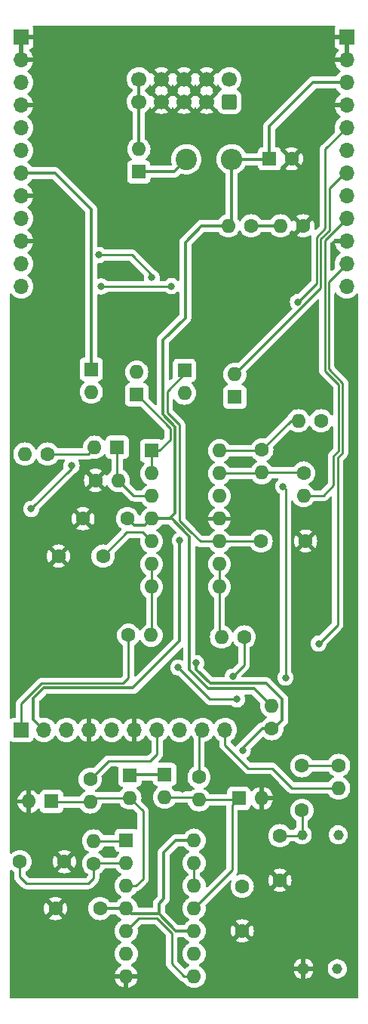
<source format=gbr>
%TF.GenerationSoftware,KiCad,Pcbnew,7.0.1-0*%
%TF.CreationDate,2023-10-20T13:56:45+13:00*%
%TF.ProjectId,Punkys-new-brew_main,50756e6b-7973-42d6-9e65-772d62726577,001*%
%TF.SameCoordinates,Original*%
%TF.FileFunction,Copper,L1,Top*%
%TF.FilePolarity,Positive*%
%FSLAX46Y46*%
G04 Gerber Fmt 4.6, Leading zero omitted, Abs format (unit mm)*
G04 Created by KiCad (PCBNEW 7.0.1-0) date 2023-10-20 13:56:45*
%MOMM*%
%LPD*%
G01*
G04 APERTURE LIST*
G04 Aperture macros list*
%AMRoundRect*
0 Rectangle with rounded corners*
0 $1 Rounding radius*
0 $2 $3 $4 $5 $6 $7 $8 $9 X,Y pos of 4 corners*
0 Add a 4 corners polygon primitive as box body*
4,1,4,$2,$3,$4,$5,$6,$7,$8,$9,$2,$3,0*
0 Add four circle primitives for the rounded corners*
1,1,$1+$1,$2,$3*
1,1,$1+$1,$4,$5*
1,1,$1+$1,$6,$7*
1,1,$1+$1,$8,$9*
0 Add four rect primitives between the rounded corners*
20,1,$1+$1,$2,$3,$4,$5,0*
20,1,$1+$1,$4,$5,$6,$7,0*
20,1,$1+$1,$6,$7,$8,$9,0*
20,1,$1+$1,$8,$9,$2,$3,0*%
G04 Aperture macros list end*
%TA.AperFunction,ComponentPad*%
%ADD10R,1.600000X1.600000*%
%TD*%
%TA.AperFunction,ComponentPad*%
%ADD11O,1.600000X1.600000*%
%TD*%
%TA.AperFunction,ComponentPad*%
%ADD12C,1.600000*%
%TD*%
%TA.AperFunction,ComponentPad*%
%ADD13C,2.400000*%
%TD*%
%TA.AperFunction,ComponentPad*%
%ADD14O,2.400000X2.400000*%
%TD*%
%TA.AperFunction,ComponentPad*%
%ADD15R,1.700000X1.700000*%
%TD*%
%TA.AperFunction,ComponentPad*%
%ADD16O,1.700000X1.700000*%
%TD*%
%TA.AperFunction,ComponentPad*%
%ADD17RoundRect,0.287500X0.287500X-0.287500X0.287500X0.287500X-0.287500X0.287500X-0.287500X-0.287500X0*%
%TD*%
%TA.AperFunction,ComponentPad*%
%ADD18C,1.150000*%
%TD*%
%TA.AperFunction,ComponentPad*%
%ADD19RoundRect,0.250000X0.600000X-0.600000X0.600000X0.600000X-0.600000X0.600000X-0.600000X-0.600000X0*%
%TD*%
%TA.AperFunction,ComponentPad*%
%ADD20C,1.700000*%
%TD*%
%TA.AperFunction,ViaPad*%
%ADD21C,0.600000*%
%TD*%
%TA.AperFunction,ViaPad*%
%ADD22C,0.800000*%
%TD*%
%TA.AperFunction,Conductor*%
%ADD23C,0.350000*%
%TD*%
%TA.AperFunction,Conductor*%
%ADD24C,0.250000*%
%TD*%
G04 APERTURE END LIST*
D10*
%TO.P,D4,1,K*%
%TO.N,10V_REF*%
X61980000Y-118400000D03*
D11*
%TO.P,D4,2,A*%
%TO.N,CV2*%
X61980000Y-120940000D03*
%TD*%
D12*
%TO.P,R11,1*%
%TO.N,INV_ENV*%
X79530000Y-78770000D03*
D11*
%TO.P,R11,2*%
%TO.N,Net-(R10-Pad1)*%
X76990000Y-78770000D03*
%TD*%
D12*
%TO.P,R1,1*%
%TO.N,Net-(U1A-THR)*%
X54010000Y-128385000D03*
D11*
%TO.P,R1,2*%
%TO.N,Freq_1*%
X54010000Y-125845000D03*
%TD*%
D10*
%TO.P,D3,1,K*%
%TO.N,10V_REF*%
X58070000Y-118484315D03*
D11*
%TO.P,D3,2,A*%
%TO.N,CV1*%
X58070000Y-121024315D03*
%TD*%
D10*
%TO.P,D1,1,K*%
%TO.N,Net-(D1-K)*%
X59080000Y-50875686D03*
D11*
%TO.P,D1,2,A*%
%TO.N,Net-(D1-A)*%
X59080000Y-48335686D03*
%TD*%
D12*
%TO.P,C3,1*%
%TO.N,Freq_2*%
X70680000Y-130920000D03*
%TO.P,C3,2*%
%TO.N,GND*%
X70680000Y-135920000D03*
%TD*%
%TO.P,R10,1*%
%TO.N,Net-(R10-Pad1)*%
X72880000Y-82045000D03*
D11*
%TO.P,R10,2*%
%TO.N,Net-(U2D--)*%
X72880000Y-84585000D03*
%TD*%
D10*
%TO.P,C1,1*%
%TO.N,+12V*%
X73734888Y-49420000D03*
D12*
%TO.P,C1,2*%
%TO.N,GND*%
X76234888Y-49420000D03*
%TD*%
%TO.P,R15,1*%
%TO.N,5V_Ref*%
X71695000Y-56930000D03*
D11*
%TO.P,R15,2*%
%TO.N,+12V*%
X69155000Y-56930000D03*
%TD*%
D12*
%TO.P,R7,1*%
%TO.N,ENV1-Out*%
X57925000Y-102790000D03*
D11*
%TO.P,R7,2*%
%TO.N,ENV1*%
X60465000Y-102790000D03*
%TD*%
D10*
%TO.P,U1,1,DIS*%
%TO.N,Freq_1*%
X57660000Y-125775000D03*
D11*
%TO.P,U1,2,THR*%
%TO.N,Net-(U1A-THR)*%
X57660000Y-128315000D03*
%TO.P,U1,3,CV*%
%TO.N,CV1*%
X57660000Y-130855000D03*
%TO.P,U1,4,R*%
%TO.N,+12V*%
X57660000Y-133395000D03*
%TO.P,U1,5,Q*%
%TO.N,Net-(U1A-Q)*%
X57660000Y-135935000D03*
%TO.P,U1,6,TR*%
%TO.N,Net-(U1A-THR)*%
X57660000Y-138475000D03*
%TO.P,U1,7,GND*%
%TO.N,GND*%
X57660000Y-141015000D03*
%TO.P,U1,8,TR*%
%TO.N,Net-(U1A-Q)*%
X65280000Y-141015000D03*
%TO.P,U1,9,Q*%
%TO.N,APC_Out*%
X65280000Y-138475000D03*
%TO.P,U1,10,R*%
%TO.N,+12V*%
X65280000Y-135935000D03*
%TO.P,U1,11,CV*%
%TO.N,CV2*%
X65280000Y-133395000D03*
%TO.P,U1,12,THR*%
%TO.N,Freq_2*%
X65280000Y-130855000D03*
%TO.P,U1,13,DIS*%
X65280000Y-128315000D03*
%TO.P,U1,14,VCC*%
%TO.N,+12V*%
X65280000Y-125775000D03*
%TD*%
D12*
%TO.P,C6,1*%
%TO.N,Env1_AR*%
X55060000Y-93940000D03*
%TO.P,C6,2*%
%TO.N,GND*%
X50060000Y-93940000D03*
%TD*%
D13*
%TO.P,FB1,1*%
%TO.N,Net-(D1-K)*%
X64420000Y-49470000D03*
D14*
%TO.P,FB1,2*%
%TO.N,+12V*%
X69500000Y-49470000D03*
%TD*%
D10*
%TO.P,U2,1*%
%TO.N,Net-(D10-K)*%
X60510000Y-82135000D03*
D11*
%TO.P,U2,2,-*%
X60510000Y-84675000D03*
%TO.P,U2,3,+*%
%TO.N,Net-(D6-K)*%
X60510000Y-87215000D03*
%TO.P,U2,4,V+*%
%TO.N,+12V*%
X60510000Y-89755000D03*
%TO.P,U2,5,+*%
%TO.N,Env1_AR*%
X60510000Y-92295000D03*
%TO.P,U2,6,-*%
%TO.N,ENV1*%
X60510000Y-94835000D03*
%TO.P,U2,7*%
X60510000Y-97375000D03*
%TO.P,U2,8*%
%TO.N,Net-(U2C--)*%
X68130000Y-97375000D03*
%TO.P,U2,9,-*%
X68130000Y-94835000D03*
%TO.P,U2,10,+*%
%TO.N,Env2_AR*%
X68130000Y-92295000D03*
%TO.P,U2,11,V-*%
%TO.N,GND*%
X68130000Y-89755000D03*
%TO.P,U2,12,+*%
%TO.N,INV_REF*%
X68130000Y-87215000D03*
%TO.P,U2,13,-*%
%TO.N,Net-(U2D--)*%
X68130000Y-84675000D03*
%TO.P,U2,14*%
%TO.N,Net-(R10-Pad1)*%
X68130000Y-82135000D03*
%TD*%
D15*
%TO.P,J16,1,Pin_1*%
%TO.N,GND*%
X82400000Y-35800000D03*
D16*
%TO.P,J16,2,Pin_2*%
X82400000Y-38340000D03*
%TO.P,J16,3,Pin_3*%
%TO.N,+12V*%
X82400000Y-40880000D03*
%TO.P,J16,4,Pin_4*%
%TO.N,GND*%
X82400000Y-43420000D03*
%TO.P,J16,5,Pin_5*%
%TO.N,Freq_2*%
X82400000Y-45960000D03*
%TO.P,J16,6,Pin_6*%
%TO.N,Env1_R*%
X82400000Y-48500000D03*
%TO.P,J16,7,Pin_7*%
%TO.N,Env2_R*%
X82400000Y-51040000D03*
%TO.P,J16,8,Pin_8*%
%TO.N,Env2_AR*%
X82400000Y-53580000D03*
%TO.P,J16,9,Pin_9*%
%TO.N,ENV1*%
X82400000Y-56120000D03*
%TO.P,J16,10,Pin_10*%
%TO.N,GND*%
X82400000Y-58660000D03*
%TO.P,J16,11,Pin_11*%
%TO.N,APC_Out*%
X82400000Y-61200000D03*
%TO.P,J16,12,Pin_12*%
%TO.N,Ext_In*%
X82400000Y-63740000D03*
%TD*%
D12*
%TO.P,R3,1*%
%TO.N,10V_REF*%
X74010000Y-113265000D03*
D11*
%TO.P,R3,2*%
%TO.N,+12V*%
X74010000Y-110725000D03*
%TD*%
D12*
%TO.P,R12,1*%
%TO.N,Net-(C9-Pad2)*%
X81510000Y-117385000D03*
D11*
%TO.P,R12,2*%
%TO.N,Audio_Out*%
X81510000Y-119925000D03*
%TD*%
D12*
%TO.P,R8,1*%
%TO.N,ENV2*%
X70905000Y-102990000D03*
D11*
%TO.P,R8,2*%
%TO.N,Net-(U2C--)*%
X68365000Y-102990000D03*
%TD*%
D12*
%TO.P,C7,1*%
%TO.N,Env2_AR*%
X72800000Y-92250000D03*
%TO.P,C7,2*%
%TO.N,GND*%
X77800000Y-92250000D03*
%TD*%
D15*
%TO.P,J13,1,Pin_1*%
%TO.N,GND*%
X45900000Y-35800000D03*
D16*
%TO.P,J13,2,Pin_2*%
X45900000Y-38340000D03*
%TO.P,J13,3,Pin_3*%
%TO.N,+12V*%
X45900000Y-40880000D03*
%TO.P,J13,4,Pin_4*%
%TO.N,GND*%
X45900000Y-43420000D03*
%TO.P,J13,5,Pin_5*%
%TO.N,Freq_1*%
X45900000Y-45960000D03*
%TO.P,J13,6,Pin_6*%
%TO.N,Env1_AR*%
X45900000Y-48500000D03*
%TO.P,J13,7,Pin_7*%
%TO.N,Env1_A*%
X45900000Y-51040000D03*
%TO.P,J13,8,Pin_8*%
%TO.N,GND*%
X45900000Y-53580000D03*
%TO.P,J13,9,Pin_9*%
%TO.N,INV_REF*%
X45900000Y-56120000D03*
%TO.P,J13,10,Pin_10*%
%TO.N,GND*%
X45900000Y-58660000D03*
%TO.P,J13,11,Pin_11*%
%TO.N,10V_REF*%
X45900000Y-61200000D03*
%TO.P,J13,12,Pin_12*%
%TO.N,VCA_CV*%
X45900000Y-63740000D03*
%TD*%
D12*
%TO.P,R6,1*%
%TO.N,GND*%
X54220000Y-85450000D03*
D11*
%TO.P,R6,2*%
%TO.N,Net-(D6-K)*%
X56760000Y-85450000D03*
%TD*%
D10*
%TO.P,D7,1,K*%
%TO.N,Env1_A*%
X53740000Y-73014315D03*
D11*
%TO.P,D7,2,A*%
%TO.N,Net-(D10-K)*%
X53740000Y-75554315D03*
%TD*%
D12*
%TO.P,R14,1*%
%TO.N,GND*%
X77520000Y-56930000D03*
D11*
%TO.P,R14,2*%
%TO.N,5V_Ref*%
X74980000Y-56930000D03*
%TD*%
D12*
%TO.P,R9,1*%
%TO.N,Net-(U2D--)*%
X77570000Y-84625000D03*
D11*
%TO.P,R9,2*%
%TO.N,ENV1*%
X77570000Y-87165000D03*
%TD*%
D10*
%TO.P,D8,1,K*%
%TO.N,Net-(D10-K)*%
X58840000Y-75865686D03*
D11*
%TO.P,D8,2,A*%
%TO.N,Env1_R*%
X58840000Y-73325686D03*
%TD*%
D12*
%TO.P,R5,1*%
%TO.N,Net-(D6-A)*%
X48820000Y-82500000D03*
D11*
%TO.P,R5,2*%
%TO.N,Gate_In*%
X46280000Y-82500000D03*
%TD*%
D12*
%TO.P,R4,1*%
%TO.N,CV2-In*%
X65840000Y-118695000D03*
D11*
%TO.P,R4,2*%
%TO.N,CV2*%
X65840000Y-121235000D03*
%TD*%
D12*
%TO.P,C5,1*%
%TO.N,GND*%
X49720000Y-133420000D03*
%TO.P,C5,2*%
%TO.N,+12V*%
X54720000Y-133420000D03*
%TD*%
%TO.P,C9,1*%
%TO.N,Net-(C8-Pad1)*%
X77400000Y-122420000D03*
%TO.P,C9,2*%
%TO.N,Net-(C9-Pad2)*%
X77400000Y-117420000D03*
%TD*%
D10*
%TO.P,D2,1,K*%
%TO.N,CV1*%
X49275686Y-121420000D03*
D11*
%TO.P,D2,2,A*%
%TO.N,GND*%
X46735686Y-121420000D03*
%TD*%
D12*
%TO.P,C4,1*%
%TO.N,+12V*%
X57810000Y-89740000D03*
%TO.P,C4,2*%
%TO.N,GND*%
X52810000Y-89740000D03*
%TD*%
D10*
%TO.P,D5,1,K*%
%TO.N,CV2*%
X70314315Y-121060000D03*
D11*
%TO.P,D5,2,A*%
%TO.N,GND*%
X72854315Y-121060000D03*
%TD*%
D15*
%TO.P,J11,1,Pin_1*%
%TO.N,ENV1-Out*%
X45900000Y-113400000D03*
D16*
%TO.P,J11,2,Pin_2*%
%TO.N,5V_Ref*%
X48440000Y-113400000D03*
%TO.P,J11,3,Pin_3*%
%TO.N,Gate_In*%
X50980000Y-113400000D03*
%TO.P,J11,4,Pin_4*%
%TO.N,GND*%
X53520000Y-113400000D03*
%TO.P,J11,5,Pin_5*%
%TO.N,INV_ENV*%
X56060000Y-113400000D03*
%TO.P,J11,6,Pin_6*%
%TO.N,GND*%
X58600000Y-113400000D03*
%TO.P,J11,7,Pin_7*%
%TO.N,CV1-In*%
X61140000Y-113400000D03*
%TO.P,J11,8,Pin_8*%
%TO.N,ENV2*%
X63680000Y-113400000D03*
%TO.P,J11,9,Pin_9*%
%TO.N,CV2-In*%
X66220000Y-113400000D03*
%TO.P,J11,10,Pin_10*%
%TO.N,Audio_Out*%
X68760000Y-113400000D03*
%TD*%
D10*
%TO.P,D6,1,K*%
%TO.N,Net-(D6-K)*%
X56655686Y-81740000D03*
D11*
%TO.P,D6,2,A*%
%TO.N,Net-(D6-A)*%
X54115686Y-81740000D03*
%TD*%
D17*
%TO.P,U3,1,-*%
%TO.N,GND*%
X77560000Y-140170000D03*
D18*
%TO.P,U3,2,+*%
%TO.N,VCA_CV*%
X81360000Y-140170000D03*
%TO.P,U3,3*%
%TO.N,Net-(C8-Pad1)*%
X77420000Y-125170000D03*
%TO.P,U3,4*%
%TO.N,Ext_In*%
X81470000Y-125170000D03*
%TD*%
D12*
%TO.P,C8,1*%
%TO.N,Net-(C8-Pad1)*%
X74910000Y-125260000D03*
%TO.P,C8,2*%
%TO.N,GND*%
X74910000Y-130260000D03*
%TD*%
%TO.P,R2,1*%
%TO.N,CV1-In*%
X53610000Y-118945000D03*
D11*
%TO.P,R2,2*%
%TO.N,CV1*%
X53610000Y-121485000D03*
%TD*%
D10*
%TO.P,D9,1,K*%
%TO.N,Env2_AR*%
X64200000Y-73134315D03*
D11*
%TO.P,D9,2,A*%
%TO.N,Net-(D10-K)*%
X64200000Y-75674315D03*
%TD*%
D10*
%TO.P,D10,1,K*%
%TO.N,Net-(D10-K)*%
X69860000Y-76105686D03*
D11*
%TO.P,D10,2,A*%
%TO.N,Env2_R*%
X69860000Y-73565686D03*
%TD*%
D12*
%TO.P,C2,1*%
%TO.N,Net-(U1A-THR)*%
X45720000Y-128170000D03*
%TO.P,C2,2*%
%TO.N,GND*%
X50720000Y-128170000D03*
%TD*%
D19*
%TO.P,J1,1,-12v*%
%TO.N,unconnected-(J1--12v-Pad1)*%
X69240000Y-43037500D03*
D20*
%TO.P,J1,2,-12v*%
%TO.N,unconnected-(J1--12v-Pad2)*%
X69240000Y-40497500D03*
%TO.P,J1,3,GND*%
%TO.N,GND*%
X66700000Y-43037500D03*
%TO.P,J1,4,GND*%
X66700000Y-40497500D03*
%TO.P,J1,5,GND*%
X64160000Y-43037500D03*
%TO.P,J1,6,GND*%
X64160000Y-40497500D03*
%TO.P,J1,7,GND*%
X61620000Y-43037500D03*
%TO.P,J1,8,GND*%
X61620000Y-40497500D03*
%TO.P,J1,9,12v*%
%TO.N,Net-(D1-A)*%
X59080000Y-43037500D03*
%TO.P,J1,10,12v*%
X59080000Y-40497500D03*
%TD*%
D21*
%TO.N,GND*%
X47030000Y-71090000D03*
D22*
X59998995Y-70852542D03*
X78232000Y-52578000D03*
X75692000Y-123444000D03*
X77160000Y-74530000D03*
X63080000Y-133610000D03*
X63940000Y-120030000D03*
X61468000Y-124206000D03*
X65278000Y-110744000D03*
X63880000Y-137220000D03*
X77660000Y-81400000D03*
X56134000Y-72898000D03*
X59470000Y-132730000D03*
X71440000Y-128050000D03*
X62484000Y-102108000D03*
X66548000Y-105156000D03*
X70358000Y-83312000D03*
X55880000Y-119634000D03*
X55626000Y-62230000D03*
X78190000Y-110600000D03*
X55626000Y-127254000D03*
%TO.N,10V_REF*%
X65532000Y-105918000D03*
X70743299Y-115701299D03*
%TO.N,APC_Out*%
X79280000Y-103740000D03*
%TO.N,ENV2*%
X69619050Y-107427550D03*
%TO.N,Freq_2*%
X75280000Y-86140000D03*
X76943245Y-65457843D03*
X75550500Y-107540000D03*
%TO.N,INV_REF*%
X60534500Y-62738000D03*
X54610000Y-60198000D03*
%TO.N,VCA_CV*%
X54864000Y-63730000D03*
X62738000Y-63680000D03*
%TO.N,5V_Ref*%
X63665500Y-92202000D03*
%TO.N,Freq_1*%
X47004500Y-88646000D03*
X70104000Y-109982000D03*
X51524500Y-83820000D03*
X63504894Y-106421106D03*
%TD*%
D23*
%TO.N,+12V*%
X61870000Y-127160000D02*
X61870000Y-132320000D01*
X59785000Y-90480000D02*
X60510000Y-89755000D01*
X61770000Y-69750000D02*
X61770000Y-78060000D01*
X73684888Y-49470000D02*
X73734888Y-49420000D01*
X64757000Y-105596984D02*
X64757000Y-106667000D01*
X69500000Y-56585000D02*
X69155000Y-56930000D01*
X69155000Y-56930000D02*
X66130000Y-56930000D01*
X63160000Y-79450000D02*
X63160000Y-89100000D01*
X64770000Y-105583984D02*
X64757000Y-105596984D01*
X73734888Y-49420000D02*
X73734888Y-45795112D01*
X61870000Y-132320000D02*
X61337106Y-132852894D01*
X73734888Y-45795112D02*
X78650000Y-40880000D01*
X57660000Y-133395000D02*
X58255000Y-133990000D01*
X69500000Y-49470000D02*
X73684888Y-49470000D01*
X63255000Y-125775000D02*
X61870000Y-127160000D01*
X61770000Y-78060000D02*
X63160000Y-79450000D01*
X64770000Y-91777106D02*
X64770000Y-105583984D01*
X63242106Y-135935000D02*
X65280000Y-135935000D01*
X78650000Y-40880000D02*
X82400000Y-40880000D01*
X64440000Y-91447106D02*
X64770000Y-91777106D01*
X62505000Y-89755000D02*
X60510000Y-89755000D01*
X61297106Y-133990000D02*
X61337106Y-134030000D01*
X64280000Y-58780000D02*
X64280000Y-67240000D01*
X66844000Y-108754000D02*
X72039000Y-108754000D01*
X64280000Y-67240000D02*
X61770000Y-69750000D01*
X72039000Y-108754000D02*
X74010000Y-110725000D01*
X60510000Y-89755000D02*
X62755000Y-89755000D01*
X61337106Y-134030000D02*
X63242106Y-135935000D01*
X63160000Y-89100000D02*
X62505000Y-89755000D01*
X57810000Y-89740000D02*
X58550000Y-90480000D01*
X57635000Y-133420000D02*
X57660000Y-133395000D01*
X65280000Y-125775000D02*
X63255000Y-125775000D01*
X69500000Y-49470000D02*
X69500000Y-56585000D01*
X66130000Y-56930000D02*
X64280000Y-58780000D01*
X64757000Y-106667000D02*
X66844000Y-108754000D01*
X58255000Y-133990000D02*
X61297106Y-133990000D01*
X54720000Y-133420000D02*
X57635000Y-133420000D01*
X58550000Y-90480000D02*
X59785000Y-90480000D01*
X61337106Y-132852894D02*
X61337106Y-134030000D01*
X64440000Y-91440000D02*
X64440000Y-91447106D01*
X62755000Y-89755000D02*
X64440000Y-91440000D01*
D24*
%TO.N,Net-(U1A-THR)*%
X54080000Y-128315000D02*
X54010000Y-128385000D01*
X46460000Y-130620000D02*
X45720000Y-129880000D01*
X57660000Y-128315000D02*
X54080000Y-128315000D01*
X53410000Y-130620000D02*
X46460000Y-130620000D01*
X45720000Y-129880000D02*
X45720000Y-128170000D01*
X54010000Y-130020000D02*
X53410000Y-130620000D01*
X54010000Y-128385000D02*
X54010000Y-130020000D01*
%TO.N,Net-(C8-Pad1)*%
X77420000Y-122440000D02*
X77400000Y-122420000D01*
X77330000Y-125260000D02*
X77420000Y-125170000D01*
X77420000Y-125170000D02*
X77420000Y-122440000D01*
X74910000Y-125260000D02*
X77330000Y-125260000D01*
%TO.N,Net-(C9-Pad2)*%
X81475000Y-117420000D02*
X81510000Y-117385000D01*
X77400000Y-117420000D02*
X81475000Y-117420000D01*
D23*
%TO.N,Net-(D1-K)*%
X63014314Y-50875686D02*
X64420000Y-49470000D01*
X59080000Y-50875686D02*
X63014314Y-50875686D01*
%TO.N,Net-(D1-A)*%
X59080000Y-43037500D02*
X59080000Y-48335686D01*
X59080000Y-40497500D02*
X59080000Y-43037500D01*
D24*
%TO.N,CV1*%
X59540000Y-130080000D02*
X59540000Y-122494315D01*
X58070000Y-121024315D02*
X54070685Y-121024315D01*
X54070685Y-121024315D02*
X53610000Y-121485000D01*
X57660000Y-130855000D02*
X58765000Y-130855000D01*
X53610000Y-121485000D02*
X49340686Y-121485000D01*
X59540000Y-122494315D02*
X58070000Y-121024315D01*
X58765000Y-130855000D02*
X59540000Y-130080000D01*
X49340686Y-121485000D02*
X49275686Y-121420000D01*
D23*
%TO.N,10V_REF*%
X65532000Y-106664182D02*
X67071818Y-108204000D01*
X65532000Y-105918000D02*
X65532000Y-106664182D01*
X74225500Y-113265000D02*
X74010000Y-113265000D01*
X58154315Y-118400000D02*
X58070000Y-118484315D01*
X75185000Y-112305500D02*
X74225500Y-113265000D01*
X61980000Y-118400000D02*
X58154315Y-118400000D01*
X75185000Y-109983000D02*
X75185000Y-112305500D01*
X73406000Y-108204000D02*
X75185000Y-109983000D01*
X72917000Y-113265000D02*
X74010000Y-113265000D01*
X70743299Y-115438701D02*
X72917000Y-113265000D01*
X67071818Y-108204000D02*
X73406000Y-108204000D01*
X70743299Y-115701299D02*
X70743299Y-115438701D01*
D24*
%TO.N,CV2*%
X70139315Y-121235000D02*
X70314315Y-121060000D01*
X70314315Y-121060000D02*
X69555000Y-121819315D01*
X61980000Y-120940000D02*
X65545000Y-120940000D01*
X69555000Y-121819315D02*
X69555000Y-129120000D01*
X65545000Y-120940000D02*
X65840000Y-121235000D01*
X65840000Y-121235000D02*
X70139315Y-121235000D01*
X69555000Y-129120000D02*
X65280000Y-133395000D01*
%TO.N,Net-(D6-K)*%
X56760000Y-85450000D02*
X58490000Y-87180000D01*
X58670000Y-87180000D02*
X58705000Y-87215000D01*
X58705000Y-87215000D02*
X60510000Y-87215000D01*
X56655686Y-85345686D02*
X56760000Y-85450000D01*
X58490000Y-87180000D02*
X58670000Y-87180000D01*
X56655686Y-81740000D02*
X56655686Y-85345686D01*
%TO.N,Net-(D6-A)*%
X53355686Y-82500000D02*
X54115686Y-81740000D01*
X48820000Y-82500000D02*
X53355686Y-82500000D01*
%TO.N,Net-(D10-K)*%
X60510000Y-82135000D02*
X60510000Y-84675000D01*
X62600000Y-79600000D02*
X62600000Y-80880000D01*
X62600000Y-80880000D02*
X61345000Y-82135000D01*
X61345000Y-82135000D02*
X60510000Y-82135000D01*
X58840000Y-75865686D02*
X58865686Y-75865686D01*
X58865686Y-75865686D02*
X62600000Y-79600000D01*
%TO.N,APC_Out*%
X79280000Y-103740000D02*
X81400000Y-101620000D01*
X81400000Y-101620000D02*
X81400000Y-82910000D01*
X81960000Y-82350000D02*
X81960000Y-74540000D01*
X81400000Y-82910000D02*
X81960000Y-82350000D01*
X80410000Y-72990000D02*
X80410000Y-63190000D01*
X81960000Y-74540000D02*
X80410000Y-72990000D01*
X80410000Y-63190000D02*
X82400000Y-61200000D01*
%TO.N,ENV1-Out*%
X57925000Y-102790000D02*
X57925000Y-107554604D01*
X57925000Y-107554604D02*
X57267604Y-108212000D01*
X45900000Y-110491894D02*
X45900000Y-113400000D01*
X57267604Y-108212000D02*
X48179894Y-108212000D01*
X48179894Y-108212000D02*
X45900000Y-110491894D01*
%TO.N,ENV2*%
X69619050Y-107427550D02*
X70905000Y-106141600D01*
X70905000Y-106141600D02*
X70905000Y-102990000D01*
%TO.N,ENV1*%
X79960000Y-58560000D02*
X82400000Y-56120000D01*
X79960000Y-73176396D02*
X79960000Y-58560000D01*
X77570000Y-87165000D02*
X79795000Y-87165000D01*
X81510000Y-74726396D02*
X79960000Y-73176396D01*
X60510000Y-97375000D02*
X60510000Y-102745000D01*
X60510000Y-94835000D02*
X60510000Y-97375000D01*
X60510000Y-102745000D02*
X60465000Y-102790000D01*
X80950000Y-82723604D02*
X81510000Y-82163604D01*
X81510000Y-82163604D02*
X81510000Y-74726396D01*
X79795000Y-87165000D02*
X80950000Y-86010000D01*
X80950000Y-86010000D02*
X80950000Y-82723604D01*
%TO.N,Freq_2*%
X79060000Y-63341088D02*
X79060000Y-58187208D01*
X80010000Y-48350000D02*
X82400000Y-45960000D01*
X75550500Y-107540000D02*
X75550500Y-86410500D01*
X76943245Y-65457843D02*
X79060000Y-63341088D01*
X79060000Y-58187208D02*
X80010000Y-57237208D01*
X65280000Y-130855000D02*
X65280000Y-128315000D01*
X80010000Y-57237208D02*
X80010000Y-48350000D01*
X75550500Y-86410500D02*
X75280000Y-86140000D01*
%TO.N,Net-(U2C--)*%
X68130000Y-97375000D02*
X68130000Y-102755000D01*
X68130000Y-94835000D02*
X68130000Y-97375000D01*
X68130000Y-102755000D02*
X68365000Y-102990000D01*
%TO.N,Net-(U2D--)*%
X68130000Y-84675000D02*
X72790000Y-84675000D01*
X77530000Y-84585000D02*
X77570000Y-84625000D01*
X72790000Y-84675000D02*
X72880000Y-84585000D01*
X72880000Y-84585000D02*
X77530000Y-84585000D01*
%TO.N,Net-(R10-Pad1)*%
X76155000Y-78770000D02*
X76990000Y-78770000D01*
X72880000Y-82045000D02*
X76155000Y-78770000D01*
X68130000Y-82135000D02*
X72790000Y-82135000D01*
X72790000Y-82135000D02*
X72880000Y-82045000D01*
%TO.N,INV_REF*%
X60534500Y-62738000D02*
X60534500Y-62461299D01*
X60534500Y-62461299D02*
X58271201Y-60198000D01*
X58271201Y-60198000D02*
X54610000Y-60198000D01*
%TO.N,Net-(U1A-Q)*%
X59065000Y-134530000D02*
X57660000Y-135935000D01*
X61130000Y-134530000D02*
X59065000Y-134530000D01*
X62770000Y-136170000D02*
X61130000Y-134530000D01*
X64175000Y-141015000D02*
X62770000Y-139610000D01*
X62770000Y-139610000D02*
X62770000Y-136170000D01*
X65280000Y-141015000D02*
X64175000Y-141015000D01*
%TO.N,Env1_AR*%
X55060000Y-93940000D02*
X57750000Y-91250000D01*
X59465000Y-91250000D02*
X60510000Y-92295000D01*
X57750000Y-91250000D02*
X59465000Y-91250000D01*
%TO.N,Env2_AR*%
X63660000Y-79242894D02*
X63660000Y-89952894D01*
X72800000Y-92250000D02*
X68175000Y-92250000D01*
X64940000Y-91240000D02*
X65995000Y-92295000D01*
X62270000Y-77852894D02*
X63660000Y-79242894D01*
X64200000Y-73134315D02*
X64584315Y-73134315D01*
X63660000Y-89952894D02*
X64940000Y-91232894D01*
X65995000Y-92295000D02*
X68130000Y-92295000D01*
X64584315Y-73134315D02*
X62270000Y-75448630D01*
X68175000Y-92250000D02*
X68130000Y-92295000D01*
X64940000Y-91232894D02*
X64940000Y-91240000D01*
X62270000Y-75448630D02*
X62270000Y-77852894D01*
D23*
%TO.N,Env1_A*%
X53740000Y-55120000D02*
X49660000Y-51040000D01*
X49660000Y-51040000D02*
X45900000Y-51040000D01*
X53740000Y-73014315D02*
X53740000Y-55120000D01*
D24*
%TO.N,Env2_R*%
X80460000Y-52730000D02*
X80460000Y-57423604D01*
X82400000Y-51040000D02*
X82150000Y-51040000D01*
X79510000Y-63915686D02*
X69860000Y-73565686D01*
X79510000Y-58373604D02*
X79510000Y-63915686D01*
X82150000Y-51040000D02*
X80460000Y-52730000D01*
X80460000Y-57423604D02*
X79510000Y-58373604D01*
%TO.N,VCA_CV*%
X62688000Y-63730000D02*
X54864000Y-63730000D01*
X62738000Y-63680000D02*
X62688000Y-63730000D01*
%TO.N,CV1-In*%
X60380000Y-116890000D02*
X55665000Y-116890000D01*
X55665000Y-116890000D02*
X53610000Y-118945000D01*
X61140000Y-113400000D02*
X61140000Y-116130000D01*
X61140000Y-116130000D02*
X60380000Y-116890000D01*
%TO.N,CV2-In*%
X65840000Y-113780000D02*
X66220000Y-113400000D01*
X65840000Y-118695000D02*
X65840000Y-113780000D01*
D23*
%TO.N,5V_Ref*%
X48440000Y-113400000D02*
X47244000Y-112204000D01*
X63665500Y-103466500D02*
X63665500Y-92202000D01*
X47244000Y-109855000D02*
X48387000Y-108712000D01*
X71695000Y-56930000D02*
X74980000Y-56930000D01*
X48387000Y-108712000D02*
X58420000Y-108712000D01*
X47244000Y-112204000D02*
X47244000Y-109855000D01*
X58420000Y-108712000D02*
X63665500Y-103466500D01*
D24*
%TO.N,Audio_Out*%
X74070000Y-117710000D02*
X76285000Y-119925000D01*
X68760000Y-113400000D02*
X68760000Y-115090000D01*
X76285000Y-119925000D02*
X81510000Y-119925000D01*
X68760000Y-115090000D02*
X71380000Y-117710000D01*
X71380000Y-117710000D02*
X74070000Y-117710000D01*
%TO.N,Freq_1*%
X51524500Y-83820000D02*
X51524500Y-84126000D01*
X63504894Y-106421106D02*
X67065788Y-109982000D01*
X57590000Y-125845000D02*
X57660000Y-125775000D01*
X54010000Y-125845000D02*
X57590000Y-125845000D01*
X51524500Y-84126000D02*
X47004500Y-88646000D01*
X67065788Y-109982000D02*
X70104000Y-109982000D01*
%TD*%
%TA.AperFunction,Conductor*%
%TO.N,GND*%
G36*
X81217040Y-41569511D02*
G01*
X81261357Y-41608375D01*
X81361505Y-41751401D01*
X81528599Y-41918495D01*
X81714597Y-42048732D01*
X81753460Y-42093048D01*
X81767471Y-42150305D01*
X81753461Y-42207561D01*
X81714595Y-42251880D01*
X81528919Y-42381892D01*
X81361890Y-42548921D01*
X81226400Y-42742421D01*
X81126569Y-42956507D01*
X81069364Y-43169999D01*
X81069364Y-43170000D01*
X82526000Y-43170000D01*
X82588000Y-43186613D01*
X82633387Y-43232000D01*
X82650000Y-43294000D01*
X82650000Y-43546000D01*
X82633387Y-43608000D01*
X82588000Y-43653387D01*
X82526000Y-43670000D01*
X81069364Y-43670000D01*
X81126569Y-43883492D01*
X81226399Y-44097576D01*
X81361893Y-44291081D01*
X81528918Y-44458106D01*
X81714595Y-44588119D01*
X81753460Y-44632437D01*
X81767471Y-44689694D01*
X81753460Y-44746951D01*
X81714595Y-44791269D01*
X81528595Y-44921508D01*
X81361505Y-45088598D01*
X81225965Y-45282170D01*
X81126097Y-45496336D01*
X81064936Y-45724592D01*
X81044340Y-45959999D01*
X81064936Y-46195408D01*
X81091855Y-46295873D01*
X81091855Y-46360059D01*
X81059761Y-46415646D01*
X79626208Y-47849199D01*
X79610110Y-47862096D01*
X79562096Y-47913225D01*
X79559391Y-47916017D01*
X79539874Y-47935534D01*
X79537415Y-47938705D01*
X79529842Y-47947572D01*
X79499935Y-47979420D01*
X79490285Y-47996974D01*
X79479609Y-48013228D01*
X79467326Y-48029063D01*
X79449975Y-48069158D01*
X79444838Y-48079644D01*
X79423802Y-48117907D01*
X79418821Y-48137309D01*
X79412520Y-48155711D01*
X79404561Y-48174102D01*
X79397728Y-48217242D01*
X79395360Y-48228674D01*
X79384500Y-48270978D01*
X79384500Y-48291016D01*
X79382973Y-48310415D01*
X79379840Y-48330194D01*
X79383950Y-48373675D01*
X79384500Y-48385344D01*
X79384500Y-56926756D01*
X79375061Y-56974209D01*
X79348181Y-57014437D01*
X78985642Y-57376974D01*
X78930054Y-57409068D01*
X78865867Y-57409068D01*
X78810279Y-57376974D01*
X78778186Y-57321386D01*
X78778186Y-57257198D01*
X78805141Y-57156600D01*
X78824966Y-56930000D01*
X78805141Y-56703397D01*
X78746266Y-56483673D01*
X78650133Y-56277515D01*
X78599025Y-56204526D01*
X77520000Y-57283553D01*
X76794526Y-58009025D01*
X76794526Y-58009026D01*
X76867515Y-58060133D01*
X77073673Y-58156266D01*
X77293397Y-58215141D01*
X77520000Y-58234966D01*
X77746602Y-58215141D01*
X77966326Y-58156266D01*
X78172480Y-58060134D01*
X78239376Y-58013294D01*
X78302390Y-57991135D01*
X78367757Y-58004880D01*
X78416509Y-58050541D01*
X78434500Y-58114869D01*
X78434500Y-58128224D01*
X78432973Y-58147623D01*
X78429840Y-58167402D01*
X78433950Y-58210883D01*
X78434500Y-58222552D01*
X78434500Y-63030636D01*
X78425061Y-63078089D01*
X78398181Y-63118317D01*
X76995473Y-64521024D01*
X76955245Y-64547904D01*
X76907792Y-64557343D01*
X76848597Y-64557343D01*
X76663442Y-64596698D01*
X76490514Y-64673691D01*
X76337374Y-64784953D01*
X76210711Y-64925626D01*
X76116065Y-65089558D01*
X76057571Y-65269585D01*
X76037785Y-65457842D01*
X76057571Y-65646100D01*
X76116065Y-65826127D01*
X76210709Y-65990056D01*
X76210712Y-65990059D01*
X76293219Y-66081692D01*
X76321890Y-66136769D01*
X76320264Y-66198842D01*
X76288749Y-66252344D01*
X70274821Y-72266272D01*
X70219234Y-72298366D01*
X70155047Y-72298366D01*
X70086690Y-72280050D01*
X69859999Y-72260217D01*
X69633310Y-72280050D01*
X69413502Y-72338947D01*
X69207264Y-72435118D01*
X69020859Y-72565639D01*
X68859953Y-72726545D01*
X68729432Y-72912950D01*
X68633261Y-73119188D01*
X68574364Y-73338996D01*
X68554531Y-73565685D01*
X68574364Y-73792375D01*
X68633261Y-74012183D01*
X68729432Y-74218421D01*
X68859953Y-74404826D01*
X69020858Y-74565731D01*
X69045461Y-74582958D01*
X69084599Y-74627800D01*
X69098333Y-74685714D01*
X69083500Y-74743355D01*
X69043516Y-74787444D01*
X68987594Y-74807824D01*
X68952515Y-74811595D01*
X68817669Y-74861890D01*
X68702454Y-74948140D01*
X68616204Y-75063354D01*
X68565909Y-75198202D01*
X68559500Y-75257816D01*
X68559500Y-76953555D01*
X68562320Y-76979783D01*
X68565909Y-77013169D01*
X68616204Y-77148017D01*
X68702454Y-77263232D01*
X68817669Y-77349482D01*
X68952517Y-77399777D01*
X69012127Y-77406186D01*
X70707872Y-77406185D01*
X70767483Y-77399777D01*
X70902331Y-77349482D01*
X71017546Y-77263232D01*
X71103796Y-77148017D01*
X71154091Y-77013169D01*
X71160500Y-76953559D01*
X71160499Y-75257814D01*
X71154091Y-75198203D01*
X71103796Y-75063355D01*
X71017546Y-74948140D01*
X70902331Y-74861890D01*
X70767483Y-74811595D01*
X70732404Y-74807823D01*
X70676484Y-74787444D01*
X70636500Y-74743355D01*
X70621667Y-74685714D01*
X70635401Y-74627800D01*
X70674539Y-74582958D01*
X70690767Y-74571595D01*
X70699139Y-74565733D01*
X70860047Y-74404825D01*
X70990568Y-74218420D01*
X71086739Y-74012182D01*
X71145635Y-73792378D01*
X71165468Y-73565686D01*
X71145635Y-73338994D01*
X71127319Y-73270637D01*
X71127319Y-73206449D01*
X71159411Y-73150864D01*
X79122818Y-65187458D01*
X79172182Y-65157208D01*
X79229898Y-65152666D01*
X79283385Y-65174821D01*
X79320985Y-65218844D01*
X79334500Y-65275139D01*
X79334500Y-73093652D01*
X79332235Y-73114158D01*
X79334439Y-73184269D01*
X79334500Y-73188164D01*
X79334500Y-73215745D01*
X79335003Y-73219730D01*
X79335918Y-73231363D01*
X79337290Y-73275022D01*
X79342879Y-73294256D01*
X79346825Y-73313312D01*
X79349335Y-73333188D01*
X79365414Y-73373800D01*
X79369197Y-73384847D01*
X79381382Y-73426787D01*
X79391580Y-73444031D01*
X79400136Y-73461496D01*
X79407514Y-73480128D01*
X79407515Y-73480129D01*
X79433180Y-73515455D01*
X79439593Y-73525218D01*
X79461826Y-73562812D01*
X79461829Y-73562815D01*
X79461830Y-73562816D01*
X79475995Y-73576981D01*
X79488627Y-73591771D01*
X79500406Y-73607983D01*
X79534058Y-73635822D01*
X79542699Y-73643685D01*
X80848181Y-74949168D01*
X80875061Y-74989396D01*
X80884500Y-75036849D01*
X80884500Y-78043796D01*
X80868953Y-78103913D01*
X80826210Y-78148954D01*
X80766989Y-78167626D01*
X80706141Y-78155246D01*
X80658925Y-78114919D01*
X80530046Y-77930859D01*
X80369140Y-77769953D01*
X80182735Y-77639432D01*
X79976497Y-77543261D01*
X79756689Y-77484364D01*
X79530000Y-77464531D01*
X79303310Y-77484364D01*
X79083502Y-77543261D01*
X78877264Y-77639432D01*
X78690859Y-77769953D01*
X78529953Y-77930859D01*
X78399433Y-78117263D01*
X78372382Y-78175275D01*
X78326625Y-78227450D01*
X78260000Y-78246869D01*
X78193375Y-78227450D01*
X78147618Y-78175275D01*
X78120568Y-78117267D01*
X78120568Y-78117266D01*
X77990047Y-77930861D01*
X77990046Y-77930859D01*
X77829140Y-77769953D01*
X77642735Y-77639432D01*
X77436497Y-77543261D01*
X77216689Y-77484364D01*
X76990000Y-77464531D01*
X76763310Y-77484364D01*
X76543502Y-77543261D01*
X76337264Y-77639432D01*
X76150859Y-77769953D01*
X75989953Y-77930859D01*
X75859430Y-78117267D01*
X75810727Y-78221709D01*
X75790211Y-78252591D01*
X75777229Y-78263180D01*
X75754410Y-78285998D01*
X75739622Y-78298628D01*
X75723413Y-78310405D01*
X75695572Y-78344058D01*
X75687711Y-78352696D01*
X73294821Y-80745586D01*
X73239234Y-80777680D01*
X73175047Y-80777680D01*
X73106690Y-80759364D01*
X72879999Y-80739531D01*
X72653310Y-80759364D01*
X72433502Y-80818261D01*
X72227264Y-80914432D01*
X72040859Y-81044953D01*
X71879953Y-81205859D01*
X71749432Y-81392265D01*
X71728150Y-81437905D01*
X71682393Y-81490081D01*
X71615768Y-81509500D01*
X69344188Y-81509500D01*
X69286931Y-81495489D01*
X69242613Y-81456623D01*
X69130046Y-81295859D01*
X68969140Y-81134953D01*
X68782735Y-81004432D01*
X68576497Y-80908261D01*
X68356689Y-80849364D01*
X68130000Y-80829531D01*
X67903310Y-80849364D01*
X67683502Y-80908261D01*
X67477264Y-81004432D01*
X67290859Y-81134953D01*
X67129953Y-81295859D01*
X66999432Y-81482264D01*
X66903261Y-81688502D01*
X66844364Y-81908310D01*
X66824531Y-82135000D01*
X66844364Y-82361689D01*
X66903261Y-82581497D01*
X66999432Y-82787735D01*
X67129953Y-82974140D01*
X67290859Y-83135046D01*
X67454318Y-83249500D01*
X67477266Y-83265568D01*
X67535275Y-83292618D01*
X67587450Y-83338375D01*
X67606869Y-83405000D01*
X67587450Y-83471625D01*
X67535275Y-83517382D01*
X67477263Y-83544433D01*
X67290859Y-83674953D01*
X67129953Y-83835859D01*
X66999432Y-84022264D01*
X66903261Y-84228502D01*
X66844364Y-84448310D01*
X66824531Y-84675000D01*
X66844364Y-84901689D01*
X66903261Y-85121497D01*
X66999432Y-85327735D01*
X67129953Y-85514140D01*
X67290859Y-85675046D01*
X67451075Y-85787229D01*
X67477266Y-85805568D01*
X67535275Y-85832618D01*
X67587450Y-85878375D01*
X67606869Y-85945000D01*
X67587450Y-86011625D01*
X67535275Y-86057382D01*
X67477263Y-86084433D01*
X67290859Y-86214953D01*
X67129953Y-86375859D01*
X66999432Y-86562264D01*
X66903261Y-86768502D01*
X66844364Y-86988310D01*
X66824531Y-87215000D01*
X66844364Y-87441689D01*
X66903261Y-87661497D01*
X66999432Y-87867735D01*
X67129953Y-88054140D01*
X67290859Y-88215046D01*
X67477264Y-88345567D01*
X67477265Y-88345567D01*
X67477266Y-88345568D01*
X67535865Y-88372893D01*
X67588040Y-88418650D01*
X67607460Y-88485274D01*
X67588041Y-88551899D01*
X67535866Y-88597656D01*
X67477522Y-88624863D01*
X67291180Y-88755341D01*
X67130341Y-88916180D01*
X66999865Y-89102519D01*
X66903733Y-89308673D01*
X66851128Y-89504999D01*
X66851128Y-89505000D01*
X69408872Y-89505000D01*
X69408871Y-89504999D01*
X69356266Y-89308673D01*
X69260134Y-89102519D01*
X69129658Y-88916180D01*
X68968819Y-88755341D01*
X68782482Y-88624866D01*
X68724133Y-88597657D01*
X68671958Y-88551899D01*
X68652539Y-88485274D01*
X68671959Y-88418649D01*
X68724134Y-88372893D01*
X68782734Y-88345568D01*
X68969139Y-88215047D01*
X69130047Y-88054139D01*
X69260568Y-87867734D01*
X69356739Y-87661496D01*
X69415635Y-87441692D01*
X69435468Y-87215000D01*
X69415635Y-86988308D01*
X69356739Y-86768504D01*
X69260568Y-86562266D01*
X69244627Y-86539500D01*
X69130046Y-86375859D01*
X68969140Y-86214953D01*
X68782733Y-86084431D01*
X68724725Y-86057382D01*
X68672549Y-86011625D01*
X68653129Y-85945000D01*
X68672549Y-85878375D01*
X68724725Y-85832618D01*
X68782734Y-85805568D01*
X68969139Y-85675047D01*
X69130047Y-85514139D01*
X69242612Y-85353377D01*
X69286931Y-85314511D01*
X69344188Y-85300500D01*
X71728830Y-85300500D01*
X71786087Y-85314511D01*
X71830405Y-85353377D01*
X71879953Y-85424140D01*
X72040859Y-85585046D01*
X72227264Y-85715567D01*
X72227265Y-85715567D01*
X72227266Y-85715568D01*
X72433504Y-85811739D01*
X72653308Y-85870635D01*
X72880000Y-85890468D01*
X73106692Y-85870635D01*
X73326496Y-85811739D01*
X73532734Y-85715568D01*
X73719139Y-85585047D01*
X73880047Y-85424139D01*
X73966619Y-85300500D01*
X73992613Y-85263377D01*
X74036931Y-85224511D01*
X74094188Y-85210500D01*
X74645692Y-85210500D01*
X74705429Y-85225838D01*
X74750389Y-85268057D01*
X74769447Y-85326714D01*
X74757891Y-85387297D01*
X74718577Y-85434818D01*
X74674129Y-85467110D01*
X74547466Y-85607783D01*
X74452820Y-85771715D01*
X74394326Y-85951742D01*
X74374540Y-86140000D01*
X74394326Y-86328257D01*
X74452820Y-86508284D01*
X74547466Y-86672216D01*
X74634165Y-86768504D01*
X74674129Y-86812888D01*
X74827270Y-86924151D01*
X74851437Y-86934911D01*
X74890199Y-86962053D01*
X74915971Y-87001739D01*
X74925000Y-87048190D01*
X74925000Y-106841313D01*
X74916764Y-106885751D01*
X74893152Y-106924282D01*
X74867005Y-106953322D01*
X74817964Y-107007786D01*
X74723320Y-107171715D01*
X74664826Y-107351742D01*
X74645425Y-107536334D01*
X74645040Y-107540000D01*
X74650221Y-107589291D01*
X74664826Y-107728257D01*
X74723320Y-107908284D01*
X74817966Y-108072216D01*
X74944629Y-108212889D01*
X75097769Y-108324151D01*
X75270697Y-108401144D01*
X75455852Y-108440500D01*
X75455854Y-108440500D01*
X75645146Y-108440500D01*
X75645148Y-108440500D01*
X75768584Y-108414262D01*
X75830303Y-108401144D01*
X76003230Y-108324151D01*
X76156371Y-108212888D01*
X76283033Y-108072216D01*
X76377679Y-107908284D01*
X76436174Y-107728256D01*
X76455960Y-107540000D01*
X76436174Y-107351744D01*
X76377679Y-107171716D01*
X76377679Y-107171715D01*
X76283035Y-107007786D01*
X76233995Y-106953322D01*
X76207847Y-106924282D01*
X76184236Y-106885751D01*
X76176000Y-106841313D01*
X76176000Y-93329026D01*
X77074526Y-93329026D01*
X77147515Y-93380133D01*
X77353673Y-93476266D01*
X77573397Y-93535141D01*
X77800000Y-93554966D01*
X78026602Y-93535141D01*
X78246326Y-93476266D01*
X78452480Y-93380134D01*
X78525472Y-93329025D01*
X77800001Y-92603553D01*
X77800000Y-92603553D01*
X77074526Y-93329025D01*
X77074526Y-93329026D01*
X76176000Y-93329026D01*
X76176000Y-92250000D01*
X76495033Y-92250000D01*
X76514858Y-92476602D01*
X76573733Y-92696326D01*
X76669866Y-92902484D01*
X76720972Y-92975471D01*
X76720974Y-92975472D01*
X77446446Y-92250001D01*
X78153553Y-92250001D01*
X78879025Y-92975472D01*
X78930134Y-92902480D01*
X79026266Y-92696326D01*
X79085141Y-92476602D01*
X79104966Y-92250000D01*
X79085141Y-92023397D01*
X79026266Y-91803673D01*
X78930133Y-91597515D01*
X78879025Y-91524526D01*
X78153553Y-92250000D01*
X78153553Y-92250001D01*
X77446446Y-92250001D01*
X77446446Y-92250000D01*
X76720973Y-91524526D01*
X76720973Y-91524527D01*
X76669865Y-91597516D01*
X76573733Y-91803672D01*
X76514858Y-92023397D01*
X76495033Y-92250000D01*
X76176000Y-92250000D01*
X76176000Y-91170973D01*
X77074526Y-91170973D01*
X77799998Y-91896446D01*
X77799999Y-91896446D01*
X78525472Y-91170973D01*
X78525471Y-91170972D01*
X78452484Y-91119866D01*
X78246326Y-91023733D01*
X78026602Y-90964858D01*
X77800000Y-90945033D01*
X77573397Y-90964858D01*
X77353672Y-91023733D01*
X77147516Y-91119865D01*
X77074526Y-91170973D01*
X76176000Y-91170973D01*
X76176000Y-87812130D01*
X76193711Y-87748265D01*
X76241785Y-87702645D01*
X76306489Y-87688300D01*
X76369340Y-87709329D01*
X76412382Y-87759725D01*
X76439432Y-87817735D01*
X76569953Y-88004140D01*
X76730859Y-88165046D01*
X76917264Y-88295567D01*
X76917265Y-88295567D01*
X76917266Y-88295568D01*
X77123504Y-88391739D01*
X77343308Y-88450635D01*
X77570000Y-88470468D01*
X77796692Y-88450635D01*
X78016496Y-88391739D01*
X78222734Y-88295568D01*
X78409139Y-88165047D01*
X78570047Y-88004139D01*
X78669679Y-87861849D01*
X78682613Y-87843377D01*
X78726931Y-87804511D01*
X78784188Y-87790500D01*
X79712256Y-87790500D01*
X79732762Y-87792764D01*
X79735665Y-87792672D01*
X79735667Y-87792673D01*
X79802872Y-87790561D01*
X79806768Y-87790500D01*
X79834349Y-87790500D01*
X79834350Y-87790500D01*
X79838319Y-87789998D01*
X79849965Y-87789080D01*
X79893627Y-87787709D01*
X79912859Y-87782120D01*
X79931918Y-87778174D01*
X79938196Y-87777381D01*
X79951792Y-87775664D01*
X79992407Y-87759582D01*
X80003444Y-87755803D01*
X80045390Y-87743618D01*
X80062629Y-87733422D01*
X80080102Y-87724862D01*
X80098732Y-87717486D01*
X80134064Y-87691814D01*
X80143830Y-87685400D01*
X80181418Y-87663171D01*
X80181417Y-87663171D01*
X80181420Y-87663170D01*
X80195585Y-87649004D01*
X80210373Y-87636373D01*
X80226587Y-87624594D01*
X80254438Y-87590926D01*
X80262269Y-87582319D01*
X80562820Y-87281769D01*
X80612182Y-87251521D01*
X80669898Y-87246979D01*
X80723386Y-87269134D01*
X80760985Y-87313157D01*
X80774500Y-87369452D01*
X80774500Y-101309548D01*
X80765061Y-101357001D01*
X80738181Y-101397229D01*
X79332228Y-102803181D01*
X79292000Y-102830061D01*
X79244547Y-102839500D01*
X79185352Y-102839500D01*
X79000197Y-102878855D01*
X78827269Y-102955848D01*
X78674129Y-103067110D01*
X78547466Y-103207783D01*
X78452820Y-103371715D01*
X78394326Y-103551742D01*
X78374540Y-103739999D01*
X78394326Y-103928257D01*
X78452820Y-104108284D01*
X78547466Y-104272216D01*
X78674129Y-104412889D01*
X78827269Y-104524151D01*
X79000197Y-104601144D01*
X79185352Y-104640500D01*
X79185354Y-104640500D01*
X79374646Y-104640500D01*
X79374648Y-104640500D01*
X79498083Y-104614262D01*
X79559803Y-104601144D01*
X79732730Y-104524151D01*
X79885871Y-104412888D01*
X80012533Y-104272216D01*
X80107179Y-104108284D01*
X80165674Y-103928256D01*
X80183321Y-103760344D01*
X80194721Y-103719925D01*
X80218958Y-103685630D01*
X81783786Y-102120802D01*
X81799887Y-102107904D01*
X81801874Y-102105787D01*
X81801877Y-102105786D01*
X81847932Y-102056741D01*
X81850613Y-102053976D01*
X81856955Y-102047634D01*
X81870120Y-102034470D01*
X81872581Y-102031295D01*
X81880152Y-102022431D01*
X81910062Y-101990582D01*
X81919713Y-101973026D01*
X81930393Y-101956767D01*
X81942674Y-101940936D01*
X81960018Y-101900851D01*
X81965160Y-101890356D01*
X81986197Y-101852092D01*
X81991178Y-101832688D01*
X81997480Y-101814283D01*
X82005438Y-101795895D01*
X82012270Y-101752748D01*
X82014639Y-101741316D01*
X82025500Y-101699020D01*
X82025500Y-101678984D01*
X82027027Y-101659585D01*
X82028165Y-101652398D01*
X82030160Y-101639804D01*
X82026050Y-101596325D01*
X82025500Y-101584656D01*
X82025500Y-83220452D01*
X82034939Y-83172999D01*
X82061816Y-83132773D01*
X82343790Y-82850798D01*
X82359887Y-82837903D01*
X82361872Y-82835789D01*
X82361877Y-82835786D01*
X82407932Y-82786741D01*
X82410613Y-82783976D01*
X82412259Y-82782330D01*
X82430120Y-82764470D01*
X82432581Y-82761295D01*
X82440152Y-82752431D01*
X82470062Y-82720582D01*
X82479713Y-82703026D01*
X82490393Y-82686767D01*
X82502674Y-82670936D01*
X82520018Y-82630851D01*
X82525160Y-82620356D01*
X82529531Y-82612405D01*
X82546197Y-82582092D01*
X82551178Y-82562688D01*
X82557480Y-82544283D01*
X82565438Y-82525895D01*
X82572270Y-82482748D01*
X82574639Y-82471316D01*
X82585500Y-82429020D01*
X82585500Y-82408984D01*
X82587027Y-82389585D01*
X82590037Y-82370578D01*
X82590160Y-82369804D01*
X82586050Y-82326325D01*
X82585500Y-82314656D01*
X82585500Y-74622744D01*
X82587764Y-74602237D01*
X82585561Y-74532127D01*
X82585500Y-74528232D01*
X82585500Y-74500653D01*
X82584997Y-74496672D01*
X82584080Y-74485019D01*
X82582709Y-74441373D01*
X82577120Y-74422140D01*
X82573174Y-74403082D01*
X82570664Y-74383206D01*
X82554588Y-74342604D01*
X82550804Y-74331553D01*
X82544078Y-74308405D01*
X82538618Y-74289610D01*
X82528414Y-74272355D01*
X82519861Y-74254895D01*
X82512486Y-74236269D01*
X82512486Y-74236268D01*
X82486808Y-74200925D01*
X82480401Y-74191171D01*
X82468981Y-74171861D01*
X82458170Y-74153580D01*
X82444005Y-74139415D01*
X82431367Y-74124617D01*
X82419595Y-74108413D01*
X82385941Y-74080573D01*
X82377299Y-74072709D01*
X81071819Y-72767228D01*
X81044939Y-72727000D01*
X81035500Y-72679547D01*
X81035500Y-64539095D01*
X81051047Y-64478979D01*
X81093790Y-64433937D01*
X81153010Y-64415265D01*
X81213858Y-64427645D01*
X81261072Y-64467969D01*
X81361505Y-64611401D01*
X81528599Y-64778495D01*
X81722170Y-64914035D01*
X81936337Y-65013903D01*
X82164592Y-65075063D01*
X82400000Y-65095659D01*
X82635408Y-65075063D01*
X82863663Y-65013903D01*
X83077830Y-64914035D01*
X83271401Y-64778495D01*
X83438495Y-64611401D01*
X83473926Y-64560799D01*
X83521142Y-64520474D01*
X83581989Y-64508094D01*
X83641210Y-64526766D01*
X83683953Y-64571808D01*
X83699500Y-64631924D01*
X83699500Y-143375500D01*
X83682887Y-143437500D01*
X83637500Y-143482887D01*
X83575500Y-143499500D01*
X44724500Y-143499500D01*
X44662500Y-143482887D01*
X44617113Y-143437500D01*
X44600500Y-143375500D01*
X44600500Y-141265000D01*
X56381128Y-141265000D01*
X56433733Y-141461326D01*
X56529865Y-141667480D01*
X56660341Y-141853819D01*
X56821180Y-142014658D01*
X57007519Y-142145134D01*
X57213673Y-142241266D01*
X57409999Y-142293871D01*
X57410000Y-142293872D01*
X57410000Y-141265000D01*
X57910000Y-141265000D01*
X57910000Y-142293871D01*
X58106326Y-142241266D01*
X58312480Y-142145134D01*
X58498819Y-142014658D01*
X58659658Y-141853819D01*
X58790134Y-141667480D01*
X58886266Y-141461326D01*
X58938872Y-141265000D01*
X57910000Y-141265000D01*
X57410000Y-141265000D01*
X56381128Y-141265000D01*
X44600500Y-141265000D01*
X44600500Y-134499026D01*
X48994526Y-134499026D01*
X49067515Y-134550133D01*
X49273673Y-134646266D01*
X49493397Y-134705141D01*
X49720000Y-134724966D01*
X49946602Y-134705141D01*
X50166326Y-134646266D01*
X50372480Y-134550134D01*
X50445472Y-134499025D01*
X49720001Y-133773553D01*
X49720000Y-133773553D01*
X48994526Y-134499025D01*
X48994526Y-134499026D01*
X44600500Y-134499026D01*
X44600500Y-133420000D01*
X48415033Y-133420000D01*
X48434858Y-133646602D01*
X48493733Y-133866326D01*
X48589866Y-134072484D01*
X48640972Y-134145471D01*
X48640973Y-134145472D01*
X49366446Y-133419999D01*
X50073553Y-133419999D01*
X50799025Y-134145472D01*
X50850134Y-134072480D01*
X50946266Y-133866326D01*
X51005141Y-133646602D01*
X51024966Y-133420000D01*
X51005141Y-133193397D01*
X50946266Y-132973673D01*
X50850133Y-132767515D01*
X50799025Y-132694526D01*
X50073553Y-133419998D01*
X50073553Y-133419999D01*
X49366446Y-133419999D01*
X49366446Y-133419998D01*
X48640973Y-132694527D01*
X48589865Y-132767516D01*
X48493733Y-132973672D01*
X48434858Y-133193397D01*
X48415033Y-133420000D01*
X44600500Y-133420000D01*
X44600500Y-132340973D01*
X48994526Y-132340973D01*
X49719998Y-133066446D01*
X49719999Y-133066446D01*
X50445472Y-132340973D01*
X50445471Y-132340972D01*
X50372484Y-132289866D01*
X50166326Y-132193733D01*
X49946602Y-132134858D01*
X49720000Y-132115033D01*
X49493397Y-132134858D01*
X49273672Y-132193733D01*
X49067516Y-132289865D01*
X48994526Y-132340973D01*
X44600500Y-132340973D01*
X44600500Y-129189049D01*
X44614015Y-129132754D01*
X44651615Y-129088731D01*
X44705102Y-129066576D01*
X44762818Y-129071118D01*
X44812181Y-129101368D01*
X44880859Y-129170046D01*
X45041623Y-129282613D01*
X45080489Y-129326931D01*
X45094500Y-129384188D01*
X45094500Y-129797256D01*
X45092235Y-129817762D01*
X45094439Y-129887873D01*
X45094500Y-129891768D01*
X45094500Y-129919349D01*
X45095003Y-129923334D01*
X45095918Y-129934967D01*
X45097290Y-129978626D01*
X45102879Y-129997860D01*
X45106825Y-130016916D01*
X45109335Y-130036792D01*
X45125414Y-130077404D01*
X45129197Y-130088451D01*
X45141382Y-130130391D01*
X45151580Y-130147635D01*
X45160136Y-130165100D01*
X45167514Y-130183732D01*
X45167515Y-130183733D01*
X45193180Y-130219059D01*
X45199593Y-130228822D01*
X45221826Y-130266416D01*
X45221829Y-130266419D01*
X45221830Y-130266420D01*
X45235995Y-130280585D01*
X45248627Y-130295375D01*
X45260406Y-130311587D01*
X45294058Y-130339426D01*
X45302699Y-130347289D01*
X45959196Y-131003787D01*
X45972096Y-131019888D01*
X46023223Y-131067900D01*
X46026019Y-131070610D01*
X46045529Y-131090120D01*
X46048711Y-131092588D01*
X46057571Y-131100155D01*
X46089418Y-131130062D01*
X46106972Y-131139712D01*
X46123236Y-131150396D01*
X46134972Y-131159499D01*
X46139064Y-131162673D01*
X46163909Y-131173424D01*
X46179152Y-131180021D01*
X46189631Y-131185154D01*
X46227908Y-131206197D01*
X46247306Y-131211177D01*
X46265708Y-131217477D01*
X46284104Y-131225438D01*
X46327261Y-131232273D01*
X46338664Y-131234634D01*
X46380981Y-131245500D01*
X46401016Y-131245500D01*
X46420413Y-131247026D01*
X46440196Y-131250160D01*
X46483674Y-131246050D01*
X46495344Y-131245500D01*
X53327256Y-131245500D01*
X53347762Y-131247764D01*
X53350665Y-131247672D01*
X53350667Y-131247673D01*
X53417872Y-131245561D01*
X53421768Y-131245500D01*
X53449349Y-131245500D01*
X53449350Y-131245500D01*
X53453319Y-131244998D01*
X53464965Y-131244080D01*
X53508627Y-131242709D01*
X53527859Y-131237120D01*
X53546918Y-131233174D01*
X53554091Y-131232268D01*
X53566792Y-131230664D01*
X53607407Y-131214582D01*
X53618444Y-131210803D01*
X53660390Y-131198618D01*
X53677629Y-131188422D01*
X53695102Y-131179862D01*
X53713732Y-131172486D01*
X53749064Y-131146814D01*
X53758830Y-131140400D01*
X53796418Y-131118171D01*
X53796417Y-131118171D01*
X53796420Y-131118170D01*
X53810585Y-131104004D01*
X53825373Y-131091373D01*
X53841587Y-131079594D01*
X53869438Y-131045926D01*
X53877279Y-131037309D01*
X54393792Y-130520797D01*
X54409885Y-130507906D01*
X54411873Y-130505787D01*
X54411877Y-130505786D01*
X54457948Y-130456723D01*
X54460566Y-130454023D01*
X54480120Y-130434471D01*
X54482581Y-130431298D01*
X54490156Y-130422427D01*
X54520062Y-130390582D01*
X54529717Y-130373018D01*
X54540394Y-130356764D01*
X54552673Y-130340936D01*
X54570018Y-130300852D01*
X54575160Y-130290356D01*
X54579073Y-130283239D01*
X54596197Y-130252092D01*
X54601179Y-130232684D01*
X54607481Y-130214280D01*
X54615437Y-130195896D01*
X54622269Y-130152752D01*
X54624633Y-130141338D01*
X54635500Y-130099019D01*
X54635500Y-130078984D01*
X54637027Y-130059585D01*
X54638409Y-130050857D01*
X54640160Y-130039804D01*
X54636050Y-129996325D01*
X54635500Y-129984656D01*
X54635500Y-129599188D01*
X54649511Y-129541931D01*
X54688377Y-129497613D01*
X54769318Y-129440938D01*
X54849139Y-129385047D01*
X55010047Y-129224139D01*
X55140568Y-129037734D01*
X55152524Y-129012093D01*
X55198279Y-128959920D01*
X55264905Y-128940500D01*
X56445812Y-128940500D01*
X56503069Y-128954511D01*
X56547387Y-128993377D01*
X56659953Y-129154140D01*
X56820859Y-129315046D01*
X57007263Y-129445566D01*
X57007266Y-129445568D01*
X57065275Y-129472618D01*
X57117450Y-129518375D01*
X57136869Y-129585000D01*
X57117450Y-129651625D01*
X57065275Y-129697381D01*
X57044576Y-129707033D01*
X57007263Y-129724433D01*
X56820859Y-129854953D01*
X56659953Y-130015859D01*
X56529432Y-130202264D01*
X56433261Y-130408502D01*
X56374364Y-130628310D01*
X56354531Y-130855000D01*
X56374364Y-131081689D01*
X56433261Y-131301497D01*
X56529432Y-131507735D01*
X56659953Y-131694140D01*
X56820859Y-131855046D01*
X56913690Y-131920046D01*
X57007266Y-131985568D01*
X57065275Y-132012618D01*
X57117450Y-132058375D01*
X57136869Y-132125000D01*
X57117450Y-132191625D01*
X57065275Y-132237382D01*
X57007263Y-132264433D01*
X56820859Y-132394953D01*
X56659953Y-132555859D01*
X56564892Y-132691623D01*
X56520574Y-132730489D01*
X56463317Y-132744500D01*
X55899178Y-132744500D01*
X55841921Y-132730489D01*
X55797603Y-132691623D01*
X55720046Y-132580859D01*
X55559140Y-132419953D01*
X55372735Y-132289432D01*
X55166497Y-132193261D01*
X54946689Y-132134364D01*
X54720000Y-132114531D01*
X54493310Y-132134364D01*
X54273502Y-132193261D01*
X54067264Y-132289432D01*
X53880859Y-132419953D01*
X53719953Y-132580859D01*
X53589432Y-132767264D01*
X53493261Y-132973502D01*
X53434364Y-133193310D01*
X53414531Y-133419999D01*
X53434364Y-133646689D01*
X53493261Y-133866497D01*
X53589432Y-134072735D01*
X53719953Y-134259140D01*
X53880859Y-134420046D01*
X54067264Y-134550567D01*
X54067265Y-134550567D01*
X54067266Y-134550568D01*
X54273504Y-134646739D01*
X54493308Y-134705635D01*
X54720000Y-134725468D01*
X54946692Y-134705635D01*
X55166496Y-134646739D01*
X55372734Y-134550568D01*
X55559139Y-134420047D01*
X55720047Y-134259139D01*
X55797603Y-134148377D01*
X55841921Y-134109511D01*
X55899178Y-134095500D01*
X56498327Y-134095500D01*
X56555584Y-134109511D01*
X56599902Y-134148377D01*
X56659953Y-134234140D01*
X56820859Y-134395046D01*
X56856565Y-134420047D01*
X57007266Y-134525568D01*
X57065275Y-134552618D01*
X57117450Y-134598375D01*
X57136869Y-134665000D01*
X57117450Y-134731625D01*
X57065275Y-134777382D01*
X57007263Y-134804433D01*
X56820859Y-134934953D01*
X56659953Y-135095859D01*
X56529432Y-135282264D01*
X56433261Y-135488502D01*
X56374364Y-135708310D01*
X56354531Y-135935000D01*
X56374364Y-136161689D01*
X56433261Y-136381497D01*
X56529432Y-136587735D01*
X56659953Y-136774140D01*
X56820859Y-136935046D01*
X56912232Y-136999025D01*
X57007266Y-137065568D01*
X57065275Y-137092618D01*
X57117450Y-137138375D01*
X57136869Y-137205000D01*
X57117450Y-137271625D01*
X57065275Y-137317382D01*
X57007263Y-137344433D01*
X56820859Y-137474953D01*
X56659953Y-137635859D01*
X56529432Y-137822264D01*
X56433261Y-138028502D01*
X56374364Y-138248310D01*
X56354531Y-138474999D01*
X56374364Y-138701689D01*
X56433261Y-138921497D01*
X56529432Y-139127735D01*
X56659953Y-139314140D01*
X56820859Y-139475046D01*
X57007264Y-139605567D01*
X57007265Y-139605567D01*
X57007266Y-139605568D01*
X57065865Y-139632893D01*
X57118040Y-139678650D01*
X57137460Y-139745274D01*
X57118041Y-139811899D01*
X57065866Y-139857656D01*
X57007522Y-139884863D01*
X56821180Y-140015341D01*
X56660341Y-140176180D01*
X56529865Y-140362519D01*
X56433733Y-140568673D01*
X56381128Y-140764999D01*
X56381128Y-140765000D01*
X58938872Y-140765000D01*
X58938871Y-140764999D01*
X58886266Y-140568673D01*
X58790134Y-140362519D01*
X58659658Y-140176180D01*
X58498819Y-140015341D01*
X58312482Y-139884866D01*
X58254133Y-139857657D01*
X58201958Y-139811899D01*
X58182539Y-139745274D01*
X58201959Y-139678649D01*
X58254134Y-139632893D01*
X58312734Y-139605568D01*
X58499139Y-139475047D01*
X58660047Y-139314139D01*
X58790568Y-139127734D01*
X58886739Y-138921496D01*
X58945635Y-138701692D01*
X58965468Y-138475000D01*
X58945635Y-138248308D01*
X58886739Y-138028504D01*
X58790568Y-137822266D01*
X58660047Y-137635861D01*
X58660046Y-137635859D01*
X58499140Y-137474953D01*
X58312733Y-137344431D01*
X58254725Y-137317382D01*
X58202549Y-137271625D01*
X58183129Y-137205000D01*
X58202549Y-137138375D01*
X58254725Y-137092618D01*
X58312734Y-137065568D01*
X58499139Y-136935047D01*
X58660047Y-136774139D01*
X58790568Y-136587734D01*
X58886739Y-136381496D01*
X58945635Y-136161692D01*
X58965468Y-135935000D01*
X58964155Y-135919998D01*
X58945635Y-135708310D01*
X58945635Y-135708308D01*
X58927319Y-135639951D01*
X58927319Y-135575765D01*
X58959413Y-135520177D01*
X59287772Y-135191819D01*
X59328000Y-135164939D01*
X59375453Y-135155500D01*
X60819548Y-135155500D01*
X60867001Y-135164939D01*
X60907229Y-135191819D01*
X62108181Y-136392772D01*
X62135061Y-136433000D01*
X62144500Y-136480453D01*
X62144500Y-139527256D01*
X62142235Y-139547762D01*
X62144439Y-139617873D01*
X62144500Y-139621768D01*
X62144500Y-139649349D01*
X62145003Y-139653334D01*
X62145918Y-139664967D01*
X62147290Y-139708626D01*
X62152879Y-139727860D01*
X62156825Y-139746916D01*
X62159335Y-139766792D01*
X62175414Y-139807404D01*
X62179197Y-139818451D01*
X62191382Y-139860391D01*
X62201580Y-139877635D01*
X62210136Y-139895100D01*
X62217514Y-139913732D01*
X62217515Y-139913733D01*
X62243180Y-139949059D01*
X62249593Y-139958822D01*
X62271826Y-139996416D01*
X62271829Y-139996419D01*
X62271830Y-139996420D01*
X62285995Y-140010585D01*
X62298627Y-140025375D01*
X62310406Y-140041587D01*
X62344058Y-140069426D01*
X62352699Y-140077289D01*
X63674196Y-141398787D01*
X63687096Y-141414888D01*
X63738223Y-141462900D01*
X63741019Y-141465610D01*
X63760529Y-141485120D01*
X63763711Y-141487588D01*
X63772571Y-141495155D01*
X63804418Y-141525062D01*
X63821972Y-141534712D01*
X63838236Y-141545396D01*
X63849972Y-141554499D01*
X63854064Y-141557673D01*
X63878909Y-141568424D01*
X63894152Y-141575021D01*
X63904631Y-141580154D01*
X63942908Y-141601197D01*
X63962306Y-141606177D01*
X63980708Y-141612477D01*
X63999104Y-141620438D01*
X64042261Y-141627273D01*
X64053664Y-141629634D01*
X64093473Y-141639856D01*
X64133223Y-141658014D01*
X64164207Y-141688836D01*
X64279953Y-141854140D01*
X64440859Y-142015046D01*
X64627264Y-142145567D01*
X64627265Y-142145567D01*
X64627266Y-142145568D01*
X64833504Y-142241739D01*
X65053308Y-142300635D01*
X65280000Y-142320468D01*
X65506692Y-142300635D01*
X65726496Y-142241739D01*
X65932734Y-142145568D01*
X66119139Y-142015047D01*
X66280047Y-141854139D01*
X66410568Y-141667734D01*
X66506739Y-141461496D01*
X66565635Y-141241692D01*
X66585468Y-141015000D01*
X66565635Y-140788308D01*
X66506739Y-140568504D01*
X66437490Y-140420000D01*
X76485000Y-140420000D01*
X76485000Y-140501729D01*
X76499885Y-140633840D01*
X76558498Y-140801346D01*
X76652913Y-140951606D01*
X76778393Y-141077086D01*
X76928653Y-141171501D01*
X77096159Y-141230114D01*
X77228271Y-141245000D01*
X77310000Y-141245000D01*
X77310000Y-140420000D01*
X77810000Y-140420000D01*
X77810000Y-141245000D01*
X77891729Y-141245000D01*
X78023840Y-141230114D01*
X78191346Y-141171501D01*
X78341606Y-141077086D01*
X78467086Y-140951606D01*
X78561501Y-140801346D01*
X78620114Y-140633840D01*
X78635000Y-140501729D01*
X78635000Y-140420000D01*
X77810000Y-140420000D01*
X77310000Y-140420000D01*
X76485000Y-140420000D01*
X66437490Y-140420000D01*
X66410568Y-140362266D01*
X66304551Y-140210857D01*
X66280046Y-140175859D01*
X66274187Y-140170000D01*
X80279892Y-140170000D01*
X80298282Y-140368470D01*
X80352827Y-140560178D01*
X80389507Y-140633840D01*
X80441674Y-140738604D01*
X80489055Y-140801346D01*
X80561791Y-140897665D01*
X80709087Y-141031943D01*
X80709089Y-141031944D01*
X80709090Y-141031945D01*
X80878554Y-141136873D01*
X81064414Y-141208876D01*
X81260340Y-141245500D01*
X81459658Y-141245500D01*
X81459660Y-141245500D01*
X81655586Y-141208876D01*
X81841446Y-141136873D01*
X82010910Y-141031945D01*
X82158209Y-140897664D01*
X82278326Y-140738604D01*
X82367171Y-140560180D01*
X82407056Y-140420000D01*
X82421717Y-140368470D01*
X82423276Y-140351638D01*
X82440108Y-140170000D01*
X82421717Y-139971531D01*
X82421717Y-139971529D01*
X82367172Y-139779821D01*
X82316794Y-139678650D01*
X82278326Y-139601396D01*
X82182911Y-139475046D01*
X82158208Y-139442334D01*
X82010912Y-139308056D01*
X81841447Y-139203127D01*
X81748516Y-139167125D01*
X81655586Y-139131124D01*
X81459660Y-139094500D01*
X81260340Y-139094500D01*
X81082544Y-139127735D01*
X81064414Y-139131124D01*
X80878552Y-139203127D01*
X80709087Y-139308056D01*
X80561791Y-139442334D01*
X80441674Y-139601396D01*
X80352827Y-139779821D01*
X80298282Y-139971529D01*
X80279892Y-140170000D01*
X66274187Y-140170000D01*
X66119140Y-140014953D01*
X65983531Y-139920000D01*
X76485000Y-139920000D01*
X77310000Y-139920000D01*
X77310000Y-139095000D01*
X77810000Y-139095000D01*
X77810000Y-139920000D01*
X78635000Y-139920000D01*
X78635000Y-139838271D01*
X78620114Y-139706159D01*
X78561501Y-139538653D01*
X78467086Y-139388393D01*
X78341606Y-139262913D01*
X78191346Y-139168498D01*
X78023840Y-139109885D01*
X77891729Y-139095000D01*
X77810000Y-139095000D01*
X77310000Y-139095000D01*
X77228271Y-139095000D01*
X77096159Y-139109885D01*
X76928653Y-139168498D01*
X76778393Y-139262913D01*
X76652913Y-139388393D01*
X76558498Y-139538653D01*
X76499885Y-139706159D01*
X76485000Y-139838271D01*
X76485000Y-139920000D01*
X65983531Y-139920000D01*
X65932733Y-139884431D01*
X65874725Y-139857382D01*
X65822549Y-139811625D01*
X65803129Y-139745000D01*
X65822549Y-139678375D01*
X65874725Y-139632618D01*
X65897993Y-139621768D01*
X65932734Y-139605568D01*
X66119139Y-139475047D01*
X66280047Y-139314139D01*
X66410568Y-139127734D01*
X66506739Y-138921496D01*
X66565635Y-138701692D01*
X66585468Y-138475000D01*
X66565635Y-138248308D01*
X66506739Y-138028504D01*
X66410568Y-137822266D01*
X66280047Y-137635861D01*
X66280046Y-137635859D01*
X66119140Y-137474953D01*
X65932733Y-137344431D01*
X65874725Y-137317382D01*
X65822549Y-137271625D01*
X65803129Y-137205000D01*
X65822549Y-137138375D01*
X65874725Y-137092618D01*
X65932734Y-137065568D01*
X66027767Y-136999026D01*
X69954526Y-136999026D01*
X70027515Y-137050133D01*
X70233673Y-137146266D01*
X70453397Y-137205141D01*
X70680000Y-137224966D01*
X70906602Y-137205141D01*
X71126326Y-137146266D01*
X71332480Y-137050134D01*
X71405472Y-136999025D01*
X70680001Y-136273553D01*
X70680000Y-136273553D01*
X69954526Y-136999025D01*
X69954526Y-136999026D01*
X66027767Y-136999026D01*
X66119139Y-136935047D01*
X66280047Y-136774139D01*
X66410568Y-136587734D01*
X66506739Y-136381496D01*
X66565635Y-136161692D01*
X66585468Y-135935000D01*
X66584155Y-135919999D01*
X69375033Y-135919999D01*
X69394858Y-136146602D01*
X69453733Y-136366326D01*
X69549866Y-136572484D01*
X69600972Y-136645471D01*
X69600973Y-136645472D01*
X70326445Y-135920000D01*
X71033553Y-135920000D01*
X71759025Y-136645472D01*
X71810134Y-136572480D01*
X71906266Y-136366326D01*
X71965141Y-136146602D01*
X71984966Y-135920000D01*
X71965141Y-135693397D01*
X71906266Y-135473673D01*
X71810133Y-135267515D01*
X71759025Y-135194526D01*
X71033553Y-135919998D01*
X71033553Y-135920000D01*
X70326445Y-135920000D01*
X70326446Y-135919999D01*
X70326446Y-135919998D01*
X69600973Y-135194527D01*
X69549865Y-135267516D01*
X69453733Y-135473672D01*
X69394858Y-135693397D01*
X69375033Y-135919999D01*
X66584155Y-135919999D01*
X66584155Y-135919998D01*
X66565635Y-135708310D01*
X66565635Y-135708308D01*
X66506739Y-135488504D01*
X66410568Y-135282266D01*
X66400239Y-135267515D01*
X66280046Y-135095859D01*
X66119140Y-134934953D01*
X65984921Y-134840973D01*
X69954526Y-134840973D01*
X70680000Y-135566446D01*
X70680001Y-135566446D01*
X71405472Y-134840974D01*
X71405471Y-134840972D01*
X71332484Y-134789866D01*
X71126326Y-134693733D01*
X70906602Y-134634858D01*
X70680000Y-134615033D01*
X70453397Y-134634858D01*
X70233672Y-134693733D01*
X70027516Y-134789865D01*
X69954527Y-134840973D01*
X69954526Y-134840973D01*
X65984921Y-134840973D01*
X65932733Y-134804431D01*
X65874725Y-134777382D01*
X65822549Y-134731625D01*
X65803129Y-134665000D01*
X65822549Y-134598375D01*
X65874725Y-134552618D01*
X65932734Y-134525568D01*
X66119139Y-134395047D01*
X66280047Y-134234139D01*
X66410568Y-134047734D01*
X66506739Y-133841496D01*
X66565635Y-133621692D01*
X66585468Y-133395000D01*
X66565635Y-133168308D01*
X66547319Y-133099951D01*
X66547319Y-133035763D01*
X66579411Y-132980178D01*
X69276813Y-130282776D01*
X69336598Y-130249637D01*
X69404862Y-130253215D01*
X69460858Y-130292423D01*
X69487568Y-130355346D01*
X69476875Y-130422863D01*
X69453261Y-130473504D01*
X69394364Y-130693310D01*
X69374531Y-130920000D01*
X69394364Y-131146689D01*
X69453261Y-131366497D01*
X69549432Y-131572735D01*
X69679953Y-131759140D01*
X69840859Y-131920046D01*
X70027264Y-132050567D01*
X70027265Y-132050567D01*
X70027266Y-132050568D01*
X70233504Y-132146739D01*
X70453308Y-132205635D01*
X70680000Y-132225468D01*
X70906692Y-132205635D01*
X71126496Y-132146739D01*
X71332734Y-132050568D01*
X71519139Y-131920047D01*
X71680047Y-131759139D01*
X71810568Y-131572734D01*
X71906739Y-131366496D01*
X71914100Y-131339026D01*
X74184526Y-131339026D01*
X74257515Y-131390133D01*
X74463673Y-131486266D01*
X74683397Y-131545141D01*
X74910000Y-131564966D01*
X75136602Y-131545141D01*
X75356326Y-131486266D01*
X75562480Y-131390134D01*
X75635472Y-131339025D01*
X74910001Y-130613553D01*
X74910000Y-130613553D01*
X74184526Y-131339025D01*
X74184526Y-131339026D01*
X71914100Y-131339026D01*
X71965635Y-131146692D01*
X71985468Y-130920000D01*
X71984810Y-130912484D01*
X71965635Y-130693310D01*
X71965635Y-130693308D01*
X71906739Y-130473504D01*
X71810568Y-130267266D01*
X71805480Y-130260000D01*
X73605033Y-130260000D01*
X73624858Y-130486602D01*
X73683733Y-130706326D01*
X73779866Y-130912484D01*
X73830972Y-130985471D01*
X73830974Y-130985472D01*
X74556446Y-130260001D01*
X75263553Y-130260001D01*
X75989025Y-130985472D01*
X76040134Y-130912480D01*
X76136266Y-130706326D01*
X76195141Y-130486602D01*
X76214966Y-130260000D01*
X76195141Y-130033397D01*
X76136266Y-129813673D01*
X76040133Y-129607515D01*
X75989025Y-129534526D01*
X75263553Y-130260000D01*
X75263553Y-130260001D01*
X74556446Y-130260001D01*
X74556446Y-130260000D01*
X73830973Y-129534526D01*
X73830973Y-129534527D01*
X73779865Y-129607516D01*
X73683733Y-129813672D01*
X73624858Y-130033397D01*
X73605033Y-130260000D01*
X71805480Y-130260000D01*
X71680046Y-130080859D01*
X71519140Y-129919953D01*
X71332735Y-129789432D01*
X71126497Y-129693261D01*
X70906689Y-129634364D01*
X70680000Y-129614531D01*
X70453310Y-129634364D01*
X70233501Y-129693261D01*
X70178834Y-129718753D01*
X70112091Y-129729538D01*
X70049611Y-129703708D01*
X70009968Y-129648941D01*
X70004947Y-129581518D01*
X70036039Y-129521487D01*
X70065062Y-129490582D01*
X70074712Y-129473027D01*
X70085400Y-129456757D01*
X70086654Y-129455141D01*
X70097673Y-129440936D01*
X70115026Y-129400832D01*
X70120157Y-129390362D01*
X70123079Y-129385047D01*
X70141197Y-129352092D01*
X70146175Y-129332699D01*
X70152481Y-129314282D01*
X70158416Y-129300568D01*
X70160438Y-129295896D01*
X70167272Y-129252745D01*
X70169635Y-129241331D01*
X70180500Y-129199019D01*
X70180500Y-129180973D01*
X74184526Y-129180973D01*
X74910000Y-129906446D01*
X74910001Y-129906446D01*
X75635472Y-129180974D01*
X75635471Y-129180972D01*
X75562484Y-129129866D01*
X75356326Y-129033733D01*
X75136602Y-128974858D01*
X74910000Y-128955033D01*
X74683397Y-128974858D01*
X74463672Y-129033733D01*
X74257516Y-129129865D01*
X74184527Y-129180973D01*
X74184526Y-129180973D01*
X70180500Y-129180973D01*
X70180500Y-129178984D01*
X70182027Y-129159585D01*
X70182889Y-129154140D01*
X70185160Y-129139804D01*
X70181050Y-129096325D01*
X70180500Y-129084656D01*
X70180500Y-125260000D01*
X73604531Y-125260000D01*
X73624364Y-125486689D01*
X73683261Y-125706497D01*
X73779432Y-125912735D01*
X73909953Y-126099140D01*
X74070859Y-126260046D01*
X74257264Y-126390567D01*
X74257265Y-126390567D01*
X74257266Y-126390568D01*
X74463504Y-126486739D01*
X74683308Y-126545635D01*
X74910000Y-126565468D01*
X75136692Y-126545635D01*
X75356496Y-126486739D01*
X75562734Y-126390568D01*
X75749139Y-126260047D01*
X75910047Y-126099139D01*
X76022612Y-125938377D01*
X76066931Y-125899511D01*
X76124188Y-125885500D01*
X76560410Y-125885500D01*
X76605204Y-125893873D01*
X76643948Y-125917863D01*
X76769087Y-126031943D01*
X76769089Y-126031944D01*
X76769090Y-126031945D01*
X76938554Y-126136873D01*
X77124414Y-126208876D01*
X77320340Y-126245500D01*
X77519658Y-126245500D01*
X77519660Y-126245500D01*
X77715586Y-126208876D01*
X77901446Y-126136873D01*
X78070910Y-126031945D01*
X78218209Y-125897664D01*
X78338326Y-125738604D01*
X78427171Y-125560180D01*
X78430549Y-125548310D01*
X78481717Y-125368470D01*
X78485420Y-125328504D01*
X78500108Y-125170000D01*
X80389892Y-125170000D01*
X80408282Y-125368470D01*
X80462827Y-125560178D01*
X80491773Y-125618308D01*
X80551674Y-125738604D01*
X80579159Y-125775000D01*
X80671791Y-125897665D01*
X80819087Y-126031943D01*
X80819089Y-126031944D01*
X80819090Y-126031945D01*
X80988554Y-126136873D01*
X81174414Y-126208876D01*
X81370340Y-126245500D01*
X81569658Y-126245500D01*
X81569660Y-126245500D01*
X81765586Y-126208876D01*
X81951446Y-126136873D01*
X82120910Y-126031945D01*
X82268209Y-125897664D01*
X82388326Y-125738604D01*
X82477171Y-125560180D01*
X82480549Y-125548310D01*
X82531717Y-125368470D01*
X82535420Y-125328504D01*
X82550108Y-125170000D01*
X82531717Y-124971531D01*
X82531717Y-124971529D01*
X82477172Y-124779821D01*
X82409755Y-124644432D01*
X82388326Y-124601396D01*
X82288746Y-124469531D01*
X82268208Y-124442334D01*
X82120912Y-124308056D01*
X81951447Y-124203127D01*
X81858515Y-124167125D01*
X81765586Y-124131124D01*
X81569660Y-124094500D01*
X81370340Y-124094500D01*
X81183466Y-124129432D01*
X81174414Y-124131124D01*
X80988552Y-124203127D01*
X80819087Y-124308056D01*
X80671791Y-124442334D01*
X80551674Y-124601396D01*
X80462827Y-124779821D01*
X80408282Y-124971529D01*
X80389892Y-125170000D01*
X78500108Y-125170000D01*
X78481717Y-124971531D01*
X78481717Y-124971529D01*
X78427172Y-124779821D01*
X78359755Y-124644432D01*
X78338326Y-124601396D01*
X78238746Y-124469531D01*
X78218208Y-124442334D01*
X78085962Y-124321776D01*
X78056066Y-124280225D01*
X78045500Y-124230139D01*
X78045500Y-123620184D01*
X78059511Y-123562927D01*
X78098377Y-123518609D01*
X78239140Y-123420046D01*
X78400046Y-123259140D01*
X78530567Y-123072735D01*
X78530568Y-123072734D01*
X78626739Y-122866496D01*
X78685635Y-122646692D01*
X78705468Y-122420000D01*
X78685635Y-122193308D01*
X78626739Y-121973504D01*
X78530568Y-121767266D01*
X78512681Y-121741721D01*
X78400046Y-121580859D01*
X78239140Y-121419953D01*
X78052735Y-121289432D01*
X77846497Y-121193261D01*
X77626689Y-121134364D01*
X77400000Y-121114531D01*
X77173310Y-121134364D01*
X76953502Y-121193261D01*
X76747264Y-121289432D01*
X76560859Y-121419953D01*
X76399953Y-121580859D01*
X76269432Y-121767264D01*
X76173261Y-121973502D01*
X76114364Y-122193310D01*
X76094531Y-122419999D01*
X76114364Y-122646689D01*
X76173261Y-122866497D01*
X76269432Y-123072735D01*
X76399953Y-123259140D01*
X76560859Y-123420046D01*
X76741623Y-123546617D01*
X76780489Y-123590935D01*
X76794500Y-123648192D01*
X76794500Y-124230139D01*
X76783934Y-124280225D01*
X76754038Y-124321776D01*
X76621791Y-124442334D01*
X76513884Y-124585227D01*
X76470201Y-124621500D01*
X76414930Y-124634500D01*
X76124188Y-124634500D01*
X76066931Y-124620489D01*
X76022613Y-124581623D01*
X75910046Y-124420859D01*
X75749140Y-124259953D01*
X75562735Y-124129432D01*
X75356497Y-124033261D01*
X75136689Y-123974364D01*
X74910000Y-123954531D01*
X74683310Y-123974364D01*
X74463502Y-124033261D01*
X74257264Y-124129432D01*
X74070859Y-124259953D01*
X73909953Y-124420859D01*
X73779432Y-124607264D01*
X73683261Y-124813502D01*
X73624364Y-125033310D01*
X73604531Y-125260000D01*
X70180500Y-125260000D01*
X70180500Y-122484500D01*
X70197113Y-122422500D01*
X70242500Y-122377113D01*
X70304500Y-122360500D01*
X71162163Y-122360499D01*
X71162187Y-122360499D01*
X71221798Y-122354091D01*
X71356646Y-122303796D01*
X71471861Y-122217546D01*
X71558111Y-122102331D01*
X71608406Y-121967483D01*
X71612259Y-121931646D01*
X71632637Y-121875727D01*
X71676726Y-121835743D01*
X71734367Y-121820909D01*
X71792281Y-121834642D01*
X71837123Y-121873780D01*
X71854653Y-121898816D01*
X72015495Y-122059658D01*
X72201834Y-122190134D01*
X72407988Y-122286266D01*
X72604314Y-122338871D01*
X72604315Y-122338872D01*
X72604315Y-121310000D01*
X73104315Y-121310000D01*
X73104315Y-122338871D01*
X73300641Y-122286266D01*
X73506795Y-122190134D01*
X73693134Y-122059658D01*
X73853973Y-121898819D01*
X73984449Y-121712480D01*
X74080581Y-121506326D01*
X74133187Y-121310000D01*
X73104315Y-121310000D01*
X72604315Y-121310000D01*
X72604315Y-119781128D01*
X73104315Y-119781128D01*
X73104315Y-120810000D01*
X74133187Y-120810000D01*
X74133186Y-120809999D01*
X74080581Y-120613673D01*
X73984449Y-120407519D01*
X73853973Y-120221180D01*
X73693134Y-120060341D01*
X73506795Y-119929865D01*
X73300641Y-119833733D01*
X73104315Y-119781128D01*
X72604315Y-119781128D01*
X72604314Y-119781128D01*
X72407988Y-119833733D01*
X72201834Y-119929865D01*
X72015495Y-120060341D01*
X71854654Y-120221182D01*
X71837121Y-120246222D01*
X71792278Y-120285359D01*
X71734364Y-120299091D01*
X71676723Y-120284256D01*
X71632635Y-120244271D01*
X71612258Y-120188352D01*
X71608406Y-120152517D01*
X71558111Y-120017669D01*
X71471861Y-119902454D01*
X71356646Y-119816204D01*
X71221798Y-119765909D01*
X71162188Y-119759500D01*
X71162184Y-119759500D01*
X69466445Y-119759500D01*
X69406830Y-119765909D01*
X69271984Y-119816204D01*
X69156769Y-119902454D01*
X69070519Y-120017668D01*
X69020224Y-120152516D01*
X69013815Y-120212131D01*
X69013815Y-120485500D01*
X68997202Y-120547500D01*
X68951815Y-120592887D01*
X68889815Y-120609500D01*
X67054188Y-120609500D01*
X66996931Y-120595489D01*
X66952613Y-120556623D01*
X66840046Y-120395859D01*
X66679140Y-120234953D01*
X66492733Y-120104431D01*
X66434725Y-120077382D01*
X66382549Y-120031625D01*
X66363129Y-119965000D01*
X66382549Y-119898375D01*
X66434725Y-119852618D01*
X66492734Y-119825568D01*
X66679139Y-119695047D01*
X66840047Y-119534139D01*
X66970568Y-119347734D01*
X67066739Y-119141496D01*
X67125635Y-118921692D01*
X67145468Y-118695000D01*
X67125635Y-118468308D01*
X67066739Y-118248504D01*
X66970568Y-118042266D01*
X66967395Y-118037735D01*
X66840046Y-117855859D01*
X66679140Y-117694953D01*
X66518377Y-117582387D01*
X66479511Y-117538069D01*
X66465500Y-117480812D01*
X66465500Y-114827508D01*
X66477118Y-114775103D01*
X66509794Y-114732518D01*
X66557406Y-114707733D01*
X66683663Y-114673903D01*
X66897830Y-114574035D01*
X67091401Y-114438495D01*
X67258495Y-114271401D01*
X67388426Y-114085839D01*
X67432743Y-114046975D01*
X67490000Y-114032964D01*
X67547257Y-114046975D01*
X67591573Y-114085839D01*
X67721505Y-114271401D01*
X67888599Y-114438495D01*
X68081625Y-114573653D01*
X68120489Y-114617970D01*
X68134500Y-114675227D01*
X68134500Y-115007256D01*
X68132235Y-115027762D01*
X68134439Y-115097873D01*
X68134500Y-115101768D01*
X68134500Y-115129349D01*
X68135003Y-115133334D01*
X68135918Y-115144967D01*
X68137290Y-115188626D01*
X68142879Y-115207860D01*
X68146825Y-115226916D01*
X68149335Y-115246792D01*
X68165414Y-115287404D01*
X68169197Y-115298451D01*
X68181382Y-115340391D01*
X68191580Y-115357635D01*
X68200136Y-115375100D01*
X68207514Y-115393732D01*
X68207515Y-115393733D01*
X68233180Y-115429059D01*
X68239593Y-115438822D01*
X68261826Y-115476416D01*
X68261829Y-115476419D01*
X68261830Y-115476420D01*
X68275995Y-115490585D01*
X68288627Y-115505375D01*
X68300406Y-115521587D01*
X68334058Y-115549426D01*
X68342699Y-115557289D01*
X70879197Y-118093787D01*
X70892098Y-118109889D01*
X70894212Y-118111874D01*
X70894214Y-118111877D01*
X70941561Y-118156339D01*
X70943240Y-118157916D01*
X70946036Y-118160626D01*
X70965530Y-118180120D01*
X70968704Y-118182582D01*
X70977568Y-118190153D01*
X71009418Y-118220062D01*
X71016834Y-118224139D01*
X71026974Y-118229714D01*
X71043231Y-118240392D01*
X71059064Y-118252674D01*
X71074005Y-118259139D01*
X71099156Y-118270023D01*
X71109643Y-118275160D01*
X71147908Y-118296197D01*
X71167316Y-118301180D01*
X71185710Y-118307478D01*
X71204105Y-118315438D01*
X71247254Y-118322271D01*
X71258680Y-118324638D01*
X71274222Y-118328629D01*
X71300980Y-118335500D01*
X71300981Y-118335500D01*
X71321016Y-118335500D01*
X71340413Y-118337026D01*
X71360196Y-118340160D01*
X71403674Y-118336050D01*
X71415344Y-118335500D01*
X73759548Y-118335500D01*
X73807001Y-118344939D01*
X73847228Y-118371818D01*
X74823143Y-119347734D01*
X75784196Y-120308787D01*
X75797096Y-120324888D01*
X75848223Y-120372900D01*
X75851019Y-120375610D01*
X75870529Y-120395120D01*
X75873711Y-120397588D01*
X75882571Y-120405155D01*
X75914418Y-120435062D01*
X75931972Y-120444712D01*
X75948236Y-120455396D01*
X75959972Y-120464499D01*
X75964064Y-120467673D01*
X75988909Y-120478424D01*
X76004152Y-120485021D01*
X76014631Y-120490154D01*
X76052908Y-120511197D01*
X76072306Y-120516177D01*
X76090708Y-120522477D01*
X76109104Y-120530438D01*
X76152261Y-120537273D01*
X76163664Y-120539634D01*
X76205981Y-120550500D01*
X76226016Y-120550500D01*
X76245413Y-120552026D01*
X76265196Y-120555160D01*
X76308674Y-120551050D01*
X76320344Y-120550500D01*
X80295812Y-120550500D01*
X80353069Y-120564511D01*
X80397387Y-120603377D01*
X80509953Y-120764140D01*
X80670859Y-120925046D01*
X80857264Y-121055567D01*
X80857265Y-121055567D01*
X80857266Y-121055568D01*
X81063504Y-121151739D01*
X81283308Y-121210635D01*
X81510000Y-121230468D01*
X81736692Y-121210635D01*
X81956496Y-121151739D01*
X82162734Y-121055568D01*
X82349139Y-120925047D01*
X82510047Y-120764139D01*
X82640568Y-120577734D01*
X82736739Y-120371496D01*
X82795635Y-120151692D01*
X82815468Y-119925000D01*
X82795635Y-119698308D01*
X82736739Y-119478504D01*
X82640568Y-119272266D01*
X82623487Y-119247872D01*
X82510046Y-119085859D01*
X82349140Y-118924953D01*
X82162732Y-118794430D01*
X82104724Y-118767380D01*
X82052549Y-118721623D01*
X82033130Y-118654997D01*
X82052550Y-118588373D01*
X82104721Y-118542619D01*
X82162734Y-118515568D01*
X82349139Y-118385047D01*
X82510047Y-118224139D01*
X82640568Y-118037734D01*
X82736739Y-117831496D01*
X82795635Y-117611692D01*
X82815468Y-117385000D01*
X82795635Y-117158308D01*
X82736739Y-116938504D01*
X82640568Y-116732266D01*
X82585592Y-116653752D01*
X82510046Y-116545859D01*
X82349140Y-116384953D01*
X82162735Y-116254432D01*
X81956497Y-116158261D01*
X81736689Y-116099364D01*
X81510000Y-116079531D01*
X81283310Y-116099364D01*
X81063502Y-116158261D01*
X80857264Y-116254432D01*
X80670859Y-116384953D01*
X80509953Y-116545859D01*
X80373209Y-116741153D01*
X80369849Y-116738800D01*
X80338055Y-116775071D01*
X80271415Y-116794500D01*
X78614188Y-116794500D01*
X78556931Y-116780489D01*
X78512613Y-116741623D01*
X78400046Y-116580859D01*
X78239140Y-116419953D01*
X78052735Y-116289432D01*
X77846497Y-116193261D01*
X77626689Y-116134364D01*
X77400000Y-116114531D01*
X77173310Y-116134364D01*
X76953502Y-116193261D01*
X76747264Y-116289432D01*
X76560859Y-116419953D01*
X76399953Y-116580859D01*
X76269432Y-116767264D01*
X76173261Y-116973502D01*
X76114364Y-117193310D01*
X76094531Y-117420000D01*
X76114364Y-117646689D01*
X76173261Y-117866497D01*
X76269432Y-118072735D01*
X76399953Y-118259140D01*
X76560859Y-118420046D01*
X76747264Y-118550567D01*
X76747265Y-118550567D01*
X76747266Y-118550568D01*
X76953504Y-118646739D01*
X77173308Y-118705635D01*
X77400000Y-118725468D01*
X77626692Y-118705635D01*
X77846496Y-118646739D01*
X78052734Y-118550568D01*
X78239139Y-118420047D01*
X78400047Y-118259139D01*
X78469996Y-118159241D01*
X78512613Y-118098377D01*
X78556931Y-118059511D01*
X78614188Y-118045500D01*
X80320319Y-118045500D01*
X80377576Y-118059511D01*
X80421894Y-118098377D01*
X80509953Y-118224140D01*
X80670859Y-118385046D01*
X80789771Y-118468308D01*
X80857266Y-118515568D01*
X80915273Y-118542617D01*
X80967449Y-118588373D01*
X80986869Y-118654997D01*
X80967451Y-118721622D01*
X80915276Y-118767380D01*
X80857266Y-118794431D01*
X80670859Y-118924953D01*
X80509953Y-119085859D01*
X80397387Y-119246623D01*
X80353069Y-119285489D01*
X80295812Y-119299500D01*
X76595452Y-119299500D01*
X76547999Y-119290061D01*
X76507771Y-119263181D01*
X75552069Y-118307479D01*
X74570802Y-117326211D01*
X74557906Y-117310113D01*
X74506775Y-117262098D01*
X74503978Y-117259387D01*
X74484470Y-117239879D01*
X74481290Y-117237412D01*
X74472424Y-117229839D01*
X74440582Y-117199938D01*
X74423024Y-117190285D01*
X74406764Y-117179604D01*
X74390936Y-117167327D01*
X74350851Y-117149980D01*
X74340361Y-117144841D01*
X74302091Y-117123802D01*
X74282691Y-117118821D01*
X74264284Y-117112519D01*
X74245897Y-117104562D01*
X74202758Y-117097729D01*
X74191324Y-117095361D01*
X74149019Y-117084500D01*
X74128984Y-117084500D01*
X74109586Y-117082973D01*
X74102162Y-117081797D01*
X74089805Y-117079840D01*
X74089804Y-117079840D01*
X74056751Y-117082964D01*
X74046325Y-117083950D01*
X74034656Y-117084500D01*
X71690452Y-117084500D01*
X71642999Y-117075061D01*
X71602771Y-117048181D01*
X71208342Y-116653752D01*
X71179687Y-116608989D01*
X71172405Y-116556341D01*
X71187834Y-116505481D01*
X71223135Y-116465756D01*
X71349170Y-116374187D01*
X71475832Y-116233515D01*
X71570478Y-116069583D01*
X71628973Y-115889555D01*
X71648759Y-115701299D01*
X71634706Y-115567592D01*
X71641139Y-115513242D01*
X71670344Y-115466955D01*
X72933877Y-114203422D01*
X72989462Y-114171330D01*
X73053650Y-114171330D01*
X73109237Y-114203424D01*
X73170859Y-114265046D01*
X73357264Y-114395567D01*
X73357265Y-114395567D01*
X73357266Y-114395568D01*
X73563504Y-114491739D01*
X73783308Y-114550635D01*
X74010000Y-114570468D01*
X74236692Y-114550635D01*
X74456496Y-114491739D01*
X74662734Y-114395568D01*
X74849139Y-114265047D01*
X75010047Y-114104139D01*
X75140568Y-113917734D01*
X75236739Y-113711496D01*
X75295635Y-113491692D01*
X75315468Y-113265000D01*
X75309673Y-113198766D01*
X75316679Y-113145550D01*
X75345518Y-113100281D01*
X75645588Y-112800211D01*
X75651007Y-112795110D01*
X75694332Y-112756729D01*
X75727219Y-112709081D01*
X75731613Y-112703109D01*
X75767326Y-112657528D01*
X75771171Y-112648984D01*
X75782197Y-112629435D01*
X75783467Y-112627594D01*
X75787518Y-112621726D01*
X75808036Y-112567622D01*
X75810901Y-112560707D01*
X75834648Y-112507944D01*
X75834648Y-112507943D01*
X75834650Y-112507939D01*
X75836338Y-112498722D01*
X75842364Y-112477108D01*
X75845688Y-112468345D01*
X75852663Y-112410896D01*
X75853790Y-112403493D01*
X75864219Y-112346584D01*
X75860726Y-112288835D01*
X75860500Y-112281349D01*
X75860500Y-110007151D01*
X75860726Y-109999665D01*
X75861794Y-109982000D01*
X75864219Y-109941915D01*
X75853785Y-109884982D01*
X75852663Y-109877603D01*
X75845688Y-109820155D01*
X75845687Y-109820153D01*
X75845687Y-109820151D01*
X75842364Y-109811388D01*
X75836337Y-109789768D01*
X75834650Y-109780561D01*
X75810903Y-109727798D01*
X75808039Y-109720883D01*
X75787518Y-109666774D01*
X75782193Y-109659059D01*
X75771174Y-109639523D01*
X75767326Y-109630972D01*
X75731639Y-109585422D01*
X75727200Y-109579389D01*
X75694332Y-109531770D01*
X75651027Y-109493406D01*
X75645572Y-109488271D01*
X73900727Y-107743426D01*
X73895608Y-107737989D01*
X73857229Y-107694668D01*
X73809611Y-107661800D01*
X73803577Y-107657360D01*
X73785987Y-107643579D01*
X73758028Y-107621674D01*
X73756962Y-107621194D01*
X73749476Y-107617824D01*
X73729938Y-107606804D01*
X73722227Y-107601482D01*
X73668117Y-107580960D01*
X73661215Y-107578101D01*
X73635754Y-107566643D01*
X73608436Y-107554348D01*
X73599223Y-107552660D01*
X73577612Y-107546636D01*
X73568847Y-107543312D01*
X73511386Y-107536334D01*
X73503987Y-107535207D01*
X73447087Y-107524780D01*
X73391463Y-107528145D01*
X73389334Y-107528274D01*
X73381849Y-107528500D01*
X70702052Y-107528500D01*
X70645757Y-107514985D01*
X70601734Y-107477385D01*
X70579579Y-107423898D01*
X70584121Y-107366182D01*
X70614371Y-107316819D01*
X70923406Y-107007784D01*
X71288789Y-106642400D01*
X71304885Y-106629506D01*
X71306873Y-106627387D01*
X71306877Y-106627386D01*
X71352948Y-106578323D01*
X71355566Y-106575623D01*
X71375120Y-106556071D01*
X71377581Y-106552898D01*
X71385156Y-106544027D01*
X71415062Y-106512182D01*
X71424712Y-106494627D01*
X71435400Y-106478357D01*
X71447671Y-106462538D01*
X71447673Y-106462536D01*
X71465026Y-106422432D01*
X71470157Y-106411962D01*
X71491197Y-106373692D01*
X71496175Y-106354299D01*
X71502481Y-106335882D01*
X71504018Y-106332328D01*
X71510438Y-106317496D01*
X71517272Y-106274345D01*
X71519635Y-106262931D01*
X71530500Y-106220619D01*
X71530500Y-106200584D01*
X71532027Y-106181185D01*
X71535160Y-106161404D01*
X71531050Y-106117925D01*
X71530500Y-106106256D01*
X71530500Y-104204188D01*
X71544511Y-104146931D01*
X71583377Y-104102613D01*
X71657847Y-104050468D01*
X71744139Y-103990047D01*
X71905047Y-103829139D01*
X72035568Y-103642734D01*
X72131739Y-103436496D01*
X72190635Y-103216692D01*
X72210468Y-102990000D01*
X72190635Y-102763308D01*
X72131739Y-102543504D01*
X72035568Y-102337266D01*
X71972679Y-102247451D01*
X71905046Y-102150859D01*
X71744140Y-101989953D01*
X71557735Y-101859432D01*
X71351497Y-101763261D01*
X71131689Y-101704364D01*
X70905000Y-101684531D01*
X70678310Y-101704364D01*
X70458502Y-101763261D01*
X70252264Y-101859432D01*
X70065859Y-101989953D01*
X69904953Y-102150859D01*
X69774433Y-102337263D01*
X69747382Y-102395275D01*
X69701625Y-102447450D01*
X69635000Y-102466869D01*
X69568375Y-102447450D01*
X69522618Y-102395275D01*
X69495568Y-102337266D01*
X69446276Y-102266869D01*
X69365046Y-102150859D01*
X69204140Y-101989953D01*
X69017735Y-101859432D01*
X68827095Y-101770535D01*
X68774919Y-101724778D01*
X68755500Y-101658153D01*
X68755500Y-98589188D01*
X68769511Y-98531931D01*
X68808377Y-98487613D01*
X68969140Y-98375046D01*
X69130046Y-98214140D01*
X69260567Y-98027735D01*
X69260568Y-98027734D01*
X69356739Y-97821496D01*
X69415635Y-97601692D01*
X69435468Y-97375000D01*
X69415635Y-97148308D01*
X69356739Y-96928504D01*
X69260568Y-96722266D01*
X69130047Y-96535861D01*
X69130046Y-96535859D01*
X68969140Y-96374953D01*
X68808377Y-96262387D01*
X68769511Y-96218069D01*
X68755500Y-96160812D01*
X68755500Y-96049188D01*
X68769511Y-95991931D01*
X68808377Y-95947613D01*
X68969140Y-95835046D01*
X69130046Y-95674140D01*
X69260567Y-95487735D01*
X69260568Y-95487734D01*
X69356739Y-95281496D01*
X69415635Y-95061692D01*
X69435468Y-94835000D01*
X69415635Y-94608308D01*
X69356739Y-94388504D01*
X69260568Y-94182266D01*
X69130047Y-93995861D01*
X69130046Y-93995859D01*
X68969140Y-93834953D01*
X68782733Y-93704431D01*
X68724725Y-93677382D01*
X68672549Y-93631625D01*
X68653129Y-93565000D01*
X68672549Y-93498375D01*
X68724725Y-93452618D01*
X68782734Y-93425568D01*
X68969139Y-93295047D01*
X69130047Y-93134139D01*
X69260568Y-92947734D01*
X69260865Y-92947096D01*
X69261606Y-92946252D01*
X69266791Y-92938847D01*
X69267601Y-92939414D01*
X69306622Y-92894920D01*
X69373248Y-92875500D01*
X71585812Y-92875500D01*
X71643069Y-92889511D01*
X71687387Y-92928377D01*
X71799953Y-93089140D01*
X71960859Y-93250046D01*
X72147264Y-93380567D01*
X72147265Y-93380567D01*
X72147266Y-93380568D01*
X72353504Y-93476739D01*
X72573308Y-93535635D01*
X72800000Y-93555468D01*
X73026692Y-93535635D01*
X73246496Y-93476739D01*
X73452734Y-93380568D01*
X73639139Y-93250047D01*
X73800047Y-93089139D01*
X73930568Y-92902734D01*
X74026739Y-92696496D01*
X74085635Y-92476692D01*
X74105468Y-92250000D01*
X74085635Y-92023308D01*
X74026739Y-91803504D01*
X73930568Y-91597266D01*
X73882846Y-91529112D01*
X73800046Y-91410859D01*
X73639140Y-91249953D01*
X73452735Y-91119432D01*
X73246497Y-91023261D01*
X73026689Y-90964364D01*
X72799999Y-90944531D01*
X72573310Y-90964364D01*
X72353502Y-91023261D01*
X72147264Y-91119432D01*
X71960859Y-91249953D01*
X71799953Y-91410859D01*
X71687387Y-91571623D01*
X71643069Y-91610489D01*
X71585812Y-91624500D01*
X69312679Y-91624500D01*
X69255422Y-91610489D01*
X69211104Y-91571623D01*
X69130046Y-91455859D01*
X68969140Y-91294953D01*
X68782736Y-91164433D01*
X68724725Y-91137382D01*
X68724132Y-91137105D01*
X68671958Y-91091348D01*
X68652539Y-91024723D01*
X68671959Y-90958098D01*
X68724135Y-90912342D01*
X68782479Y-90885135D01*
X68968819Y-90754658D01*
X69129658Y-90593819D01*
X69260134Y-90407480D01*
X69356266Y-90201326D01*
X69408872Y-90005000D01*
X66851128Y-90005000D01*
X66903733Y-90201326D01*
X66999865Y-90407480D01*
X67130341Y-90593819D01*
X67291180Y-90754658D01*
X67477519Y-90885134D01*
X67535865Y-90912342D01*
X67588040Y-90958099D01*
X67607460Y-91024723D01*
X67588041Y-91091348D01*
X67535866Y-91137105D01*
X67477267Y-91164430D01*
X67290859Y-91294953D01*
X67129953Y-91455859D01*
X67017387Y-91616623D01*
X66973069Y-91655489D01*
X66915812Y-91669500D01*
X66305453Y-91669500D01*
X66258000Y-91660061D01*
X66217772Y-91633181D01*
X65459532Y-90874941D01*
X65440481Y-90850380D01*
X65438170Y-90846473D01*
X65424000Y-90832303D01*
X65411368Y-90817512D01*
X65399596Y-90801310D01*
X65399594Y-90801307D01*
X65365935Y-90773462D01*
X65357305Y-90765608D01*
X64321819Y-89730122D01*
X64294939Y-89689894D01*
X64285500Y-89642441D01*
X64285500Y-79325638D01*
X64287764Y-79305131D01*
X64285561Y-79235021D01*
X64285500Y-79231126D01*
X64285500Y-79203547D01*
X64284997Y-79199566D01*
X64284080Y-79187913D01*
X64282709Y-79144267D01*
X64277120Y-79125034D01*
X64273174Y-79105976D01*
X64270664Y-79086100D01*
X64254588Y-79045498D01*
X64250804Y-79034447D01*
X64244881Y-79014062D01*
X64238618Y-78992504D01*
X64228414Y-78975249D01*
X64219861Y-78957789D01*
X64212486Y-78939163D01*
X64212486Y-78939162D01*
X64186808Y-78903819D01*
X64180401Y-78894065D01*
X64158169Y-78856473D01*
X64144006Y-78842310D01*
X64131367Y-78827511D01*
X64119595Y-78811307D01*
X64085941Y-78783467D01*
X64077299Y-78775603D01*
X62931819Y-77630122D01*
X62904939Y-77589894D01*
X62895500Y-77542441D01*
X62895500Y-76471927D01*
X62911047Y-76411810D01*
X62953790Y-76366769D01*
X63013011Y-76348097D01*
X63073859Y-76360477D01*
X63121075Y-76400804D01*
X63199953Y-76513455D01*
X63360859Y-76674361D01*
X63547264Y-76804882D01*
X63547265Y-76804882D01*
X63547266Y-76804883D01*
X63753504Y-76901054D01*
X63973308Y-76959950D01*
X64124435Y-76973171D01*
X64199999Y-76979783D01*
X64199999Y-76979782D01*
X64200000Y-76979783D01*
X64426692Y-76959950D01*
X64646496Y-76901054D01*
X64852734Y-76804883D01*
X65039139Y-76674362D01*
X65200047Y-76513454D01*
X65330568Y-76327049D01*
X65426739Y-76120811D01*
X65485635Y-75901007D01*
X65505468Y-75674315D01*
X65485635Y-75447623D01*
X65426739Y-75227819D01*
X65330568Y-75021581D01*
X65327930Y-75017814D01*
X65200046Y-74835174D01*
X65039140Y-74674268D01*
X65014537Y-74657041D01*
X64975399Y-74612199D01*
X64961666Y-74554285D01*
X64976500Y-74496643D01*
X65016485Y-74452554D01*
X65072406Y-74432176D01*
X65107483Y-74428406D01*
X65242331Y-74378111D01*
X65357546Y-74291861D01*
X65443796Y-74176646D01*
X65494091Y-74041798D01*
X65500500Y-73982188D01*
X65500499Y-72286443D01*
X65494091Y-72226832D01*
X65443796Y-72091984D01*
X65357546Y-71976769D01*
X65242331Y-71890519D01*
X65107483Y-71840224D01*
X65047873Y-71833815D01*
X65047869Y-71833815D01*
X63352130Y-71833815D01*
X63292515Y-71840224D01*
X63157669Y-71890519D01*
X63042454Y-71976769D01*
X62956204Y-72091983D01*
X62905909Y-72226830D01*
X62905909Y-72226832D01*
X62900188Y-72280051D01*
X62899500Y-72286446D01*
X62899500Y-73883176D01*
X62890061Y-73930629D01*
X62863180Y-73970857D01*
X62680459Y-74153580D01*
X62657181Y-74176858D01*
X62607818Y-74207108D01*
X62550102Y-74211650D01*
X62496615Y-74189495D01*
X62459015Y-74145472D01*
X62445500Y-74089177D01*
X62445500Y-70081163D01*
X62454939Y-70033710D01*
X62481819Y-69993482D01*
X63041527Y-69433774D01*
X64740588Y-67734711D01*
X64746007Y-67729610D01*
X64789332Y-67691229D01*
X64822219Y-67643581D01*
X64826613Y-67637609D01*
X64862326Y-67592028D01*
X64866171Y-67583484D01*
X64877197Y-67563935D01*
X64878467Y-67562094D01*
X64882518Y-67556226D01*
X64903036Y-67502122D01*
X64905901Y-67495207D01*
X64929648Y-67442444D01*
X64929648Y-67442443D01*
X64929650Y-67442439D01*
X64931338Y-67433222D01*
X64937364Y-67411608D01*
X64940688Y-67402845D01*
X64947663Y-67345396D01*
X64948790Y-67337993D01*
X64959219Y-67281084D01*
X64955726Y-67223335D01*
X64955500Y-67215849D01*
X64955500Y-59111163D01*
X64964939Y-59063710D01*
X64991819Y-59023482D01*
X66373482Y-57641819D01*
X66413710Y-57614939D01*
X66461163Y-57605500D01*
X67975822Y-57605500D01*
X68033079Y-57619511D01*
X68077397Y-57658377D01*
X68154953Y-57769140D01*
X68315859Y-57930046D01*
X68502264Y-58060567D01*
X68502265Y-58060567D01*
X68502266Y-58060568D01*
X68708504Y-58156739D01*
X68928308Y-58215635D01*
X69155000Y-58235468D01*
X69381692Y-58215635D01*
X69601496Y-58156739D01*
X69807734Y-58060568D01*
X69994139Y-57930047D01*
X70155047Y-57769139D01*
X70285568Y-57582734D01*
X70312618Y-57524724D01*
X70358375Y-57472549D01*
X70425000Y-57453129D01*
X70491625Y-57472549D01*
X70537382Y-57524725D01*
X70564431Y-57582733D01*
X70694953Y-57769140D01*
X70855859Y-57930046D01*
X71042264Y-58060567D01*
X71042265Y-58060567D01*
X71042266Y-58060568D01*
X71248504Y-58156739D01*
X71468308Y-58215635D01*
X71695000Y-58235468D01*
X71921692Y-58215635D01*
X72141496Y-58156739D01*
X72347734Y-58060568D01*
X72534139Y-57930047D01*
X72695047Y-57769139D01*
X72725391Y-57725801D01*
X72772603Y-57658377D01*
X72816921Y-57619511D01*
X72874178Y-57605500D01*
X73800822Y-57605500D01*
X73858079Y-57619511D01*
X73902397Y-57658377D01*
X73979953Y-57769140D01*
X74140859Y-57930046D01*
X74327264Y-58060567D01*
X74327265Y-58060567D01*
X74327266Y-58060568D01*
X74533504Y-58156739D01*
X74753308Y-58215635D01*
X74980000Y-58235468D01*
X75206692Y-58215635D01*
X75426496Y-58156739D01*
X75632734Y-58060568D01*
X75819139Y-57930047D01*
X75980047Y-57769139D01*
X76110568Y-57582734D01*
X76137893Y-57524134D01*
X76183649Y-57471959D01*
X76250274Y-57452539D01*
X76316899Y-57471958D01*
X76362657Y-57524133D01*
X76389867Y-57582485D01*
X76440972Y-57655471D01*
X76440974Y-57655472D01*
X77166446Y-56930001D01*
X77166446Y-56930000D01*
X76440973Y-56204526D01*
X76440973Y-56204527D01*
X76389865Y-56277517D01*
X76362657Y-56335865D01*
X76316900Y-56388041D01*
X76250275Y-56407460D01*
X76183650Y-56388040D01*
X76137893Y-56335865D01*
X76133983Y-56327481D01*
X76110568Y-56277266D01*
X76107327Y-56272638D01*
X75980046Y-56090859D01*
X75819140Y-55929953D01*
X75706344Y-55850973D01*
X76794526Y-55850973D01*
X77520000Y-56576446D01*
X77520001Y-56576446D01*
X78245472Y-55850974D01*
X78245471Y-55850972D01*
X78172484Y-55799866D01*
X77966326Y-55703733D01*
X77746602Y-55644858D01*
X77520000Y-55625033D01*
X77293397Y-55644858D01*
X77073672Y-55703733D01*
X76867516Y-55799865D01*
X76794527Y-55850973D01*
X76794526Y-55850973D01*
X75706344Y-55850973D01*
X75632735Y-55799432D01*
X75426497Y-55703261D01*
X75206689Y-55644364D01*
X74980000Y-55624531D01*
X74753310Y-55644364D01*
X74533502Y-55703261D01*
X74327264Y-55799432D01*
X74140859Y-55929953D01*
X73979953Y-56090859D01*
X73902397Y-56201623D01*
X73858079Y-56240489D01*
X73800822Y-56254500D01*
X72874178Y-56254500D01*
X72816921Y-56240489D01*
X72772603Y-56201623D01*
X72695046Y-56090859D01*
X72534140Y-55929953D01*
X72347735Y-55799432D01*
X72141497Y-55703261D01*
X71921689Y-55644364D01*
X71695000Y-55624531D01*
X71468310Y-55644364D01*
X71248502Y-55703261D01*
X71042264Y-55799432D01*
X70855859Y-55929953D01*
X70694953Y-56090859D01*
X70564433Y-56277263D01*
X70537382Y-56335275D01*
X70491625Y-56387450D01*
X70425000Y-56406869D01*
X70358375Y-56387450D01*
X70312618Y-56335275D01*
X70298796Y-56305634D01*
X70285568Y-56277266D01*
X70282327Y-56272638D01*
X70197925Y-56152098D01*
X70181239Y-56118262D01*
X70175500Y-56080975D01*
X70175500Y-51110022D01*
X70194506Y-51044050D01*
X70245699Y-50998302D01*
X70352634Y-50946805D01*
X70563217Y-50803232D01*
X70750050Y-50629877D01*
X70908959Y-50430612D01*
X71011367Y-50253234D01*
X71037772Y-50207500D01*
X71083159Y-50162113D01*
X71145159Y-50145500D01*
X72310389Y-50145500D01*
X72372389Y-50162113D01*
X72417776Y-50207500D01*
X72432224Y-50261421D01*
X72433679Y-50261265D01*
X72440797Y-50327484D01*
X72464244Y-50390348D01*
X72491092Y-50462331D01*
X72577342Y-50577546D01*
X72692557Y-50663796D01*
X72827405Y-50714091D01*
X72887015Y-50720500D01*
X74582760Y-50720499D01*
X74642371Y-50714091D01*
X74777219Y-50663796D01*
X74892434Y-50577546D01*
X74951214Y-50499026D01*
X75509414Y-50499026D01*
X75582403Y-50550133D01*
X75788561Y-50646266D01*
X76008285Y-50705141D01*
X76234888Y-50724966D01*
X76461490Y-50705141D01*
X76681214Y-50646266D01*
X76887368Y-50550134D01*
X76960360Y-50499025D01*
X76234889Y-49773553D01*
X76234888Y-49773553D01*
X75509414Y-50499025D01*
X75509414Y-50499026D01*
X74951214Y-50499026D01*
X74978684Y-50462331D01*
X75028979Y-50327483D01*
X75035388Y-50267873D01*
X75035387Y-50267868D01*
X75036098Y-50261265D01*
X75037888Y-50261457D01*
X75053839Y-50205173D01*
X75103728Y-50159448D01*
X75150918Y-50150415D01*
X75881334Y-49420001D01*
X76588441Y-49420001D01*
X77313913Y-50145472D01*
X77365022Y-50072480D01*
X77461154Y-49866326D01*
X77520029Y-49646602D01*
X77539854Y-49420000D01*
X77520029Y-49193397D01*
X77461154Y-48973673D01*
X77365021Y-48767515D01*
X77313913Y-48694526D01*
X76588441Y-49420000D01*
X76588441Y-49420001D01*
X75881334Y-49420001D01*
X75881334Y-49420000D01*
X75150919Y-48689584D01*
X75103737Y-48680556D01*
X75053849Y-48634842D01*
X75037882Y-48578543D01*
X75036097Y-48578735D01*
X75034339Y-48562378D01*
X75028979Y-48512517D01*
X74978684Y-48377669D01*
X74951213Y-48340973D01*
X75509414Y-48340973D01*
X76234888Y-49066446D01*
X76234889Y-49066446D01*
X76960360Y-48340974D01*
X76960359Y-48340972D01*
X76887372Y-48289866D01*
X76681214Y-48193733D01*
X76461490Y-48134858D01*
X76234888Y-48115033D01*
X76008285Y-48134858D01*
X75788560Y-48193733D01*
X75582404Y-48289865D01*
X75509415Y-48340973D01*
X75509414Y-48340973D01*
X74951213Y-48340973D01*
X74892434Y-48262454D01*
X74777219Y-48176204D01*
X74642371Y-48125909D01*
X74582761Y-48119500D01*
X74582757Y-48119500D01*
X74534388Y-48119500D01*
X74472388Y-48102887D01*
X74427001Y-48057500D01*
X74410388Y-47995500D01*
X74410388Y-46126275D01*
X74419827Y-46078822D01*
X74446707Y-46038594D01*
X78893482Y-41591819D01*
X78933710Y-41564939D01*
X78981163Y-41555500D01*
X81159783Y-41555500D01*
X81217040Y-41569511D01*
G37*
%TD.AperFunction*%
%TA.AperFunction,Conductor*%
G36*
X64158079Y-136624511D02*
G01*
X64202397Y-136663377D01*
X64279953Y-136774140D01*
X64440859Y-136935046D01*
X64532232Y-136999025D01*
X64627266Y-137065568D01*
X64685275Y-137092618D01*
X64737450Y-137138375D01*
X64756869Y-137205000D01*
X64737450Y-137271625D01*
X64685275Y-137317382D01*
X64627263Y-137344433D01*
X64440859Y-137474953D01*
X64279953Y-137635859D01*
X64149432Y-137822264D01*
X64053261Y-138028502D01*
X63994364Y-138248310D01*
X63974531Y-138474999D01*
X63994364Y-138701689D01*
X64053261Y-138921497D01*
X64149432Y-139127735D01*
X64279953Y-139314140D01*
X64440859Y-139475046D01*
X64621308Y-139601396D01*
X64627266Y-139605568D01*
X64685275Y-139632618D01*
X64737450Y-139678375D01*
X64756869Y-139745000D01*
X64737450Y-139811625D01*
X64685275Y-139857382D01*
X64627263Y-139884433D01*
X64440859Y-140014953D01*
X64337883Y-140117930D01*
X64282296Y-140150024D01*
X64218108Y-140150024D01*
X64162521Y-140117930D01*
X63431819Y-139387228D01*
X63404939Y-139347000D01*
X63395500Y-139299547D01*
X63395500Y-136734500D01*
X63412113Y-136672500D01*
X63457500Y-136627113D01*
X63519500Y-136610500D01*
X64100822Y-136610500D01*
X64158079Y-136624511D01*
G37*
%TD.AperFunction*%
%TA.AperFunction,Conductor*%
G36*
X64158079Y-126464511D02*
G01*
X64202397Y-126503377D01*
X64279953Y-126614140D01*
X64440859Y-126775046D01*
X64597689Y-126884858D01*
X64627266Y-126905568D01*
X64685275Y-126932618D01*
X64737450Y-126978375D01*
X64756869Y-127045000D01*
X64737450Y-127111625D01*
X64685275Y-127157382D01*
X64627263Y-127184433D01*
X64440859Y-127314953D01*
X64279953Y-127475859D01*
X64149432Y-127662264D01*
X64053261Y-127868502D01*
X63994364Y-128088310D01*
X63974531Y-128315000D01*
X63994364Y-128541689D01*
X64053261Y-128761497D01*
X64149432Y-128967735D01*
X64279953Y-129154140D01*
X64440859Y-129315046D01*
X64601623Y-129427613D01*
X64640489Y-129471931D01*
X64654500Y-129529188D01*
X64654500Y-129640812D01*
X64640489Y-129698069D01*
X64601623Y-129742387D01*
X64440859Y-129854953D01*
X64279953Y-130015859D01*
X64149432Y-130202264D01*
X64053261Y-130408502D01*
X63994364Y-130628310D01*
X63974531Y-130855000D01*
X63994364Y-131081689D01*
X64053261Y-131301497D01*
X64149432Y-131507735D01*
X64279953Y-131694140D01*
X64440859Y-131855046D01*
X64533690Y-131920046D01*
X64627266Y-131985568D01*
X64685275Y-132012618D01*
X64737450Y-132058375D01*
X64756869Y-132125000D01*
X64737450Y-132191625D01*
X64685275Y-132237382D01*
X64627263Y-132264433D01*
X64440859Y-132394953D01*
X64279953Y-132555859D01*
X64149432Y-132742264D01*
X64053261Y-132948502D01*
X63994364Y-133168310D01*
X63974531Y-133395000D01*
X63994364Y-133621689D01*
X64053261Y-133841497D01*
X64149432Y-134047735D01*
X64279953Y-134234140D01*
X64440859Y-134395046D01*
X64476565Y-134420047D01*
X64627266Y-134525568D01*
X64685275Y-134552618D01*
X64737450Y-134598375D01*
X64756869Y-134665000D01*
X64737450Y-134731625D01*
X64685275Y-134777382D01*
X64627263Y-134804433D01*
X64440859Y-134934953D01*
X64279953Y-135095859D01*
X64202397Y-135206623D01*
X64158079Y-135245489D01*
X64100822Y-135259500D01*
X63573269Y-135259500D01*
X63525816Y-135250061D01*
X63485588Y-135223181D01*
X62048925Y-133786518D01*
X62022045Y-133746290D01*
X62012606Y-133698837D01*
X62012606Y-133184057D01*
X62022045Y-133136604D01*
X62048922Y-133096378D01*
X62330604Y-132814695D01*
X62336007Y-132809610D01*
X62379332Y-132771229D01*
X62412219Y-132723581D01*
X62416613Y-132717609D01*
X62452326Y-132672028D01*
X62456171Y-132663484D01*
X62467197Y-132643935D01*
X62468467Y-132642094D01*
X62472518Y-132636226D01*
X62493036Y-132582122D01*
X62495901Y-132575207D01*
X62519648Y-132522444D01*
X62519648Y-132522443D01*
X62519650Y-132522439D01*
X62521338Y-132513222D01*
X62527364Y-132491608D01*
X62530688Y-132482845D01*
X62537663Y-132425396D01*
X62538790Y-132417993D01*
X62541782Y-132401665D01*
X62549219Y-132361085D01*
X62548002Y-132340972D01*
X62545726Y-132303335D01*
X62545500Y-132295849D01*
X62545500Y-127491163D01*
X62554939Y-127443710D01*
X62581819Y-127403482D01*
X63498482Y-126486819D01*
X63538710Y-126459939D01*
X63586163Y-126450500D01*
X64100822Y-126450500D01*
X64158079Y-126464511D01*
G37*
%TD.AperFunction*%
%TA.AperFunction,Conductor*%
G36*
X60617501Y-119092113D02*
G01*
X60662888Y-119137500D01*
X60679501Y-119199500D01*
X60679501Y-119247870D01*
X60685909Y-119307484D01*
X60700922Y-119347735D01*
X60736204Y-119442331D01*
X60822454Y-119557546D01*
X60937669Y-119643796D01*
X61072517Y-119694091D01*
X61107594Y-119697862D01*
X61163513Y-119718239D01*
X61203497Y-119762327D01*
X61218332Y-119819968D01*
X61204600Y-119877881D01*
X61165464Y-119922724D01*
X61140860Y-119939952D01*
X60979953Y-120100859D01*
X60849432Y-120287264D01*
X60753261Y-120493502D01*
X60694364Y-120713310D01*
X60674531Y-120940000D01*
X60694364Y-121166689D01*
X60753261Y-121386497D01*
X60849432Y-121592735D01*
X60979953Y-121779140D01*
X61140859Y-121940046D01*
X61327264Y-122070567D01*
X61327265Y-122070567D01*
X61327266Y-122070568D01*
X61533504Y-122166739D01*
X61753308Y-122225635D01*
X61980000Y-122245468D01*
X62206692Y-122225635D01*
X62426496Y-122166739D01*
X62632734Y-122070568D01*
X62819139Y-121940047D01*
X62980047Y-121779139D01*
X63092612Y-121618377D01*
X63136931Y-121579511D01*
X63194188Y-121565500D01*
X64487031Y-121565500D01*
X64539435Y-121577118D01*
X64582020Y-121609794D01*
X64606806Y-121657406D01*
X64613261Y-121681497D01*
X64709432Y-121887735D01*
X64839953Y-122074140D01*
X65000859Y-122235046D01*
X65187264Y-122365567D01*
X65187265Y-122365567D01*
X65187266Y-122365568D01*
X65393504Y-122461739D01*
X65613308Y-122520635D01*
X65840000Y-122540468D01*
X66066692Y-122520635D01*
X66286496Y-122461739D01*
X66492734Y-122365568D01*
X66679139Y-122235047D01*
X66840047Y-122074139D01*
X66914728Y-121967483D01*
X66952613Y-121913377D01*
X66996931Y-121874511D01*
X67054188Y-121860500D01*
X68805500Y-121860500D01*
X68867500Y-121877113D01*
X68912887Y-121922500D01*
X68929500Y-121984500D01*
X68929500Y-128809548D01*
X68920061Y-128857001D01*
X68893181Y-128897229D01*
X66792819Y-130997589D01*
X66741392Y-131028490D01*
X66681477Y-131031630D01*
X66627102Y-131006274D01*
X66590995Y-130958358D01*
X66581610Y-130899100D01*
X66585468Y-130854999D01*
X66565635Y-130628310D01*
X66565635Y-130628308D01*
X66506739Y-130408504D01*
X66410568Y-130202266D01*
X66397591Y-130183733D01*
X66280046Y-130015859D01*
X66119140Y-129854953D01*
X65958377Y-129742387D01*
X65919511Y-129698069D01*
X65905500Y-129640812D01*
X65905500Y-129529188D01*
X65919511Y-129471931D01*
X65958377Y-129427613D01*
X66066233Y-129352092D01*
X66119139Y-129315047D01*
X66280047Y-129154139D01*
X66410568Y-128967734D01*
X66506739Y-128761496D01*
X66565635Y-128541692D01*
X66585468Y-128315000D01*
X66565635Y-128088308D01*
X66506739Y-127868504D01*
X66410568Y-127662266D01*
X66345830Y-127569810D01*
X66280046Y-127475859D01*
X66119140Y-127314953D01*
X65932736Y-127184433D01*
X65926710Y-127181623D01*
X65874722Y-127157380D01*
X65822548Y-127111623D01*
X65803129Y-127044997D01*
X65822549Y-126978372D01*
X65874721Y-126932619D01*
X65932734Y-126905568D01*
X66119139Y-126775047D01*
X66280047Y-126614139D01*
X66410568Y-126427734D01*
X66506739Y-126221496D01*
X66565635Y-126001692D01*
X66585468Y-125775000D01*
X66565635Y-125548308D01*
X66506739Y-125328504D01*
X66410568Y-125122266D01*
X66407327Y-125117638D01*
X66280046Y-124935859D01*
X66119140Y-124774953D01*
X65932735Y-124644432D01*
X65726497Y-124548261D01*
X65506689Y-124489364D01*
X65280000Y-124469531D01*
X65053310Y-124489364D01*
X64833502Y-124548261D01*
X64627264Y-124644432D01*
X64440859Y-124774953D01*
X64279953Y-124935859D01*
X64202397Y-125046623D01*
X64158079Y-125085489D01*
X64100822Y-125099500D01*
X63279151Y-125099500D01*
X63271665Y-125099274D01*
X63269385Y-125099136D01*
X63213912Y-125095780D01*
X63157011Y-125106207D01*
X63149612Y-125107333D01*
X63092157Y-125114310D01*
X63083383Y-125117638D01*
X63061776Y-125123661D01*
X63052562Y-125125349D01*
X62999782Y-125149102D01*
X62992868Y-125151965D01*
X62938775Y-125172481D01*
X62931058Y-125177807D01*
X62911524Y-125188824D01*
X62902973Y-125192673D01*
X62857417Y-125228363D01*
X62851387Y-125232800D01*
X62803770Y-125265668D01*
X62765406Y-125308972D01*
X62760273Y-125314424D01*
X61409424Y-126665273D01*
X61403972Y-126670406D01*
X61360668Y-126708770D01*
X61327800Y-126756387D01*
X61323363Y-126762417D01*
X61287673Y-126807973D01*
X61283824Y-126816524D01*
X61272807Y-126836058D01*
X61267481Y-126843775D01*
X61246965Y-126897868D01*
X61244102Y-126904782D01*
X61220349Y-126957562D01*
X61218661Y-126966776D01*
X61212638Y-126988383D01*
X61209310Y-126997157D01*
X61202333Y-127054612D01*
X61201207Y-127062011D01*
X61190780Y-127118912D01*
X61194274Y-127176664D01*
X61194500Y-127184151D01*
X61194500Y-131988837D01*
X61185061Y-132036290D01*
X61158183Y-132076515D01*
X60945266Y-132289432D01*
X60876530Y-132358168D01*
X60871078Y-132363300D01*
X60827774Y-132401664D01*
X60794906Y-132449281D01*
X60790469Y-132455311D01*
X60754779Y-132500867D01*
X60750930Y-132509418D01*
X60739913Y-132528952D01*
X60734587Y-132536669D01*
X60714071Y-132590762D01*
X60711208Y-132597676D01*
X60687455Y-132650456D01*
X60685767Y-132659670D01*
X60679744Y-132681277D01*
X60676416Y-132690051D01*
X60669439Y-132747506D01*
X60668313Y-132754905D01*
X60657886Y-132811806D01*
X60661380Y-132869558D01*
X60661606Y-132877045D01*
X60661606Y-133190500D01*
X60644993Y-133252500D01*
X60599606Y-133297887D01*
X60537606Y-133314500D01*
X59072050Y-133314500D01*
X59013199Y-133299645D01*
X58968449Y-133258638D01*
X58948522Y-133201306D01*
X58945635Y-133168309D01*
X58937140Y-133136604D01*
X58886739Y-132948504D01*
X58790568Y-132742266D01*
X58777509Y-132723616D01*
X58660046Y-132555859D01*
X58499140Y-132394953D01*
X58312733Y-132264431D01*
X58254725Y-132237382D01*
X58202549Y-132191625D01*
X58183129Y-132125000D01*
X58202549Y-132058375D01*
X58254725Y-132012618D01*
X58312734Y-131985568D01*
X58499139Y-131855047D01*
X58660047Y-131694139D01*
X58774806Y-131530243D01*
X58817407Y-131492290D01*
X58849065Y-131483750D01*
X58848580Y-131482081D01*
X58863625Y-131477709D01*
X58863627Y-131477709D01*
X58882859Y-131472120D01*
X58901918Y-131468174D01*
X58908196Y-131467381D01*
X58921792Y-131465664D01*
X58962407Y-131449582D01*
X58973444Y-131445803D01*
X59015390Y-131433618D01*
X59032629Y-131423422D01*
X59050102Y-131414862D01*
X59068732Y-131407486D01*
X59104064Y-131381814D01*
X59113830Y-131375400D01*
X59115622Y-131374340D01*
X59151420Y-131353170D01*
X59165585Y-131339004D01*
X59180373Y-131326373D01*
X59196587Y-131314594D01*
X59224438Y-131280926D01*
X59232279Y-131272309D01*
X59923786Y-130580802D01*
X59939887Y-130567904D01*
X59941874Y-130565787D01*
X59941877Y-130565786D01*
X59987932Y-130516741D01*
X59990613Y-130513976D01*
X59998803Y-130505786D01*
X60010120Y-130494470D01*
X60012581Y-130491295D01*
X60020152Y-130482431D01*
X60050062Y-130450582D01*
X60059713Y-130433026D01*
X60070393Y-130416767D01*
X60082674Y-130400936D01*
X60100018Y-130360851D01*
X60105160Y-130350356D01*
X60106846Y-130347289D01*
X60126197Y-130312092D01*
X60131178Y-130292688D01*
X60137480Y-130274283D01*
X60145438Y-130255895D01*
X60152270Y-130212748D01*
X60154639Y-130201316D01*
X60165500Y-130159020D01*
X60165500Y-130138984D01*
X60167027Y-130119585D01*
X60170160Y-130099804D01*
X60166050Y-130056325D01*
X60165500Y-130044656D01*
X60165500Y-122577059D01*
X60167764Y-122556552D01*
X60167562Y-122550134D01*
X60165561Y-122486442D01*
X60165500Y-122482547D01*
X60165500Y-122454968D01*
X60164997Y-122450987D01*
X60164080Y-122439334D01*
X60163551Y-122422500D01*
X60162709Y-122395688D01*
X60157120Y-122376455D01*
X60153174Y-122357397D01*
X60150664Y-122337521D01*
X60134588Y-122296919D01*
X60130804Y-122285868D01*
X60120689Y-122251054D01*
X60118618Y-122243925D01*
X60108414Y-122226670D01*
X60099861Y-122209210D01*
X60094093Y-122194642D01*
X60092486Y-122190583D01*
X60066808Y-122155240D01*
X60060401Y-122145486D01*
X60055817Y-122137735D01*
X60038170Y-122107895D01*
X60024005Y-122093730D01*
X60011367Y-122078932D01*
X59999595Y-122062728D01*
X59965941Y-122034888D01*
X59957299Y-122027024D01*
X59369413Y-121439137D01*
X59337319Y-121383549D01*
X59337319Y-121319362D01*
X59355635Y-121251007D01*
X59375468Y-121024315D01*
X59355635Y-120797623D01*
X59296739Y-120577819D01*
X59200568Y-120371581D01*
X59200509Y-120371497D01*
X59070046Y-120185174D01*
X58909140Y-120024268D01*
X58884537Y-120007041D01*
X58845399Y-119962199D01*
X58831666Y-119904285D01*
X58846500Y-119846643D01*
X58886485Y-119802554D01*
X58942406Y-119782176D01*
X58977483Y-119778406D01*
X59112331Y-119728111D01*
X59227546Y-119641861D01*
X59313796Y-119526646D01*
X59364091Y-119391798D01*
X59370500Y-119332188D01*
X59370500Y-119199500D01*
X59387113Y-119137500D01*
X59432500Y-119092113D01*
X59494500Y-119075500D01*
X60555501Y-119075500D01*
X60617501Y-119092113D01*
G37*
%TD.AperFunction*%
%TA.AperFunction,Conductor*%
G36*
X64043385Y-104191846D02*
G01*
X64080985Y-104235869D01*
X64094500Y-104292164D01*
X64094500Y-105441557D01*
X64093595Y-105456508D01*
X64089333Y-105491599D01*
X64088207Y-105499000D01*
X64083394Y-105525263D01*
X64061375Y-105576301D01*
X64019271Y-105612591D01*
X63965545Y-105626843D01*
X63910990Y-105616191D01*
X63784694Y-105559960D01*
X63599542Y-105520606D01*
X63599540Y-105520606D01*
X63410248Y-105520606D01*
X63410246Y-105520606D01*
X63225091Y-105559961D01*
X63052163Y-105636954D01*
X62899023Y-105748216D01*
X62772360Y-105888889D01*
X62677714Y-106052821D01*
X62619220Y-106232848D01*
X62599434Y-106421105D01*
X62619220Y-106609363D01*
X62677714Y-106789390D01*
X62772360Y-106953322D01*
X62899023Y-107093995D01*
X63052163Y-107205257D01*
X63225091Y-107282250D01*
X63410246Y-107321606D01*
X63410248Y-107321606D01*
X63469442Y-107321606D01*
X63516895Y-107331045D01*
X63557123Y-107357925D01*
X66564985Y-110365787D01*
X66577886Y-110381889D01*
X66580000Y-110383874D01*
X66580002Y-110383877D01*
X66614814Y-110416568D01*
X66629028Y-110429916D01*
X66631823Y-110432625D01*
X66651318Y-110452120D01*
X66654492Y-110454582D01*
X66663356Y-110462153D01*
X66695206Y-110492062D01*
X66705702Y-110497832D01*
X66712762Y-110501714D01*
X66729019Y-110512392D01*
X66744852Y-110524674D01*
X66760973Y-110531649D01*
X66784944Y-110542023D01*
X66795431Y-110547160D01*
X66833696Y-110568197D01*
X66853104Y-110573180D01*
X66871498Y-110579478D01*
X66889893Y-110587438D01*
X66933042Y-110594271D01*
X66944468Y-110596638D01*
X66960010Y-110600629D01*
X66986768Y-110607500D01*
X66986769Y-110607500D01*
X67006804Y-110607500D01*
X67026201Y-110609026D01*
X67045984Y-110612160D01*
X67089462Y-110608050D01*
X67101132Y-110607500D01*
X69400253Y-110607500D01*
X69450688Y-110618220D01*
X69492401Y-110648526D01*
X69498129Y-110654888D01*
X69651270Y-110766151D01*
X69651271Y-110766151D01*
X69651272Y-110766152D01*
X69824197Y-110843144D01*
X70009352Y-110882500D01*
X70009354Y-110882500D01*
X70198646Y-110882500D01*
X70198648Y-110882500D01*
X70322083Y-110856262D01*
X70383803Y-110843144D01*
X70556730Y-110766151D01*
X70613370Y-110725000D01*
X70709870Y-110654889D01*
X70715598Y-110648528D01*
X70836533Y-110514216D01*
X70931179Y-110350284D01*
X70989674Y-110170256D01*
X71009460Y-109982000D01*
X70989674Y-109793744D01*
X70931179Y-109613716D01*
X70927152Y-109601321D01*
X70928309Y-109600944D01*
X70915596Y-109553503D01*
X70932208Y-109491502D01*
X70977595Y-109446113D01*
X71039596Y-109429500D01*
X71707837Y-109429500D01*
X71755290Y-109438939D01*
X71795518Y-109465819D01*
X72695643Y-110365944D01*
X72727736Y-110421529D01*
X72727738Y-110485713D01*
X72724364Y-110498304D01*
X72704531Y-110725000D01*
X72724364Y-110951689D01*
X72783261Y-111171497D01*
X72879432Y-111377735D01*
X73009953Y-111564140D01*
X73170859Y-111725046D01*
X73357263Y-111855566D01*
X73357266Y-111855568D01*
X73415275Y-111882618D01*
X73467450Y-111928375D01*
X73486869Y-111995000D01*
X73467450Y-112061625D01*
X73415275Y-112107382D01*
X73357263Y-112134433D01*
X73170860Y-112264953D01*
X73009956Y-112425857D01*
X73009953Y-112425860D01*
X73009953Y-112425861D01*
X72937792Y-112528918D01*
X72930405Y-112539468D01*
X72895804Y-112572701D01*
X72851179Y-112590313D01*
X72834999Y-112593278D01*
X72819010Y-112596208D01*
X72811612Y-112597333D01*
X72754157Y-112604310D01*
X72745383Y-112607638D01*
X72723776Y-112613661D01*
X72714560Y-112615350D01*
X72661796Y-112639096D01*
X72654882Y-112641960D01*
X72600771Y-112662482D01*
X72593053Y-112667810D01*
X72573514Y-112678830D01*
X72564971Y-112682675D01*
X72519419Y-112718361D01*
X72513391Y-112722797D01*
X72465771Y-112755668D01*
X72427414Y-112798963D01*
X72422281Y-112804415D01*
X70341035Y-114885662D01*
X70303794Y-114911258D01*
X70290570Y-114917146D01*
X70137428Y-115028409D01*
X70010766Y-115169081D01*
X69986482Y-115211143D01*
X69947985Y-115252245D01*
X69895280Y-115272081D01*
X69839236Y-115266561D01*
X69791414Y-115236823D01*
X69421819Y-114867228D01*
X69394939Y-114827000D01*
X69385500Y-114779547D01*
X69385500Y-114675227D01*
X69399511Y-114617970D01*
X69438374Y-114573653D01*
X69631401Y-114438495D01*
X69798495Y-114271401D01*
X69934035Y-114077830D01*
X70033903Y-113863663D01*
X70095063Y-113635408D01*
X70115659Y-113400000D01*
X70095063Y-113164592D01*
X70033903Y-112936337D01*
X69934035Y-112722171D01*
X69798495Y-112528599D01*
X69631401Y-112361505D01*
X69437830Y-112225965D01*
X69223663Y-112126097D01*
X69153817Y-112107382D01*
X68995407Y-112064936D01*
X68760000Y-112044340D01*
X68524592Y-112064936D01*
X68296336Y-112126097D01*
X68082170Y-112225965D01*
X67888598Y-112361505D01*
X67721505Y-112528598D01*
X67591575Y-112714159D01*
X67547257Y-112753025D01*
X67490000Y-112767036D01*
X67432743Y-112753025D01*
X67388425Y-112714159D01*
X67336941Y-112640632D01*
X67258495Y-112528599D01*
X67091401Y-112361505D01*
X66897830Y-112225965D01*
X66683663Y-112126097D01*
X66613817Y-112107382D01*
X66455407Y-112064936D01*
X66220000Y-112044340D01*
X65984592Y-112064936D01*
X65756336Y-112126097D01*
X65542170Y-112225965D01*
X65348598Y-112361505D01*
X65181505Y-112528598D01*
X65051575Y-112714159D01*
X65007257Y-112753025D01*
X64950000Y-112767036D01*
X64892743Y-112753025D01*
X64848425Y-112714159D01*
X64796941Y-112640632D01*
X64718495Y-112528599D01*
X64551401Y-112361505D01*
X64357830Y-112225965D01*
X64143663Y-112126097D01*
X64073817Y-112107382D01*
X63915407Y-112064936D01*
X63680000Y-112044340D01*
X63444592Y-112064936D01*
X63216336Y-112126097D01*
X63002170Y-112225965D01*
X62808598Y-112361505D01*
X62641505Y-112528598D01*
X62511575Y-112714159D01*
X62467257Y-112753025D01*
X62410000Y-112767036D01*
X62352743Y-112753025D01*
X62308425Y-112714159D01*
X62256941Y-112640632D01*
X62178495Y-112528599D01*
X62011401Y-112361505D01*
X61817830Y-112225965D01*
X61603663Y-112126097D01*
X61533817Y-112107382D01*
X61375407Y-112064936D01*
X61140000Y-112044340D01*
X60904592Y-112064936D01*
X60676336Y-112126097D01*
X60462170Y-112225965D01*
X60268598Y-112361505D01*
X60101508Y-112528595D01*
X60101505Y-112528598D01*
X60101505Y-112528599D01*
X60023059Y-112640632D01*
X59971269Y-112714596D01*
X59926951Y-112753461D01*
X59869694Y-112767472D01*
X59812437Y-112753461D01*
X59768119Y-112714595D01*
X59638109Y-112528921D01*
X59471081Y-112361893D01*
X59277576Y-112226399D01*
X59063492Y-112126569D01*
X58850000Y-112069364D01*
X58850000Y-114730635D01*
X59063492Y-114673430D01*
X59277576Y-114573600D01*
X59471081Y-114438106D01*
X59638109Y-114271078D01*
X59768119Y-114085405D01*
X59812437Y-114046539D01*
X59869694Y-114032528D01*
X59926951Y-114046539D01*
X59971267Y-114085402D01*
X60101505Y-114271401D01*
X60268599Y-114438495D01*
X60461625Y-114573653D01*
X60500489Y-114617970D01*
X60514500Y-114675227D01*
X60514500Y-115819547D01*
X60505061Y-115867000D01*
X60478181Y-115907228D01*
X60157228Y-116228181D01*
X60117000Y-116255061D01*
X60069547Y-116264500D01*
X55747744Y-116264500D01*
X55727237Y-116262235D01*
X55657127Y-116264439D01*
X55653232Y-116264500D01*
X55625650Y-116264500D01*
X55621665Y-116265003D01*
X55610033Y-116265918D01*
X55566369Y-116267290D01*
X55547129Y-116272880D01*
X55528081Y-116276825D01*
X55508209Y-116279335D01*
X55467599Y-116295413D01*
X55456554Y-116299194D01*
X55414610Y-116311381D01*
X55397365Y-116321579D01*
X55379904Y-116330133D01*
X55361267Y-116337512D01*
X55325931Y-116363185D01*
X55316174Y-116369595D01*
X55278580Y-116391829D01*
X55264413Y-116405996D01*
X55249624Y-116418626D01*
X55233413Y-116430404D01*
X55205572Y-116464058D01*
X55197711Y-116472697D01*
X54024821Y-117645586D01*
X53969234Y-117677680D01*
X53905047Y-117677680D01*
X53836690Y-117659364D01*
X53609999Y-117639531D01*
X53383310Y-117659364D01*
X53163502Y-117718261D01*
X52957264Y-117814432D01*
X52770859Y-117944953D01*
X52609953Y-118105859D01*
X52479432Y-118292264D01*
X52383261Y-118498502D01*
X52324364Y-118718310D01*
X52304531Y-118945000D01*
X52324364Y-119171689D01*
X52383261Y-119391497D01*
X52479432Y-119597735D01*
X52609953Y-119784140D01*
X52770859Y-119945046D01*
X52874575Y-120017668D01*
X52957266Y-120075568D01*
X53015273Y-120102617D01*
X53067449Y-120148373D01*
X53086869Y-120214997D01*
X53067451Y-120281622D01*
X53015276Y-120327380D01*
X52957266Y-120354431D01*
X52770859Y-120484953D01*
X52609953Y-120645859D01*
X52497387Y-120806623D01*
X52453069Y-120845489D01*
X52395812Y-120859500D01*
X50700185Y-120859500D01*
X50638185Y-120842887D01*
X50592798Y-120797500D01*
X50576185Y-120735500D01*
X50576185Y-120572130D01*
X50573629Y-120548352D01*
X50569777Y-120512517D01*
X50519482Y-120377669D01*
X50433232Y-120262454D01*
X50318017Y-120176204D01*
X50183169Y-120125909D01*
X50123559Y-120119500D01*
X50123555Y-120119500D01*
X48427816Y-120119500D01*
X48368201Y-120125909D01*
X48233355Y-120176204D01*
X48118140Y-120262454D01*
X48031890Y-120377668D01*
X47981593Y-120512520D01*
X47977741Y-120548352D01*
X47957362Y-120604274D01*
X47913273Y-120644257D01*
X47855631Y-120659090D01*
X47797718Y-120645356D01*
X47752877Y-120606219D01*
X47735346Y-120581182D01*
X47574505Y-120420341D01*
X47388166Y-120289865D01*
X47182012Y-120193733D01*
X46985686Y-120141128D01*
X46985686Y-122698871D01*
X47182012Y-122646266D01*
X47388166Y-122550134D01*
X47574505Y-122419658D01*
X47735345Y-122258818D01*
X47752877Y-122233780D01*
X47797719Y-122194642D01*
X47855633Y-122180908D01*
X47913275Y-122195741D01*
X47957364Y-122235726D01*
X47977742Y-122291647D01*
X47979049Y-122303795D01*
X47981595Y-122327484D01*
X48000106Y-122377113D01*
X48031890Y-122462331D01*
X48118140Y-122577546D01*
X48233355Y-122663796D01*
X48368203Y-122714091D01*
X48427813Y-122720500D01*
X50123558Y-122720499D01*
X50183169Y-122714091D01*
X50318017Y-122663796D01*
X50433232Y-122577546D01*
X50519482Y-122462331D01*
X50569777Y-122327483D01*
X50576186Y-122267873D01*
X50576186Y-122234500D01*
X50592799Y-122172500D01*
X50638186Y-122127113D01*
X50700186Y-122110500D01*
X52395812Y-122110500D01*
X52453069Y-122124511D01*
X52497387Y-122163377D01*
X52609953Y-122324140D01*
X52770859Y-122485046D01*
X52957264Y-122615567D01*
X52957265Y-122615567D01*
X52957266Y-122615568D01*
X53163504Y-122711739D01*
X53383308Y-122770635D01*
X53610000Y-122790468D01*
X53836692Y-122770635D01*
X54056496Y-122711739D01*
X54262734Y-122615568D01*
X54449139Y-122485047D01*
X54610047Y-122324139D01*
X54740568Y-122137734D01*
X54836739Y-121931496D01*
X54887588Y-121741721D01*
X54912375Y-121694109D01*
X54954959Y-121661433D01*
X55007364Y-121649815D01*
X56855812Y-121649815D01*
X56913069Y-121663826D01*
X56957387Y-121702692D01*
X57069953Y-121863455D01*
X57230859Y-122024361D01*
X57417264Y-122154882D01*
X57417265Y-122154882D01*
X57417266Y-122154883D01*
X57623504Y-122251054D01*
X57843308Y-122309950D01*
X58070000Y-122329783D01*
X58296692Y-122309950D01*
X58365048Y-122291634D01*
X58429234Y-122291634D01*
X58484822Y-122323728D01*
X58878181Y-122717087D01*
X58905061Y-122757315D01*
X58914500Y-122804768D01*
X58914500Y-124442312D01*
X58895995Y-124507479D01*
X58846004Y-124553196D01*
X58779447Y-124565818D01*
X58716189Y-124541578D01*
X58702333Y-124531205D01*
X58702331Y-124531204D01*
X58567483Y-124480909D01*
X58507873Y-124474500D01*
X58507869Y-124474500D01*
X56812130Y-124474500D01*
X56752515Y-124480909D01*
X56617669Y-124531204D01*
X56502454Y-124617454D01*
X56416204Y-124732668D01*
X56365909Y-124867516D01*
X56359500Y-124927131D01*
X56359500Y-125095500D01*
X56342887Y-125157500D01*
X56297500Y-125202887D01*
X56235500Y-125219500D01*
X55224188Y-125219500D01*
X55166931Y-125205489D01*
X55122613Y-125166623D01*
X55010046Y-125005859D01*
X54849140Y-124844953D01*
X54662735Y-124714432D01*
X54456497Y-124618261D01*
X54236689Y-124559364D01*
X54010000Y-124539531D01*
X53783310Y-124559364D01*
X53563502Y-124618261D01*
X53357264Y-124714432D01*
X53170859Y-124844953D01*
X53009953Y-125005859D01*
X52879432Y-125192264D01*
X52783261Y-125398502D01*
X52724364Y-125618310D01*
X52704531Y-125845000D01*
X52724364Y-126071689D01*
X52783261Y-126291497D01*
X52879432Y-126497735D01*
X53009953Y-126684140D01*
X53170859Y-126845046D01*
X53357263Y-126975566D01*
X53357266Y-126975568D01*
X53415275Y-127002618D01*
X53467450Y-127048375D01*
X53486869Y-127115000D01*
X53467450Y-127181625D01*
X53415275Y-127227382D01*
X53357263Y-127254433D01*
X53170859Y-127384953D01*
X53009953Y-127545859D01*
X52879432Y-127732264D01*
X52783261Y-127938502D01*
X52724364Y-128158310D01*
X52704531Y-128385000D01*
X52724364Y-128611689D01*
X52783261Y-128831497D01*
X52879432Y-129037735D01*
X53009953Y-129224140D01*
X53170859Y-129385046D01*
X53331623Y-129497613D01*
X53370489Y-129541931D01*
X53384500Y-129599188D01*
X53384500Y-129709547D01*
X53375061Y-129757000D01*
X53348181Y-129797228D01*
X53187228Y-129958181D01*
X53147000Y-129985061D01*
X53099547Y-129994500D01*
X46770452Y-129994500D01*
X46722999Y-129985061D01*
X46682771Y-129958181D01*
X46381819Y-129657228D01*
X46354939Y-129617000D01*
X46345500Y-129569547D01*
X46345500Y-129384188D01*
X46359511Y-129326931D01*
X46398377Y-129282613D01*
X46446344Y-129249026D01*
X49994526Y-129249026D01*
X50067515Y-129300133D01*
X50273673Y-129396266D01*
X50493397Y-129455141D01*
X50720000Y-129474966D01*
X50946602Y-129455141D01*
X51166326Y-129396266D01*
X51372480Y-129300134D01*
X51445472Y-129249025D01*
X50720001Y-128523553D01*
X50720000Y-128523553D01*
X49994526Y-129249025D01*
X49994526Y-129249026D01*
X46446344Y-129249026D01*
X46543536Y-129180972D01*
X46559139Y-129170047D01*
X46720047Y-129009139D01*
X46850568Y-128822734D01*
X46946739Y-128616496D01*
X47005635Y-128396692D01*
X47025468Y-128170000D01*
X47025468Y-128169999D01*
X49415033Y-128169999D01*
X49434858Y-128396602D01*
X49493733Y-128616326D01*
X49589866Y-128822484D01*
X49640972Y-128895471D01*
X49640974Y-128895472D01*
X50366446Y-128170001D01*
X51073553Y-128170001D01*
X51799025Y-128895472D01*
X51850134Y-128822480D01*
X51946266Y-128616326D01*
X52005141Y-128396602D01*
X52024966Y-128169999D01*
X52005141Y-127943397D01*
X51946266Y-127723673D01*
X51850133Y-127517515D01*
X51799025Y-127444526D01*
X51073553Y-128170000D01*
X51073553Y-128170001D01*
X50366446Y-128170001D01*
X50366446Y-128170000D01*
X49640973Y-127444526D01*
X49640973Y-127444527D01*
X49589865Y-127517516D01*
X49493733Y-127723672D01*
X49434858Y-127943397D01*
X49415033Y-128169999D01*
X47025468Y-128169999D01*
X47005635Y-127943308D01*
X46946739Y-127723504D01*
X46850568Y-127517266D01*
X46842747Y-127506097D01*
X46720046Y-127330859D01*
X46559140Y-127169953D01*
X46446344Y-127090973D01*
X49994526Y-127090973D01*
X50720000Y-127816446D01*
X50720001Y-127816446D01*
X51445472Y-127090974D01*
X51445471Y-127090972D01*
X51372484Y-127039866D01*
X51166326Y-126943733D01*
X50946602Y-126884858D01*
X50720000Y-126865033D01*
X50493397Y-126884858D01*
X50273672Y-126943733D01*
X50067516Y-127039865D01*
X49994527Y-127090973D01*
X49994526Y-127090973D01*
X46446344Y-127090973D01*
X46372735Y-127039432D01*
X46166497Y-126943261D01*
X45946689Y-126884364D01*
X45720000Y-126864531D01*
X45493310Y-126884364D01*
X45273502Y-126943261D01*
X45067264Y-127039432D01*
X44880859Y-127169953D01*
X44812181Y-127238632D01*
X44762818Y-127268882D01*
X44705102Y-127273424D01*
X44651615Y-127251269D01*
X44614015Y-127207246D01*
X44600500Y-127150951D01*
X44600500Y-121670000D01*
X45456814Y-121670000D01*
X45509419Y-121866326D01*
X45605551Y-122072480D01*
X45736027Y-122258819D01*
X45896866Y-122419658D01*
X46083205Y-122550134D01*
X46289359Y-122646266D01*
X46485685Y-122698871D01*
X46485686Y-122698872D01*
X46485686Y-121670000D01*
X45456814Y-121670000D01*
X44600500Y-121670000D01*
X44600500Y-121170000D01*
X45456814Y-121170000D01*
X46485686Y-121170000D01*
X46485686Y-120141128D01*
X46485685Y-120141128D01*
X46289359Y-120193733D01*
X46083205Y-120289865D01*
X45896866Y-120420341D01*
X45736027Y-120581180D01*
X45605551Y-120767519D01*
X45509419Y-120973673D01*
X45456814Y-121169999D01*
X45456814Y-121170000D01*
X44600500Y-121170000D01*
X44600500Y-114786431D01*
X44619005Y-114721264D01*
X44668996Y-114675547D01*
X44735553Y-114662925D01*
X44798811Y-114687165D01*
X44807669Y-114693796D01*
X44942517Y-114744091D01*
X45002127Y-114750500D01*
X46797872Y-114750499D01*
X46857483Y-114744091D01*
X46992331Y-114693796D01*
X47107546Y-114607546D01*
X47193796Y-114492331D01*
X47242810Y-114360916D01*
X47277789Y-114310537D01*
X47332634Y-114283084D01*
X47393927Y-114285273D01*
X47446673Y-114316569D01*
X47568599Y-114438495D01*
X47762170Y-114574035D01*
X47976337Y-114673903D01*
X48204592Y-114735063D01*
X48440000Y-114755659D01*
X48675408Y-114735063D01*
X48903663Y-114673903D01*
X49117830Y-114574035D01*
X49311401Y-114438495D01*
X49478495Y-114271401D01*
X49608426Y-114085839D01*
X49652743Y-114046976D01*
X49710000Y-114032965D01*
X49767257Y-114046976D01*
X49811573Y-114085839D01*
X49941505Y-114271401D01*
X50108599Y-114438495D01*
X50302170Y-114574035D01*
X50516337Y-114673903D01*
X50744592Y-114735063D01*
X50980000Y-114755659D01*
X51215408Y-114735063D01*
X51443663Y-114673903D01*
X51657830Y-114574035D01*
X51851401Y-114438495D01*
X52018495Y-114271401D01*
X52148732Y-114085402D01*
X52193048Y-114046539D01*
X52250305Y-114032528D01*
X52307562Y-114046539D01*
X52351880Y-114085404D01*
X52481893Y-114271081D01*
X52648918Y-114438106D01*
X52842423Y-114573600D01*
X53056507Y-114673430D01*
X53269999Y-114730635D01*
X53270000Y-114730636D01*
X53270000Y-114730635D01*
X53770000Y-114730635D01*
X53983492Y-114673430D01*
X54197576Y-114573600D01*
X54391081Y-114438106D01*
X54558109Y-114271078D01*
X54688119Y-114085405D01*
X54732437Y-114046539D01*
X54789694Y-114032528D01*
X54846951Y-114046539D01*
X54891267Y-114085402D01*
X55021505Y-114271401D01*
X55188599Y-114438495D01*
X55382170Y-114574035D01*
X55596337Y-114673903D01*
X55824592Y-114735063D01*
X56060000Y-114755659D01*
X56295408Y-114735063D01*
X56523663Y-114673903D01*
X56737830Y-114574035D01*
X56931401Y-114438495D01*
X57098495Y-114271401D01*
X57228732Y-114085402D01*
X57273048Y-114046539D01*
X57330305Y-114032528D01*
X57387562Y-114046539D01*
X57431880Y-114085404D01*
X57561893Y-114271081D01*
X57728918Y-114438106D01*
X57922423Y-114573600D01*
X58136507Y-114673430D01*
X58349999Y-114730635D01*
X58350000Y-114730636D01*
X58350000Y-112069364D01*
X58349999Y-112069364D01*
X58136507Y-112126569D01*
X57922421Y-112226400D01*
X57728921Y-112361890D01*
X57561893Y-112528918D01*
X57431880Y-112714596D01*
X57387562Y-112753461D01*
X57330305Y-112767472D01*
X57273048Y-112753461D01*
X57228730Y-112714595D01*
X57224894Y-112709116D01*
X57098495Y-112528599D01*
X56931401Y-112361505D01*
X56737830Y-112225965D01*
X56523663Y-112126097D01*
X56453817Y-112107382D01*
X56295407Y-112064936D01*
X56060000Y-112044340D01*
X55824592Y-112064936D01*
X55596336Y-112126097D01*
X55382170Y-112225965D01*
X55188598Y-112361505D01*
X55021508Y-112528595D01*
X55021505Y-112528598D01*
X55021505Y-112528599D01*
X54943059Y-112640632D01*
X54891269Y-112714596D01*
X54846951Y-112753461D01*
X54789694Y-112767472D01*
X54732437Y-112753461D01*
X54688119Y-112714595D01*
X54558109Y-112528921D01*
X54391081Y-112361893D01*
X54197576Y-112226399D01*
X53983492Y-112126569D01*
X53770000Y-112069364D01*
X53770000Y-114730635D01*
X53270000Y-114730635D01*
X53270000Y-112069364D01*
X53269999Y-112069364D01*
X53056507Y-112126569D01*
X52842421Y-112226400D01*
X52648921Y-112361890D01*
X52481893Y-112528918D01*
X52351880Y-112714596D01*
X52307562Y-112753461D01*
X52250305Y-112767472D01*
X52193048Y-112753461D01*
X52148730Y-112714595D01*
X52144894Y-112709116D01*
X52018495Y-112528599D01*
X51851401Y-112361505D01*
X51657830Y-112225965D01*
X51443663Y-112126097D01*
X51373817Y-112107382D01*
X51215407Y-112064936D01*
X50980000Y-112044340D01*
X50744592Y-112064936D01*
X50516336Y-112126097D01*
X50302170Y-112225965D01*
X50108598Y-112361505D01*
X49941505Y-112528598D01*
X49811575Y-112714159D01*
X49767257Y-112753025D01*
X49710000Y-112767036D01*
X49652743Y-112753025D01*
X49608425Y-112714159D01*
X49556941Y-112640632D01*
X49478495Y-112528599D01*
X49311401Y-112361505D01*
X49117830Y-112225965D01*
X48903663Y-112126097D01*
X48833817Y-112107382D01*
X48675407Y-112064936D01*
X48440000Y-112044340D01*
X48204591Y-112064936D01*
X48159893Y-112076913D01*
X48095707Y-112076913D01*
X48040120Y-112044819D01*
X47955819Y-111960518D01*
X47928939Y-111920290D01*
X47919500Y-111872837D01*
X47919500Y-110186163D01*
X47928939Y-110138710D01*
X47955819Y-110098482D01*
X48630482Y-109423819D01*
X48670710Y-109396939D01*
X48718163Y-109387500D01*
X58395849Y-109387500D01*
X58403335Y-109387726D01*
X58461084Y-109391219D01*
X58461084Y-109391218D01*
X58461085Y-109391219D01*
X58517997Y-109380789D01*
X58525396Y-109379663D01*
X58582845Y-109372688D01*
X58591608Y-109369364D01*
X58613222Y-109363338D01*
X58622439Y-109361650D01*
X58622443Y-109361648D01*
X58622444Y-109361648D01*
X58675207Y-109337901D01*
X58682122Y-109335036D01*
X58736226Y-109314518D01*
X58743933Y-109309197D01*
X58763484Y-109298171D01*
X58772028Y-109294326D01*
X58817609Y-109258613D01*
X58823581Y-109254219D01*
X58871229Y-109221332D01*
X58909610Y-109178007D01*
X58914711Y-109172588D01*
X63882818Y-104204483D01*
X63932182Y-104174233D01*
X63989898Y-104169691D01*
X64043385Y-104191846D01*
G37*
%TD.AperFunction*%
%TA.AperFunction,Conductor*%
G36*
X56297501Y-126487113D02*
G01*
X56342888Y-126532500D01*
X56359501Y-126594500D01*
X56359501Y-126622870D01*
X56365909Y-126682484D01*
X56366527Y-126684140D01*
X56416204Y-126817331D01*
X56502454Y-126932546D01*
X56617669Y-127018796D01*
X56752517Y-127069091D01*
X56787594Y-127072862D01*
X56843513Y-127093239D01*
X56883497Y-127137327D01*
X56898332Y-127194968D01*
X56884600Y-127252881D01*
X56845464Y-127297724D01*
X56820860Y-127314952D01*
X56659953Y-127475859D01*
X56547387Y-127636623D01*
X56503069Y-127675489D01*
X56445812Y-127689500D01*
X55175174Y-127689500D01*
X55117917Y-127675489D01*
X55073599Y-127636623D01*
X55010046Y-127545859D01*
X54849140Y-127384953D01*
X54662736Y-127254433D01*
X54604723Y-127227381D01*
X54552548Y-127181623D01*
X54533129Y-127114997D01*
X54552549Y-127048372D01*
X54604721Y-127002619D01*
X54662734Y-126975568D01*
X54849139Y-126845047D01*
X55010047Y-126684139D01*
X55122612Y-126523377D01*
X55166931Y-126484511D01*
X55224188Y-126470500D01*
X56235501Y-126470500D01*
X56297501Y-126487113D01*
G37*
%TD.AperFunction*%
%TA.AperFunction,Conductor*%
G36*
X56707500Y-117532113D02*
G01*
X56752887Y-117577500D01*
X56769500Y-117639500D01*
X56769500Y-119332184D01*
X56775909Y-119391799D01*
X56801056Y-119459222D01*
X56826204Y-119526646D01*
X56912454Y-119641861D01*
X57027669Y-119728111D01*
X57162517Y-119778406D01*
X57197594Y-119782177D01*
X57253513Y-119802554D01*
X57293497Y-119846642D01*
X57308332Y-119904283D01*
X57294600Y-119962196D01*
X57255464Y-120007039D01*
X57230860Y-120024267D01*
X57069953Y-120185174D01*
X56957387Y-120345938D01*
X56913069Y-120384804D01*
X56855812Y-120398815D01*
X54365217Y-120398815D01*
X54327930Y-120393076D01*
X54294097Y-120376392D01*
X54262734Y-120354432D01*
X54262733Y-120354431D01*
X54262728Y-120354428D01*
X54204724Y-120327380D01*
X54152549Y-120281623D01*
X54133130Y-120214997D01*
X54152550Y-120148373D01*
X54204721Y-120102619D01*
X54262734Y-120075568D01*
X54449139Y-119945047D01*
X54610047Y-119784139D01*
X54740568Y-119597734D01*
X54836739Y-119391496D01*
X54895635Y-119171692D01*
X54915468Y-118945000D01*
X54895635Y-118718308D01*
X54880774Y-118662848D01*
X54877319Y-118649951D01*
X54877319Y-118585763D01*
X54909411Y-118530178D01*
X55887771Y-117551819D01*
X55928000Y-117524939D01*
X55975453Y-117515500D01*
X56645500Y-117515500D01*
X56707500Y-117532113D01*
G37*
%TD.AperFunction*%
%TA.AperFunction,Conductor*%
G36*
X65007257Y-114046976D02*
G01*
X65051573Y-114085839D01*
X65181505Y-114271401D01*
X65181508Y-114271404D01*
X65187728Y-114280287D01*
X65186782Y-114280949D01*
X65205061Y-114308305D01*
X65214500Y-114355758D01*
X65214500Y-117480812D01*
X65200489Y-117538069D01*
X65161623Y-117582387D01*
X65000859Y-117694953D01*
X64839953Y-117855859D01*
X64709432Y-118042264D01*
X64613261Y-118248502D01*
X64554364Y-118468310D01*
X64534531Y-118694999D01*
X64554364Y-118921689D01*
X64613261Y-119141497D01*
X64709432Y-119347735D01*
X64839953Y-119534140D01*
X65000859Y-119695046D01*
X65129064Y-119784815D01*
X65187266Y-119825568D01*
X65245275Y-119852618D01*
X65297450Y-119898375D01*
X65316869Y-119965000D01*
X65297450Y-120031625D01*
X65245275Y-120077382D01*
X65187263Y-120104433D01*
X65000860Y-120234952D01*
X64957634Y-120278180D01*
X64917405Y-120305061D01*
X64869952Y-120314500D01*
X63194188Y-120314500D01*
X63136931Y-120300489D01*
X63092613Y-120261623D01*
X62980046Y-120100859D01*
X62819140Y-119939953D01*
X62794537Y-119922726D01*
X62755399Y-119877884D01*
X62741666Y-119819970D01*
X62756500Y-119762328D01*
X62796485Y-119718239D01*
X62852406Y-119697861D01*
X62887483Y-119694091D01*
X63022331Y-119643796D01*
X63137546Y-119557546D01*
X63223796Y-119442331D01*
X63274091Y-119307483D01*
X63280500Y-119247873D01*
X63280499Y-117552128D01*
X63274091Y-117492517D01*
X63223796Y-117357669D01*
X63137546Y-117242454D01*
X63022331Y-117156204D01*
X62887483Y-117105909D01*
X62827873Y-117099500D01*
X62827869Y-117099500D01*
X61354451Y-117099500D01*
X61298156Y-117085985D01*
X61254133Y-117048385D01*
X61231978Y-116994898D01*
X61236520Y-116937182D01*
X61266768Y-116887821D01*
X61523789Y-116630800D01*
X61539885Y-116617906D01*
X61541873Y-116615787D01*
X61541877Y-116615786D01*
X61587948Y-116566723D01*
X61590566Y-116564023D01*
X61610120Y-116544471D01*
X61612581Y-116541298D01*
X61620156Y-116532427D01*
X61650062Y-116500582D01*
X61659717Y-116483018D01*
X61670394Y-116466764D01*
X61682673Y-116450936D01*
X61700018Y-116410852D01*
X61705160Y-116400356D01*
X61726197Y-116362092D01*
X61731179Y-116342684D01*
X61737481Y-116324280D01*
X61745437Y-116305896D01*
X61752269Y-116262752D01*
X61754633Y-116251338D01*
X61765500Y-116209019D01*
X61765500Y-116188984D01*
X61767027Y-116169585D01*
X61767068Y-116169321D01*
X61770160Y-116149804D01*
X61766050Y-116106325D01*
X61765500Y-116094656D01*
X61765500Y-114675227D01*
X61779511Y-114617970D01*
X61818374Y-114573653D01*
X62011401Y-114438495D01*
X62178495Y-114271401D01*
X62308426Y-114085839D01*
X62352743Y-114046976D01*
X62410000Y-114032965D01*
X62467257Y-114046976D01*
X62511573Y-114085839D01*
X62641505Y-114271401D01*
X62808599Y-114438495D01*
X63002170Y-114574035D01*
X63216337Y-114673903D01*
X63444592Y-114735063D01*
X63680000Y-114755659D01*
X63915408Y-114735063D01*
X64143663Y-114673903D01*
X64357830Y-114574035D01*
X64551401Y-114438495D01*
X64718495Y-114271401D01*
X64848426Y-114085839D01*
X64892743Y-114046976D01*
X64950000Y-114032965D01*
X65007257Y-114046976D01*
G37*
%TD.AperFunction*%
%TA.AperFunction,Conductor*%
G36*
X49376290Y-51724939D02*
G01*
X49416518Y-51751819D01*
X53028181Y-55363483D01*
X53055061Y-55403711D01*
X53064500Y-55451164D01*
X53064500Y-71589816D01*
X53047887Y-71651816D01*
X53002500Y-71697203D01*
X52940500Y-71713816D01*
X52892128Y-71713816D01*
X52862322Y-71717019D01*
X52832515Y-71720224D01*
X52697669Y-71770519D01*
X52582454Y-71856769D01*
X52496204Y-71971983D01*
X52445909Y-72106831D01*
X52439500Y-72166445D01*
X52439500Y-73862184D01*
X52445909Y-73921799D01*
X52464207Y-73970857D01*
X52496204Y-74056646D01*
X52582454Y-74171861D01*
X52697669Y-74258111D01*
X52832517Y-74308406D01*
X52867594Y-74312177D01*
X52923513Y-74332554D01*
X52963497Y-74376642D01*
X52978332Y-74434283D01*
X52964600Y-74492196D01*
X52925464Y-74537039D01*
X52900860Y-74554267D01*
X52739953Y-74715174D01*
X52609432Y-74901579D01*
X52513261Y-75107817D01*
X52454364Y-75327625D01*
X52434531Y-75554314D01*
X52454364Y-75781004D01*
X52513261Y-76000812D01*
X52609432Y-76207050D01*
X52739953Y-76393455D01*
X52900859Y-76554361D01*
X53087264Y-76684882D01*
X53087265Y-76684882D01*
X53087266Y-76684883D01*
X53293504Y-76781054D01*
X53513308Y-76839950D01*
X53740000Y-76859783D01*
X53966692Y-76839950D01*
X54186496Y-76781054D01*
X54392734Y-76684883D01*
X54579139Y-76554362D01*
X54740047Y-76393454D01*
X54870568Y-76207049D01*
X54966739Y-76000811D01*
X55025635Y-75781007D01*
X55045468Y-75554315D01*
X55025635Y-75327623D01*
X54966739Y-75107819D01*
X54870568Y-74901581D01*
X54842776Y-74861890D01*
X54740046Y-74715174D01*
X54579140Y-74554268D01*
X54554537Y-74537041D01*
X54515399Y-74492199D01*
X54501666Y-74434285D01*
X54516500Y-74376643D01*
X54556485Y-74332554D01*
X54612406Y-74312176D01*
X54647483Y-74308406D01*
X54782331Y-74258111D01*
X54897546Y-74171861D01*
X54983796Y-74056646D01*
X55034091Y-73921798D01*
X55040500Y-73862188D01*
X55040499Y-72166443D01*
X55034091Y-72106832D01*
X54983796Y-71971984D01*
X54897546Y-71856769D01*
X54782331Y-71770519D01*
X54647483Y-71720224D01*
X54587873Y-71713815D01*
X54587869Y-71713815D01*
X54539500Y-71713815D01*
X54477500Y-71697202D01*
X54432113Y-71651815D01*
X54415500Y-71589815D01*
X54415500Y-64706979D01*
X54430526Y-64647812D01*
X54471964Y-64602985D01*
X54529769Y-64583361D01*
X54571020Y-64590448D01*
X54571449Y-64588435D01*
X54769352Y-64630500D01*
X54769354Y-64630500D01*
X54958646Y-64630500D01*
X54958648Y-64630500D01*
X55088095Y-64602985D01*
X55143803Y-64591144D01*
X55316730Y-64514151D01*
X55469871Y-64402888D01*
X55475598Y-64396526D01*
X55517312Y-64366220D01*
X55567747Y-64355500D01*
X62095434Y-64355500D01*
X62133752Y-64361569D01*
X62168319Y-64379182D01*
X62285269Y-64464151D01*
X62458197Y-64541144D01*
X62643352Y-64580500D01*
X62643354Y-64580500D01*
X62832646Y-64580500D01*
X62832648Y-64580500D01*
X62985999Y-64547904D01*
X63017803Y-64541144D01*
X63190730Y-64464151D01*
X63343871Y-64352888D01*
X63388350Y-64303488D01*
X63437278Y-64270239D01*
X63496042Y-64263440D01*
X63551269Y-64284640D01*
X63590389Y-64329013D01*
X63604500Y-64386462D01*
X63604500Y-66908837D01*
X63595061Y-66956290D01*
X63568181Y-66996518D01*
X61309424Y-69255273D01*
X61303972Y-69260406D01*
X61260668Y-69298770D01*
X61227800Y-69346387D01*
X61223363Y-69352417D01*
X61187673Y-69397973D01*
X61183824Y-69406524D01*
X61172807Y-69426058D01*
X61167481Y-69433775D01*
X61146965Y-69487868D01*
X61144102Y-69494782D01*
X61120349Y-69547562D01*
X61118661Y-69556776D01*
X61112638Y-69578383D01*
X61109310Y-69587157D01*
X61102333Y-69644612D01*
X61101207Y-69652011D01*
X61090780Y-69708912D01*
X61094274Y-69766664D01*
X61094500Y-69774151D01*
X61094500Y-76910547D01*
X61080985Y-76966842D01*
X61043385Y-77010865D01*
X60989898Y-77033020D01*
X60932182Y-77028478D01*
X60882819Y-76998228D01*
X60176818Y-76292227D01*
X60149938Y-76251999D01*
X60140499Y-76204546D01*
X60140499Y-75017816D01*
X60137444Y-74989396D01*
X60134091Y-74958203D01*
X60083796Y-74823355D01*
X59997546Y-74708140D01*
X59882331Y-74621890D01*
X59747483Y-74571595D01*
X59712404Y-74567823D01*
X59656484Y-74547444D01*
X59616500Y-74503355D01*
X59601667Y-74445714D01*
X59615401Y-74387800D01*
X59654539Y-74342958D01*
X59656470Y-74341605D01*
X59679139Y-74325733D01*
X59840047Y-74164825D01*
X59970568Y-73978420D01*
X60066739Y-73772182D01*
X60125635Y-73552378D01*
X60145468Y-73325686D01*
X60125635Y-73098994D01*
X60066739Y-72879190D01*
X59970568Y-72672952D01*
X59895427Y-72565639D01*
X59840046Y-72486545D01*
X59679140Y-72325639D01*
X59492735Y-72195118D01*
X59286497Y-72098947D01*
X59066689Y-72040050D01*
X58840000Y-72020217D01*
X58613310Y-72040050D01*
X58393502Y-72098947D01*
X58187264Y-72195118D01*
X58000859Y-72325639D01*
X57839953Y-72486545D01*
X57709432Y-72672950D01*
X57613261Y-72879188D01*
X57554364Y-73098996D01*
X57534531Y-73325686D01*
X57554364Y-73552375D01*
X57613261Y-73772183D01*
X57709432Y-73978421D01*
X57839953Y-74164826D01*
X58000858Y-74325731D01*
X58025461Y-74342958D01*
X58064599Y-74387800D01*
X58078333Y-74445714D01*
X58063500Y-74503355D01*
X58023516Y-74547444D01*
X57967594Y-74567824D01*
X57932515Y-74571595D01*
X57797669Y-74621890D01*
X57682454Y-74708140D01*
X57596204Y-74823354D01*
X57545909Y-74958202D01*
X57539500Y-75017816D01*
X57539500Y-76713555D01*
X57545909Y-76773170D01*
X57570817Y-76839950D01*
X57596204Y-76908017D01*
X57682454Y-77023232D01*
X57797669Y-77109482D01*
X57932517Y-77159777D01*
X57992127Y-77166186D01*
X59230233Y-77166185D01*
X59277686Y-77175624D01*
X59317914Y-77202504D01*
X61938181Y-79822771D01*
X61965061Y-79862999D01*
X61974500Y-79910452D01*
X61974500Y-80569547D01*
X61965061Y-80617000D01*
X61938181Y-80657229D01*
X61715161Y-80880247D01*
X61665236Y-80910677D01*
X61606917Y-80914848D01*
X61553171Y-80891832D01*
X61552331Y-80891204D01*
X61417483Y-80840909D01*
X61357873Y-80834500D01*
X61357869Y-80834500D01*
X59662130Y-80834500D01*
X59602515Y-80840909D01*
X59467669Y-80891204D01*
X59352454Y-80977454D01*
X59266204Y-81092668D01*
X59215909Y-81227516D01*
X59209500Y-81287130D01*
X59209500Y-82982869D01*
X59215909Y-83042484D01*
X59222391Y-83059862D01*
X59266204Y-83177331D01*
X59352454Y-83292546D01*
X59467669Y-83378796D01*
X59602517Y-83429091D01*
X59637594Y-83432862D01*
X59693513Y-83453239D01*
X59733497Y-83497327D01*
X59748332Y-83554968D01*
X59734600Y-83612881D01*
X59695464Y-83657724D01*
X59670860Y-83674952D01*
X59509953Y-83835859D01*
X59379432Y-84022264D01*
X59283261Y-84228502D01*
X59224364Y-84448310D01*
X59204531Y-84675000D01*
X59224364Y-84901689D01*
X59283261Y-85121497D01*
X59379432Y-85327735D01*
X59509953Y-85514140D01*
X59670859Y-85675046D01*
X59831075Y-85787229D01*
X59857266Y-85805568D01*
X59915275Y-85832618D01*
X59967450Y-85878375D01*
X59986869Y-85945000D01*
X59967450Y-86011625D01*
X59915275Y-86057382D01*
X59857263Y-86084433D01*
X59670859Y-86214953D01*
X59509953Y-86375859D01*
X59397387Y-86536623D01*
X59353069Y-86575489D01*
X59295812Y-86589500D01*
X58906094Y-86589500D01*
X58856850Y-86579302D01*
X58845896Y-86574562D01*
X58827523Y-86571651D01*
X58802754Y-86567728D01*
X58791325Y-86565361D01*
X58781979Y-86562962D01*
X58725128Y-86530537D01*
X58059413Y-85864822D01*
X58027319Y-85809234D01*
X58027319Y-85745047D01*
X58035218Y-85715567D01*
X58045635Y-85676692D01*
X58065468Y-85450000D01*
X58063205Y-85424139D01*
X58049550Y-85268057D01*
X58045635Y-85223308D01*
X57986739Y-85003504D01*
X57890568Y-84797266D01*
X57839635Y-84724526D01*
X57760046Y-84610859D01*
X57599140Y-84449953D01*
X57412733Y-84319431D01*
X57352782Y-84291476D01*
X57300606Y-84245719D01*
X57281186Y-84179094D01*
X57281186Y-83164499D01*
X57297799Y-83102499D01*
X57343186Y-83057112D01*
X57405186Y-83040499D01*
X57503556Y-83040499D01*
X57503558Y-83040499D01*
X57563169Y-83034091D01*
X57698017Y-82983796D01*
X57813232Y-82897546D01*
X57899482Y-82782331D01*
X57949777Y-82647483D01*
X57956186Y-82587873D01*
X57956185Y-80892128D01*
X57949777Y-80832517D01*
X57899482Y-80697669D01*
X57813232Y-80582454D01*
X57698017Y-80496204D01*
X57563169Y-80445909D01*
X57503559Y-80439500D01*
X57503555Y-80439500D01*
X55807816Y-80439500D01*
X55748201Y-80445909D01*
X55613355Y-80496204D01*
X55498140Y-80582454D01*
X55411890Y-80697668D01*
X55361595Y-80832516D01*
X55357824Y-80867593D01*
X55337445Y-80923515D01*
X55293356Y-80963498D01*
X55235715Y-80978332D01*
X55177802Y-80964599D01*
X55132959Y-80925462D01*
X55115730Y-80900857D01*
X54954826Y-80739953D01*
X54768421Y-80609432D01*
X54562183Y-80513261D01*
X54342375Y-80454364D01*
X54115686Y-80434531D01*
X53888996Y-80454364D01*
X53669188Y-80513261D01*
X53462950Y-80609432D01*
X53276545Y-80739953D01*
X53115639Y-80900859D01*
X52985118Y-81087264D01*
X52888947Y-81293502D01*
X52830050Y-81513310D01*
X52809272Y-81750807D01*
X52808083Y-81750703D01*
X52797475Y-81806149D01*
X52751761Y-81856038D01*
X52686663Y-81874500D01*
X50034188Y-81874500D01*
X49976931Y-81860489D01*
X49932613Y-81821623D01*
X49820046Y-81660859D01*
X49659140Y-81499953D01*
X49472735Y-81369432D01*
X49266497Y-81273261D01*
X49046689Y-81214364D01*
X48820000Y-81194531D01*
X48593310Y-81214364D01*
X48373502Y-81273261D01*
X48167264Y-81369432D01*
X47980859Y-81499953D01*
X47819953Y-81660859D01*
X47689431Y-81847266D01*
X47662380Y-81905276D01*
X47616622Y-81957451D01*
X47549997Y-81976869D01*
X47483373Y-81957449D01*
X47437617Y-81905273D01*
X47425874Y-81880091D01*
X47410568Y-81847266D01*
X47381778Y-81806149D01*
X47280046Y-81660859D01*
X47119140Y-81499953D01*
X46932735Y-81369432D01*
X46726497Y-81273261D01*
X46506689Y-81214364D01*
X46280000Y-81194531D01*
X46053310Y-81214364D01*
X45833502Y-81273261D01*
X45627264Y-81369432D01*
X45440859Y-81499953D01*
X45279953Y-81660859D01*
X45149432Y-81847264D01*
X45053261Y-82053502D01*
X44994364Y-82273310D01*
X44974531Y-82500000D01*
X44994364Y-82726689D01*
X45053261Y-82946497D01*
X45149432Y-83152735D01*
X45279953Y-83339140D01*
X45440859Y-83500046D01*
X45627264Y-83630567D01*
X45627265Y-83630567D01*
X45627266Y-83630568D01*
X45833504Y-83726739D01*
X46053308Y-83785635D01*
X46280000Y-83805468D01*
X46506692Y-83785635D01*
X46726496Y-83726739D01*
X46932734Y-83630568D01*
X47119139Y-83500047D01*
X47280047Y-83339139D01*
X47410568Y-83152734D01*
X47437618Y-83094724D01*
X47483375Y-83042549D01*
X47550000Y-83023129D01*
X47616625Y-83042549D01*
X47662382Y-83094725D01*
X47689431Y-83152733D01*
X47819953Y-83339140D01*
X47980859Y-83500046D01*
X48167264Y-83630567D01*
X48167265Y-83630567D01*
X48167266Y-83630568D01*
X48373504Y-83726739D01*
X48593308Y-83785635D01*
X48820000Y-83805468D01*
X49046692Y-83785635D01*
X49266496Y-83726739D01*
X49472734Y-83630568D01*
X49659139Y-83500047D01*
X49820047Y-83339139D01*
X49932612Y-83178377D01*
X49976931Y-83139511D01*
X50034188Y-83125500D01*
X50670887Y-83125500D01*
X50732887Y-83142113D01*
X50778274Y-83187500D01*
X50794887Y-83249500D01*
X50778274Y-83311500D01*
X50697320Y-83451715D01*
X50638826Y-83631742D01*
X50619040Y-83820000D01*
X50638825Y-84008254D01*
X50638826Y-84008256D01*
X50643377Y-84022264D01*
X50644485Y-84025672D01*
X50647128Y-84092938D01*
X50614235Y-84151672D01*
X47056728Y-87709181D01*
X47016500Y-87736061D01*
X46969047Y-87745500D01*
X46909852Y-87745500D01*
X46724697Y-87784855D01*
X46551769Y-87861848D01*
X46398629Y-87973110D01*
X46271966Y-88113783D01*
X46177320Y-88277715D01*
X46118826Y-88457742D01*
X46099040Y-88646000D01*
X46118826Y-88834257D01*
X46177320Y-89014284D01*
X46271966Y-89178216D01*
X46398629Y-89318889D01*
X46551769Y-89430151D01*
X46724697Y-89507144D01*
X46909852Y-89546500D01*
X46909854Y-89546500D01*
X47099146Y-89546500D01*
X47099148Y-89546500D01*
X47222584Y-89520262D01*
X47284303Y-89507144D01*
X47457230Y-89430151D01*
X47610371Y-89318888D01*
X47737033Y-89178216D01*
X47831679Y-89014284D01*
X47890174Y-88834256D01*
X47907821Y-88666344D01*
X47909336Y-88660973D01*
X52084526Y-88660973D01*
X52810000Y-89386446D01*
X52810001Y-89386446D01*
X53535472Y-88660974D01*
X53535471Y-88660972D01*
X53462484Y-88609866D01*
X53256326Y-88513733D01*
X53036602Y-88454858D01*
X52810000Y-88435033D01*
X52583397Y-88454858D01*
X52363672Y-88513733D01*
X52157516Y-88609865D01*
X52084527Y-88660973D01*
X52084526Y-88660973D01*
X47909336Y-88660973D01*
X47919221Y-88625925D01*
X47943458Y-88591630D01*
X50006063Y-86529026D01*
X53494526Y-86529026D01*
X53567515Y-86580133D01*
X53773673Y-86676266D01*
X53993397Y-86735141D01*
X54220000Y-86754966D01*
X54446602Y-86735141D01*
X54666326Y-86676266D01*
X54872480Y-86580134D01*
X54945472Y-86529025D01*
X54220001Y-85803553D01*
X54220000Y-85803553D01*
X53494526Y-86529025D01*
X53494526Y-86529026D01*
X50006063Y-86529026D01*
X51085089Y-85450000D01*
X52915033Y-85450000D01*
X52934858Y-85676602D01*
X52993733Y-85896326D01*
X53089866Y-86102484D01*
X53140972Y-86175471D01*
X53140974Y-86175472D01*
X53866446Y-85450001D01*
X53866446Y-85450000D01*
X53140973Y-84724526D01*
X53140973Y-84724527D01*
X53089865Y-84797516D01*
X52993733Y-85003672D01*
X52934858Y-85223397D01*
X52915033Y-85450000D01*
X51085089Y-85450000D01*
X51877540Y-84657549D01*
X51914781Y-84631954D01*
X51977230Y-84604151D01*
X52130371Y-84492888D01*
X52240144Y-84370973D01*
X53494526Y-84370973D01*
X54220000Y-85096446D01*
X54220001Y-85096446D01*
X54945472Y-84370974D01*
X54945471Y-84370972D01*
X54872484Y-84319866D01*
X54666326Y-84223733D01*
X54446602Y-84164858D01*
X54220000Y-84145033D01*
X53993397Y-84164858D01*
X53773672Y-84223733D01*
X53567516Y-84319865D01*
X53494527Y-84370973D01*
X53494526Y-84370973D01*
X52240144Y-84370973D01*
X52257033Y-84352216D01*
X52351679Y-84188284D01*
X52410174Y-84008256D01*
X52429960Y-83820000D01*
X52410174Y-83631744D01*
X52367383Y-83500047D01*
X52351679Y-83451715D01*
X52270726Y-83311500D01*
X52254113Y-83249500D01*
X52270726Y-83187500D01*
X52316113Y-83142113D01*
X52378113Y-83125500D01*
X53272942Y-83125500D01*
X53293448Y-83127764D01*
X53296351Y-83127672D01*
X53296353Y-83127673D01*
X53363558Y-83125561D01*
X53367454Y-83125500D01*
X53395035Y-83125500D01*
X53395036Y-83125500D01*
X53399005Y-83124998D01*
X53410651Y-83124080D01*
X53454313Y-83122709D01*
X53473545Y-83117120D01*
X53492604Y-83113174D01*
X53498882Y-83112381D01*
X53512478Y-83110664D01*
X53553093Y-83094582D01*
X53564130Y-83090803D01*
X53606076Y-83078618D01*
X53623315Y-83068422D01*
X53640788Y-83059862D01*
X53659418Y-83052486D01*
X53694750Y-83026814D01*
X53704496Y-83020411D01*
X53711078Y-83016519D01*
X53757368Y-83000398D01*
X53806289Y-83003474D01*
X53888994Y-83025635D01*
X54115686Y-83045468D01*
X54342378Y-83025635D01*
X54562182Y-82966739D01*
X54768420Y-82870568D01*
X54954825Y-82740047D01*
X55115733Y-82579139D01*
X55132959Y-82554536D01*
X55177799Y-82515400D01*
X55235713Y-82501666D01*
X55293355Y-82516499D01*
X55337444Y-82556483D01*
X55357824Y-82612405D01*
X55361595Y-82647484D01*
X55380337Y-82697734D01*
X55411890Y-82782331D01*
X55498140Y-82897546D01*
X55613355Y-82983796D01*
X55748203Y-83034091D01*
X55807813Y-83040500D01*
X55906186Y-83040500D01*
X55968186Y-83057113D01*
X56013573Y-83102500D01*
X56030186Y-83164500D01*
X56030186Y-84308853D01*
X56016175Y-84366110D01*
X55977308Y-84410429D01*
X55920858Y-84449954D01*
X55759953Y-84610859D01*
X55629430Y-84797267D01*
X55602105Y-84855866D01*
X55556348Y-84908041D01*
X55489723Y-84927460D01*
X55423099Y-84908040D01*
X55377342Y-84855865D01*
X55350133Y-84797515D01*
X55299025Y-84724526D01*
X54573553Y-85449998D01*
X54573553Y-85449999D01*
X55299025Y-86175472D01*
X55350136Y-86102479D01*
X55377342Y-86044135D01*
X55423098Y-85991959D01*
X55489723Y-85972539D01*
X55556348Y-85991958D01*
X55602106Y-86044133D01*
X55629433Y-86102736D01*
X55759953Y-86289140D01*
X55920859Y-86450046D01*
X56107264Y-86580567D01*
X56107265Y-86580567D01*
X56107266Y-86580568D01*
X56313504Y-86676739D01*
X56533308Y-86735635D01*
X56760000Y-86755468D01*
X56986692Y-86735635D01*
X57055048Y-86717319D01*
X57119234Y-86717319D01*
X57174822Y-86749413D01*
X57989196Y-87563787D01*
X58002096Y-87579888D01*
X58004213Y-87581876D01*
X58004214Y-87581877D01*
X58053223Y-87627900D01*
X58056020Y-87630611D01*
X58075529Y-87650120D01*
X58078711Y-87652588D01*
X58087571Y-87660155D01*
X58117542Y-87688300D01*
X58119418Y-87690062D01*
X58136970Y-87699711D01*
X58153238Y-87710397D01*
X58169064Y-87722673D01*
X58209146Y-87740017D01*
X58219633Y-87745155D01*
X58257907Y-87766197D01*
X58266410Y-87768379D01*
X58277308Y-87771178D01*
X58295713Y-87777478D01*
X58314104Y-87785437D01*
X58357250Y-87792270D01*
X58368668Y-87794635D01*
X58410981Y-87805500D01*
X58431017Y-87805500D01*
X58450415Y-87807027D01*
X58485670Y-87812611D01*
X58485558Y-87813312D01*
X58528271Y-87820077D01*
X58528797Y-87820304D01*
X58529104Y-87820437D01*
X58572250Y-87827270D01*
X58583668Y-87829635D01*
X58625981Y-87840500D01*
X58646016Y-87840500D01*
X58665415Y-87842027D01*
X58685196Y-87845160D01*
X58728674Y-87841050D01*
X58740344Y-87840500D01*
X59295812Y-87840500D01*
X59353069Y-87854511D01*
X59397387Y-87893377D01*
X59509953Y-88054140D01*
X59670859Y-88215046D01*
X59785858Y-88295568D01*
X59857266Y-88345568D01*
X59915275Y-88372618D01*
X59967450Y-88418375D01*
X59986869Y-88485000D01*
X59967450Y-88551625D01*
X59915275Y-88597382D01*
X59857263Y-88624433D01*
X59670859Y-88754953D01*
X59509953Y-88915859D01*
X59379432Y-89102264D01*
X59283258Y-89308507D01*
X59281782Y-89314019D01*
X59249687Y-89369605D01*
X59194099Y-89401696D01*
X59129912Y-89401694D01*
X59074326Y-89369599D01*
X59042234Y-89314012D01*
X59040803Y-89308673D01*
X59036739Y-89293504D01*
X58940568Y-89087266D01*
X58935130Y-89079500D01*
X58810046Y-88900859D01*
X58649140Y-88739953D01*
X58462735Y-88609432D01*
X58256497Y-88513261D01*
X58036689Y-88454364D01*
X57810000Y-88434531D01*
X57583310Y-88454364D01*
X57363502Y-88513261D01*
X57157264Y-88609432D01*
X56970859Y-88739953D01*
X56809953Y-88900859D01*
X56679432Y-89087264D01*
X56583261Y-89293502D01*
X56524364Y-89513310D01*
X56504531Y-89740000D01*
X56524364Y-89966689D01*
X56583261Y-90186497D01*
X56679432Y-90392735D01*
X56809953Y-90579140D01*
X56970858Y-90740045D01*
X56970861Y-90740047D01*
X57087722Y-90821873D01*
X57123985Y-90861446D01*
X57140126Y-90912639D01*
X57133120Y-90965857D01*
X57104279Y-91011128D01*
X55474821Y-92640586D01*
X55419234Y-92672680D01*
X55355047Y-92672680D01*
X55286690Y-92654364D01*
X55059999Y-92634531D01*
X54833310Y-92654364D01*
X54613502Y-92713261D01*
X54407264Y-92809432D01*
X54220859Y-92939953D01*
X54059953Y-93100859D01*
X53929432Y-93287264D01*
X53833261Y-93493502D01*
X53774364Y-93713310D01*
X53754531Y-93939999D01*
X53774364Y-94166689D01*
X53833261Y-94386497D01*
X53929432Y-94592735D01*
X54059953Y-94779140D01*
X54220859Y-94940046D01*
X54407264Y-95070567D01*
X54407265Y-95070567D01*
X54407266Y-95070568D01*
X54613504Y-95166739D01*
X54833308Y-95225635D01*
X55060000Y-95245468D01*
X55286692Y-95225635D01*
X55506496Y-95166739D01*
X55712734Y-95070568D01*
X55899139Y-94940047D01*
X56060047Y-94779139D01*
X56190568Y-94592734D01*
X56286739Y-94386496D01*
X56345635Y-94166692D01*
X56365468Y-93940000D01*
X56345635Y-93713308D01*
X56327319Y-93644951D01*
X56327319Y-93580763D01*
X56359411Y-93525178D01*
X57972771Y-91911819D01*
X58013000Y-91884939D01*
X58060453Y-91875500D01*
X59114427Y-91875500D01*
X59169270Y-91888288D01*
X59212802Y-91924013D01*
X59236044Y-91975308D01*
X59234202Y-92031592D01*
X59224364Y-92068307D01*
X59204531Y-92295000D01*
X59224364Y-92521689D01*
X59283261Y-92741497D01*
X59379432Y-92947735D01*
X59509953Y-93134140D01*
X59670859Y-93295046D01*
X59857263Y-93425566D01*
X59857266Y-93425568D01*
X59915275Y-93452618D01*
X59967450Y-93498375D01*
X59986869Y-93565000D01*
X59967450Y-93631625D01*
X59915275Y-93677382D01*
X59857263Y-93704433D01*
X59670859Y-93834953D01*
X59509953Y-93995859D01*
X59379432Y-94182264D01*
X59283261Y-94388502D01*
X59224364Y-94608310D01*
X59204531Y-94834999D01*
X59224364Y-95061689D01*
X59283261Y-95281497D01*
X59379432Y-95487735D01*
X59509953Y-95674140D01*
X59670859Y-95835046D01*
X59831623Y-95947613D01*
X59870489Y-95991931D01*
X59884500Y-96049188D01*
X59884500Y-96160812D01*
X59870489Y-96218069D01*
X59831623Y-96262387D01*
X59670859Y-96374953D01*
X59509953Y-96535859D01*
X59379432Y-96722264D01*
X59283261Y-96928502D01*
X59224364Y-97148310D01*
X59204531Y-97375000D01*
X59224364Y-97601689D01*
X59283261Y-97821497D01*
X59379432Y-98027735D01*
X59509953Y-98214140D01*
X59670859Y-98375046D01*
X59831623Y-98487613D01*
X59870489Y-98531931D01*
X59884500Y-98589188D01*
X59884500Y-101546752D01*
X59865080Y-101613378D01*
X59820585Y-101652398D01*
X59821153Y-101653209D01*
X59813747Y-101658393D01*
X59812903Y-101659135D01*
X59812264Y-101659432D01*
X59625859Y-101789953D01*
X59464953Y-101950859D01*
X59334431Y-102137266D01*
X59307380Y-102195276D01*
X59261622Y-102247451D01*
X59194997Y-102266869D01*
X59128373Y-102247449D01*
X59082617Y-102195273D01*
X59061906Y-102150859D01*
X59055568Y-102137266D01*
X58981378Y-102031311D01*
X58925046Y-101950859D01*
X58764140Y-101789953D01*
X58577735Y-101659432D01*
X58371497Y-101563261D01*
X58151689Y-101504364D01*
X57925000Y-101484531D01*
X57698310Y-101504364D01*
X57478502Y-101563261D01*
X57272264Y-101659432D01*
X57085859Y-101789953D01*
X56924953Y-101950859D01*
X56794432Y-102137264D01*
X56698261Y-102343502D01*
X56639364Y-102563310D01*
X56619531Y-102789999D01*
X56639364Y-103016689D01*
X56698261Y-103236497D01*
X56794432Y-103442735D01*
X56924953Y-103629140D01*
X57085859Y-103790046D01*
X57246623Y-103902613D01*
X57285489Y-103946931D01*
X57299500Y-104004188D01*
X57299500Y-107244151D01*
X57290061Y-107291604D01*
X57263181Y-107331832D01*
X57044832Y-107550181D01*
X57004604Y-107577061D01*
X56957151Y-107586500D01*
X48262638Y-107586500D01*
X48242131Y-107584235D01*
X48172021Y-107586439D01*
X48168126Y-107586500D01*
X48140544Y-107586500D01*
X48136559Y-107587003D01*
X48124927Y-107587918D01*
X48081263Y-107589290D01*
X48062023Y-107594880D01*
X48042975Y-107598825D01*
X48023103Y-107601335D01*
X47982493Y-107617413D01*
X47971448Y-107621194D01*
X47929504Y-107633381D01*
X47912259Y-107643579D01*
X47894798Y-107652133D01*
X47876161Y-107659512D01*
X47840825Y-107685185D01*
X47831068Y-107691595D01*
X47793474Y-107713829D01*
X47779307Y-107727996D01*
X47764518Y-107740626D01*
X47748307Y-107752404D01*
X47720466Y-107786058D01*
X47712605Y-107794697D01*
X45516208Y-109991093D01*
X45500110Y-110003990D01*
X45452096Y-110055119D01*
X45449391Y-110057911D01*
X45429874Y-110077428D01*
X45427415Y-110080599D01*
X45419842Y-110089466D01*
X45389935Y-110121314D01*
X45380285Y-110138868D01*
X45369609Y-110155122D01*
X45357326Y-110170957D01*
X45339975Y-110211052D01*
X45334838Y-110221538D01*
X45313802Y-110259801D01*
X45308821Y-110279203D01*
X45302520Y-110297605D01*
X45294561Y-110315996D01*
X45287728Y-110359136D01*
X45285360Y-110370568D01*
X45274500Y-110412872D01*
X45274500Y-110432910D01*
X45272973Y-110452309D01*
X45269840Y-110472088D01*
X45273950Y-110515569D01*
X45274500Y-110527238D01*
X45274500Y-111925501D01*
X45257887Y-111987501D01*
X45212500Y-112032888D01*
X45150500Y-112049501D01*
X45002128Y-112049501D01*
X44987049Y-112051122D01*
X44942515Y-112055909D01*
X44807667Y-112106204D01*
X44798811Y-112112835D01*
X44735553Y-112137075D01*
X44668996Y-112124453D01*
X44619005Y-112078736D01*
X44600500Y-112013569D01*
X44600500Y-95019026D01*
X49334526Y-95019026D01*
X49407515Y-95070133D01*
X49613673Y-95166266D01*
X49833397Y-95225141D01*
X50060000Y-95244966D01*
X50286602Y-95225141D01*
X50506326Y-95166266D01*
X50712480Y-95070134D01*
X50785472Y-95019025D01*
X50060001Y-94293553D01*
X50060000Y-94293553D01*
X49334526Y-95019025D01*
X49334526Y-95019026D01*
X44600500Y-95019026D01*
X44600500Y-93939999D01*
X48755033Y-93939999D01*
X48774858Y-94166602D01*
X48833733Y-94386326D01*
X48929866Y-94592484D01*
X48980972Y-94665471D01*
X48980974Y-94665472D01*
X49706446Y-93940001D01*
X50413553Y-93940001D01*
X51139025Y-94665472D01*
X51190134Y-94592480D01*
X51286266Y-94386326D01*
X51345141Y-94166602D01*
X51364966Y-93939999D01*
X51345141Y-93713397D01*
X51286266Y-93493673D01*
X51190133Y-93287515D01*
X51139025Y-93214526D01*
X50413553Y-93940000D01*
X50413553Y-93940001D01*
X49706446Y-93940001D01*
X49706446Y-93940000D01*
X48980973Y-93214526D01*
X48980973Y-93214527D01*
X48929865Y-93287516D01*
X48833733Y-93493672D01*
X48774858Y-93713397D01*
X48755033Y-93939999D01*
X44600500Y-93939999D01*
X44600500Y-92860973D01*
X49334526Y-92860973D01*
X50060000Y-93586446D01*
X50060001Y-93586446D01*
X50785472Y-92860974D01*
X50785471Y-92860972D01*
X50712484Y-92809866D01*
X50506326Y-92713733D01*
X50286602Y-92654858D01*
X50059999Y-92635033D01*
X49833397Y-92654858D01*
X49613672Y-92713733D01*
X49407516Y-92809865D01*
X49334527Y-92860973D01*
X49334526Y-92860973D01*
X44600500Y-92860973D01*
X44600500Y-90819026D01*
X52084526Y-90819026D01*
X52157515Y-90870133D01*
X52363673Y-90966266D01*
X52583397Y-91025141D01*
X52810000Y-91044966D01*
X53036602Y-91025141D01*
X53256326Y-90966266D01*
X53462480Y-90870134D01*
X53535472Y-90819025D01*
X52810001Y-90093553D01*
X52810000Y-90093553D01*
X52084526Y-90819025D01*
X52084526Y-90819026D01*
X44600500Y-90819026D01*
X44600500Y-89740000D01*
X51505033Y-89740000D01*
X51524858Y-89966602D01*
X51583733Y-90186326D01*
X51679866Y-90392484D01*
X51730972Y-90465471D01*
X51730974Y-90465472D01*
X52456446Y-89740001D01*
X53163553Y-89740001D01*
X53889025Y-90465472D01*
X53940134Y-90392480D01*
X54036266Y-90186326D01*
X54095141Y-89966602D01*
X54114966Y-89740000D01*
X54095141Y-89513397D01*
X54036266Y-89293673D01*
X53940133Y-89087515D01*
X53889025Y-89014526D01*
X53163553Y-89740000D01*
X53163553Y-89740001D01*
X52456446Y-89740001D01*
X52456446Y-89740000D01*
X51730973Y-89014526D01*
X51730973Y-89014527D01*
X51679865Y-89087516D01*
X51583733Y-89293672D01*
X51524858Y-89513397D01*
X51505033Y-89740000D01*
X44600500Y-89740000D01*
X44600500Y-64631924D01*
X44616047Y-64571808D01*
X44658790Y-64526766D01*
X44718011Y-64508094D01*
X44778858Y-64520474D01*
X44826073Y-64560799D01*
X44861505Y-64611401D01*
X45028599Y-64778495D01*
X45222170Y-64914035D01*
X45436337Y-65013903D01*
X45664592Y-65075063D01*
X45900000Y-65095659D01*
X46135408Y-65075063D01*
X46363663Y-65013903D01*
X46577830Y-64914035D01*
X46771401Y-64778495D01*
X46938495Y-64611401D01*
X47074035Y-64417830D01*
X47173903Y-64203663D01*
X47235063Y-63975408D01*
X47255659Y-63740000D01*
X47235063Y-63504592D01*
X47173903Y-63276337D01*
X47074035Y-63062171D01*
X46938495Y-62868599D01*
X46771401Y-62701505D01*
X46585839Y-62571573D01*
X46546975Y-62527257D01*
X46532964Y-62470000D01*
X46546975Y-62412743D01*
X46585839Y-62368426D01*
X46771401Y-62238495D01*
X46938495Y-62071401D01*
X47074035Y-61877830D01*
X47173903Y-61663663D01*
X47235063Y-61435408D01*
X47255659Y-61200000D01*
X47235063Y-60964592D01*
X47173903Y-60736337D01*
X47074035Y-60522171D01*
X46938495Y-60328599D01*
X46771401Y-60161505D01*
X46585402Y-60031267D01*
X46546539Y-59986951D01*
X46532528Y-59929694D01*
X46546539Y-59872437D01*
X46585405Y-59828119D01*
X46771078Y-59698109D01*
X46938106Y-59531081D01*
X47073600Y-59337576D01*
X47173430Y-59123492D01*
X47230636Y-58910000D01*
X45774000Y-58910000D01*
X45712000Y-58893387D01*
X45666613Y-58848000D01*
X45650000Y-58786000D01*
X45650000Y-58534000D01*
X45666613Y-58472000D01*
X45712000Y-58426613D01*
X45774000Y-58410000D01*
X47230636Y-58410000D01*
X47230635Y-58409999D01*
X47173430Y-58196507D01*
X47073599Y-57982421D01*
X46938109Y-57788921D01*
X46771081Y-57621893D01*
X46585404Y-57491880D01*
X46546539Y-57447562D01*
X46532528Y-57390305D01*
X46546539Y-57333048D01*
X46585402Y-57288732D01*
X46771401Y-57158495D01*
X46938495Y-56991401D01*
X47074035Y-56797830D01*
X47173903Y-56583663D01*
X47235063Y-56355408D01*
X47255659Y-56120000D01*
X47235063Y-55884592D01*
X47173903Y-55656337D01*
X47074035Y-55442171D01*
X46938495Y-55248599D01*
X46771401Y-55081505D01*
X46585402Y-54951267D01*
X46546539Y-54906951D01*
X46532528Y-54849694D01*
X46546539Y-54792437D01*
X46585405Y-54748119D01*
X46771078Y-54618109D01*
X46938106Y-54451081D01*
X47073600Y-54257576D01*
X47173430Y-54043492D01*
X47230636Y-53830000D01*
X45774000Y-53830000D01*
X45712000Y-53813387D01*
X45666613Y-53768000D01*
X45650000Y-53706000D01*
X45650000Y-53454000D01*
X45666613Y-53392000D01*
X45712000Y-53346613D01*
X45774000Y-53330000D01*
X47230636Y-53330000D01*
X47230635Y-53329999D01*
X47173430Y-53116507D01*
X47073599Y-52902421D01*
X46938109Y-52708921D01*
X46771081Y-52541893D01*
X46585404Y-52411880D01*
X46546539Y-52367562D01*
X46532528Y-52310305D01*
X46546539Y-52253048D01*
X46585402Y-52208732D01*
X46771401Y-52078495D01*
X46938495Y-51911401D01*
X47038642Y-51768375D01*
X47082960Y-51729511D01*
X47140217Y-51715500D01*
X49328837Y-51715500D01*
X49376290Y-51724939D01*
G37*
%TD.AperFunction*%
%TA.AperFunction,Conductor*%
G36*
X65629230Y-92807708D02*
G01*
X65641965Y-92814708D01*
X65658238Y-92825397D01*
X65674064Y-92837673D01*
X65714146Y-92855017D01*
X65724633Y-92860155D01*
X65762907Y-92881197D01*
X65771410Y-92883379D01*
X65782308Y-92886178D01*
X65800713Y-92892478D01*
X65819104Y-92900437D01*
X65862250Y-92907270D01*
X65873668Y-92909635D01*
X65915981Y-92920500D01*
X65936016Y-92920500D01*
X65955415Y-92922027D01*
X65975196Y-92925160D01*
X66018674Y-92921050D01*
X66030344Y-92920500D01*
X66915812Y-92920500D01*
X66973069Y-92934511D01*
X67017387Y-92973377D01*
X67129953Y-93134140D01*
X67290859Y-93295046D01*
X67477263Y-93425566D01*
X67477266Y-93425568D01*
X67535275Y-93452618D01*
X67587450Y-93498375D01*
X67606869Y-93565000D01*
X67587450Y-93631625D01*
X67535275Y-93677382D01*
X67477263Y-93704433D01*
X67290859Y-93834953D01*
X67129953Y-93995859D01*
X66999432Y-94182264D01*
X66903261Y-94388502D01*
X66844364Y-94608310D01*
X66824531Y-94834999D01*
X66844364Y-95061689D01*
X66903261Y-95281497D01*
X66999432Y-95487735D01*
X67129953Y-95674140D01*
X67290859Y-95835046D01*
X67451623Y-95947613D01*
X67490489Y-95991931D01*
X67504500Y-96049188D01*
X67504500Y-96160812D01*
X67490489Y-96218069D01*
X67451623Y-96262387D01*
X67290859Y-96374953D01*
X67129953Y-96535859D01*
X66999432Y-96722264D01*
X66903261Y-96928502D01*
X66844364Y-97148310D01*
X66824531Y-97375000D01*
X66844364Y-97601689D01*
X66903261Y-97821497D01*
X66999432Y-98027735D01*
X67129953Y-98214140D01*
X67290859Y-98375046D01*
X67451623Y-98487613D01*
X67490489Y-98531931D01*
X67504500Y-98589188D01*
X67504500Y-101959952D01*
X67495061Y-102007405D01*
X67468183Y-102047630D01*
X67416565Y-102099248D01*
X67364950Y-102150863D01*
X67234432Y-102337264D01*
X67138261Y-102543502D01*
X67079364Y-102763310D01*
X67059531Y-102990000D01*
X67079364Y-103216689D01*
X67138261Y-103436497D01*
X67234432Y-103642735D01*
X67364953Y-103829140D01*
X67525859Y-103990046D01*
X67712264Y-104120567D01*
X67712265Y-104120567D01*
X67712266Y-104120568D01*
X67918504Y-104216739D01*
X68138308Y-104275635D01*
X68365000Y-104295468D01*
X68591692Y-104275635D01*
X68811496Y-104216739D01*
X69017734Y-104120568D01*
X69204139Y-103990047D01*
X69365047Y-103829139D01*
X69495568Y-103642734D01*
X69522618Y-103584724D01*
X69568375Y-103532549D01*
X69635000Y-103513129D01*
X69701625Y-103532549D01*
X69747382Y-103584725D01*
X69774431Y-103642733D01*
X69904953Y-103829140D01*
X70065859Y-103990046D01*
X70226623Y-104102613D01*
X70265489Y-104146931D01*
X70279500Y-104204188D01*
X70279500Y-105831148D01*
X70270061Y-105878601D01*
X70243181Y-105918829D01*
X69671278Y-106490731D01*
X69631050Y-106517611D01*
X69583597Y-106527050D01*
X69524402Y-106527050D01*
X69339247Y-106566405D01*
X69166319Y-106643398D01*
X69013179Y-106754660D01*
X68886516Y-106895333D01*
X68791870Y-107059265D01*
X68733376Y-107239292D01*
X68728861Y-107282250D01*
X68714650Y-107417463D01*
X68694131Y-107473840D01*
X68649545Y-107513985D01*
X68591330Y-107528500D01*
X67402982Y-107528500D01*
X67355529Y-107519061D01*
X67315301Y-107492181D01*
X66335034Y-106511915D01*
X66306193Y-106466644D01*
X66299187Y-106413426D01*
X66315329Y-106362233D01*
X66330543Y-106335882D01*
X66359179Y-106286284D01*
X66417674Y-106106256D01*
X66437460Y-105918000D01*
X66417674Y-105729744D01*
X66380778Y-105616191D01*
X66359179Y-105549715D01*
X66264533Y-105385783D01*
X66137870Y-105245110D01*
X65984730Y-105133848D01*
X65811802Y-105056855D01*
X65626648Y-105017500D01*
X65626646Y-105017500D01*
X65569500Y-105017500D01*
X65507500Y-105000887D01*
X65462113Y-104955500D01*
X65445500Y-104893500D01*
X65445500Y-92916374D01*
X65461789Y-92854939D01*
X65506375Y-92809644D01*
X65567546Y-92792389D01*
X65629230Y-92807708D01*
G37*
%TD.AperFunction*%
%TA.AperFunction,Conductor*%
G36*
X62471290Y-90439939D02*
G01*
X62511518Y-90466819D01*
X63258022Y-91213323D01*
X63288763Y-91264231D01*
X63292265Y-91323598D01*
X63267723Y-91377768D01*
X63220782Y-91414281D01*
X63212770Y-91417848D01*
X63059629Y-91529111D01*
X62932966Y-91669783D01*
X62838320Y-91833715D01*
X62779826Y-92013742D01*
X62760040Y-92202000D01*
X62779826Y-92390257D01*
X62838320Y-92570284D01*
X62932966Y-92734216D01*
X62958150Y-92762185D01*
X62981764Y-92800719D01*
X62990000Y-92845157D01*
X62990000Y-103135336D01*
X62980561Y-103182789D01*
X62953680Y-103223017D01*
X60790915Y-105385784D01*
X58762181Y-107414518D01*
X58712818Y-107444768D01*
X58655102Y-107449310D01*
X58601615Y-107427155D01*
X58564015Y-107383132D01*
X58550500Y-107326837D01*
X58550500Y-104004188D01*
X58564511Y-103946931D01*
X58603377Y-103902613D01*
X58764140Y-103790046D01*
X58925046Y-103629140D01*
X58925047Y-103629139D01*
X59055568Y-103442734D01*
X59082618Y-103384724D01*
X59128375Y-103332549D01*
X59195000Y-103313129D01*
X59261625Y-103332549D01*
X59307382Y-103384725D01*
X59334431Y-103442733D01*
X59464953Y-103629140D01*
X59625859Y-103790046D01*
X59812264Y-103920567D01*
X59812265Y-103920567D01*
X59812266Y-103920568D01*
X60018504Y-104016739D01*
X60238308Y-104075635D01*
X60465000Y-104095468D01*
X60691692Y-104075635D01*
X60911496Y-104016739D01*
X61117734Y-103920568D01*
X61304139Y-103790047D01*
X61465047Y-103629139D01*
X61595568Y-103442734D01*
X61691739Y-103236496D01*
X61750635Y-103016692D01*
X61770468Y-102790000D01*
X61750635Y-102563308D01*
X61691739Y-102343504D01*
X61595568Y-102137266D01*
X61584043Y-102120807D01*
X61465046Y-101950859D01*
X61304140Y-101789953D01*
X61188377Y-101708896D01*
X61149511Y-101664578D01*
X61135500Y-101607321D01*
X61135500Y-98589188D01*
X61149511Y-98531931D01*
X61188377Y-98487613D01*
X61349140Y-98375046D01*
X61510046Y-98214140D01*
X61640567Y-98027735D01*
X61640568Y-98027734D01*
X61736739Y-97821496D01*
X61795635Y-97601692D01*
X61815468Y-97375000D01*
X61795635Y-97148308D01*
X61736739Y-96928504D01*
X61640568Y-96722266D01*
X61510047Y-96535861D01*
X61510046Y-96535859D01*
X61349140Y-96374953D01*
X61188377Y-96262387D01*
X61149511Y-96218069D01*
X61135500Y-96160812D01*
X61135500Y-96049188D01*
X61149511Y-95991931D01*
X61188377Y-95947613D01*
X61349140Y-95835046D01*
X61510046Y-95674140D01*
X61640567Y-95487735D01*
X61640568Y-95487734D01*
X61736739Y-95281496D01*
X61795635Y-95061692D01*
X61815468Y-94835000D01*
X61795635Y-94608308D01*
X61736739Y-94388504D01*
X61640568Y-94182266D01*
X61510047Y-93995861D01*
X61510046Y-93995859D01*
X61349140Y-93834953D01*
X61162733Y-93704431D01*
X61104725Y-93677382D01*
X61052549Y-93631625D01*
X61033129Y-93565000D01*
X61052549Y-93498375D01*
X61104725Y-93452618D01*
X61162734Y-93425568D01*
X61349139Y-93295047D01*
X61510047Y-93134139D01*
X61640568Y-92947734D01*
X61736739Y-92741496D01*
X61795635Y-92521692D01*
X61815468Y-92295000D01*
X61795635Y-92068308D01*
X61736739Y-91848504D01*
X61640568Y-91642266D01*
X61628128Y-91624500D01*
X61510046Y-91455859D01*
X61349140Y-91294953D01*
X61162733Y-91164431D01*
X61104725Y-91137382D01*
X61052549Y-91091625D01*
X61033129Y-91025000D01*
X61052549Y-90958375D01*
X61104725Y-90912618D01*
X61135177Y-90898418D01*
X61162734Y-90885568D01*
X61349139Y-90755047D01*
X61510047Y-90594139D01*
X61587603Y-90483377D01*
X61631921Y-90444511D01*
X61689178Y-90430500D01*
X62423837Y-90430500D01*
X62471290Y-90439939D01*
G37*
%TD.AperFunction*%
%TA.AperFunction,Conductor*%
G36*
X78326625Y-79312549D02*
G01*
X78372382Y-79364725D01*
X78399431Y-79422733D01*
X78529953Y-79609140D01*
X78690859Y-79770046D01*
X78877264Y-79900567D01*
X78877265Y-79900567D01*
X78877266Y-79900568D01*
X79083504Y-79996739D01*
X79303308Y-80055635D01*
X79530000Y-80075468D01*
X79756692Y-80055635D01*
X79976496Y-79996739D01*
X80182734Y-79900568D01*
X80369139Y-79770047D01*
X80530047Y-79609139D01*
X80609124Y-79496204D01*
X80658925Y-79425081D01*
X80706141Y-79384754D01*
X80766989Y-79372374D01*
X80826210Y-79391046D01*
X80868953Y-79436087D01*
X80884500Y-79496204D01*
X80884500Y-81853151D01*
X80875061Y-81900604D01*
X80848181Y-81940833D01*
X80566205Y-82222806D01*
X80550111Y-82235699D01*
X80502096Y-82286829D01*
X80499391Y-82289621D01*
X80479874Y-82309138D01*
X80477415Y-82312309D01*
X80469842Y-82321176D01*
X80439935Y-82353024D01*
X80430285Y-82370578D01*
X80419609Y-82386832D01*
X80407326Y-82402667D01*
X80389975Y-82442762D01*
X80384838Y-82453248D01*
X80363802Y-82491511D01*
X80358821Y-82510913D01*
X80352520Y-82529315D01*
X80344561Y-82547706D01*
X80337728Y-82590846D01*
X80335360Y-82602278D01*
X80324500Y-82644582D01*
X80324500Y-82664620D01*
X80322973Y-82684017D01*
X80322249Y-82688587D01*
X80319840Y-82703798D01*
X80323950Y-82747279D01*
X80324500Y-82758948D01*
X80324500Y-85699548D01*
X80315061Y-85747001D01*
X80288181Y-85787229D01*
X79572228Y-86503181D01*
X79532000Y-86530061D01*
X79484547Y-86539500D01*
X78784188Y-86539500D01*
X78726931Y-86525489D01*
X78682613Y-86486623D01*
X78570046Y-86325859D01*
X78409140Y-86164953D01*
X78222733Y-86034431D01*
X78181727Y-86015310D01*
X78164724Y-86007381D01*
X78112549Y-85961625D01*
X78093129Y-85895000D01*
X78112549Y-85828375D01*
X78164725Y-85782618D01*
X78222734Y-85755568D01*
X78409139Y-85625047D01*
X78570047Y-85464139D01*
X78700568Y-85277734D01*
X78796739Y-85071496D01*
X78855635Y-84851692D01*
X78875468Y-84625000D01*
X78855635Y-84398308D01*
X78796739Y-84178504D01*
X78700568Y-83972266D01*
X78691629Y-83959500D01*
X78570046Y-83785859D01*
X78409140Y-83624953D01*
X78222735Y-83494432D01*
X78016497Y-83398261D01*
X77796689Y-83339364D01*
X77570000Y-83319531D01*
X77343310Y-83339364D01*
X77123502Y-83398261D01*
X76917264Y-83494432D01*
X76730859Y-83624953D01*
X76569953Y-83785859D01*
X76485395Y-83906623D01*
X76441077Y-83945489D01*
X76383820Y-83959500D01*
X74094188Y-83959500D01*
X74036931Y-83945489D01*
X73992613Y-83906623D01*
X73880046Y-83745859D01*
X73719140Y-83584953D01*
X73532733Y-83454431D01*
X73474725Y-83427382D01*
X73422549Y-83381625D01*
X73403129Y-83315000D01*
X73422549Y-83248375D01*
X73474725Y-83202618D01*
X73532734Y-83175568D01*
X73719139Y-83045047D01*
X73880047Y-82884139D01*
X74010568Y-82697734D01*
X74106739Y-82491496D01*
X74165635Y-82271692D01*
X74185468Y-82045000D01*
X74165635Y-81818308D01*
X74147319Y-81749951D01*
X74147319Y-81685763D01*
X74179411Y-81630178D01*
X76011816Y-79797773D01*
X76060491Y-79767750D01*
X76117466Y-79762765D01*
X76170618Y-79783881D01*
X76337266Y-79900568D01*
X76543504Y-79996739D01*
X76763308Y-80055635D01*
X76990000Y-80075468D01*
X77216692Y-80055635D01*
X77436496Y-79996739D01*
X77642734Y-79900568D01*
X77829139Y-79770047D01*
X77990047Y-79609139D01*
X78120568Y-79422734D01*
X78147618Y-79364724D01*
X78193375Y-79312549D01*
X78260000Y-79293129D01*
X78326625Y-79312549D01*
G37*
%TD.AperFunction*%
%TA.AperFunction,Conductor*%
G36*
X71786087Y-82774511D02*
G01*
X71830405Y-82813377D01*
X71879953Y-82884140D01*
X72040859Y-83045046D01*
X72155045Y-83124999D01*
X72227266Y-83175568D01*
X72285275Y-83202618D01*
X72337450Y-83248375D01*
X72356869Y-83315000D01*
X72337450Y-83381625D01*
X72285275Y-83427382D01*
X72227263Y-83454433D01*
X72040859Y-83584953D01*
X71879953Y-83745859D01*
X71749432Y-83932265D01*
X71728150Y-83977905D01*
X71682393Y-84030081D01*
X71615768Y-84049500D01*
X69344188Y-84049500D01*
X69286931Y-84035489D01*
X69242613Y-83996623D01*
X69130046Y-83835859D01*
X68969140Y-83674953D01*
X68782733Y-83544431D01*
X68724725Y-83517382D01*
X68672549Y-83471625D01*
X68653129Y-83405000D01*
X68672549Y-83338375D01*
X68724725Y-83292618D01*
X68782734Y-83265568D01*
X68969139Y-83135047D01*
X69130047Y-82974139D01*
X69242612Y-82813377D01*
X69286931Y-82774511D01*
X69344188Y-82760500D01*
X71728830Y-82760500D01*
X71786087Y-82774511D01*
G37*
%TD.AperFunction*%
%TA.AperFunction,Conductor*%
G36*
X81079360Y-34519005D02*
G01*
X81125077Y-34568996D01*
X81137699Y-34635553D01*
X81113460Y-34698811D01*
X81106647Y-34707911D01*
X81056402Y-34842624D01*
X81050000Y-34902176D01*
X81050000Y-35550000D01*
X82526000Y-35550000D01*
X82588000Y-35566613D01*
X82633387Y-35612000D01*
X82650000Y-35674000D01*
X82650000Y-38466000D01*
X82633387Y-38528000D01*
X82588000Y-38573387D01*
X82526000Y-38590000D01*
X81069364Y-38590000D01*
X81126569Y-38803492D01*
X81226399Y-39017576D01*
X81361893Y-39211081D01*
X81528918Y-39378106D01*
X81714595Y-39508119D01*
X81753460Y-39552437D01*
X81767471Y-39609694D01*
X81753460Y-39666951D01*
X81714595Y-39711269D01*
X81528595Y-39841508D01*
X81361505Y-40008598D01*
X81261359Y-40151623D01*
X81217041Y-40190489D01*
X81159784Y-40204500D01*
X78674151Y-40204500D01*
X78666665Y-40204274D01*
X78664385Y-40204136D01*
X78608912Y-40200780D01*
X78552011Y-40211207D01*
X78544612Y-40212333D01*
X78487157Y-40219310D01*
X78478383Y-40222638D01*
X78456776Y-40228661D01*
X78447562Y-40230349D01*
X78394782Y-40254102D01*
X78387868Y-40256965D01*
X78333775Y-40277481D01*
X78326058Y-40282807D01*
X78306524Y-40293824D01*
X78297973Y-40297673D01*
X78252417Y-40333363D01*
X78246387Y-40337800D01*
X78198770Y-40370668D01*
X78160406Y-40413972D01*
X78155273Y-40419424D01*
X73274312Y-45300385D01*
X73268860Y-45305518D01*
X73225556Y-45343882D01*
X73192688Y-45391499D01*
X73188251Y-45397529D01*
X73152561Y-45443085D01*
X73148712Y-45451636D01*
X73137695Y-45471170D01*
X73132369Y-45478887D01*
X73111853Y-45532980D01*
X73108990Y-45539894D01*
X73085237Y-45592674D01*
X73083549Y-45601888D01*
X73077526Y-45623495D01*
X73074198Y-45632269D01*
X73067221Y-45689724D01*
X73066095Y-45697123D01*
X73055668Y-45754024D01*
X73059162Y-45811776D01*
X73059388Y-45819263D01*
X73059388Y-47995501D01*
X73042775Y-48057501D01*
X72997388Y-48102888D01*
X72935388Y-48119501D01*
X72887016Y-48119501D01*
X72857210Y-48122704D01*
X72827403Y-48125909D01*
X72692557Y-48176204D01*
X72577342Y-48262454D01*
X72491092Y-48377668D01*
X72440797Y-48512515D01*
X72440797Y-48512517D01*
X72435437Y-48562378D01*
X72434388Y-48572131D01*
X72434388Y-48670500D01*
X72417775Y-48732500D01*
X72372388Y-48777887D01*
X72310388Y-48794500D01*
X71145159Y-48794500D01*
X71083159Y-48777887D01*
X71037772Y-48732500D01*
X70945183Y-48572131D01*
X70908959Y-48509388D01*
X70750050Y-48310123D01*
X70563217Y-48136768D01*
X70352634Y-47993195D01*
X70123004Y-47882611D01*
X69879458Y-47807487D01*
X69627435Y-47769500D01*
X69372565Y-47769500D01*
X69120542Y-47807487D01*
X68876996Y-47882611D01*
X68647366Y-47993195D01*
X68594756Y-48029064D01*
X68436781Y-48136769D01*
X68249950Y-48310123D01*
X68091038Y-48509392D01*
X67963608Y-48730108D01*
X67870492Y-48967362D01*
X67813777Y-49215845D01*
X67794731Y-49470000D01*
X67813777Y-49724154D01*
X67870492Y-49972637D01*
X67963608Y-50209891D01*
X68083159Y-50416960D01*
X68091041Y-50430612D01*
X68249950Y-50629877D01*
X68436783Y-50803232D01*
X68647366Y-50946805D01*
X68647369Y-50946806D01*
X68647370Y-50946807D01*
X68754301Y-50998302D01*
X68805494Y-51044050D01*
X68824500Y-51110022D01*
X68824500Y-55577031D01*
X68812882Y-55629435D01*
X68780206Y-55672020D01*
X68732594Y-55696806D01*
X68708502Y-55703261D01*
X68502264Y-55799432D01*
X68315859Y-55929953D01*
X68154953Y-56090859D01*
X68077397Y-56201623D01*
X68033079Y-56240489D01*
X67975822Y-56254500D01*
X66154151Y-56254500D01*
X66146665Y-56254274D01*
X66144385Y-56254136D01*
X66088912Y-56250780D01*
X66032011Y-56261207D01*
X66024612Y-56262333D01*
X65967157Y-56269310D01*
X65958383Y-56272638D01*
X65936776Y-56278661D01*
X65927562Y-56280349D01*
X65874782Y-56304102D01*
X65867868Y-56306965D01*
X65813775Y-56327481D01*
X65806058Y-56332807D01*
X65786524Y-56343824D01*
X65777973Y-56347673D01*
X65732417Y-56383363D01*
X65726387Y-56387800D01*
X65678770Y-56420668D01*
X65640406Y-56463972D01*
X65635273Y-56469424D01*
X63819424Y-58285273D01*
X63813972Y-58290406D01*
X63770668Y-58328770D01*
X63737800Y-58376387D01*
X63733363Y-58382417D01*
X63697673Y-58427973D01*
X63693824Y-58436524D01*
X63682807Y-58456058D01*
X63677481Y-58463775D01*
X63656965Y-58517868D01*
X63654102Y-58524782D01*
X63630349Y-58577562D01*
X63628661Y-58586776D01*
X63622638Y-58608383D01*
X63619310Y-58617157D01*
X63612333Y-58674612D01*
X63611207Y-58682011D01*
X63600780Y-58738912D01*
X63604274Y-58796664D01*
X63604500Y-58804151D01*
X63604500Y-62973538D01*
X63590389Y-63030987D01*
X63551269Y-63075360D01*
X63496042Y-63096560D01*
X63437278Y-63089761D01*
X63388350Y-63056511D01*
X63343871Y-63007112D01*
X63333942Y-62999898D01*
X63190730Y-62895848D01*
X63017802Y-62818855D01*
X62832648Y-62779500D01*
X62832646Y-62779500D01*
X62643354Y-62779500D01*
X62643352Y-62779500D01*
X62458197Y-62818855D01*
X62285269Y-62895848D01*
X62132129Y-63007110D01*
X62081382Y-63063472D01*
X62039667Y-63093780D01*
X61989232Y-63104500D01*
X61532930Y-63104500D01*
X61476635Y-63090985D01*
X61432612Y-63053385D01*
X61410457Y-62999898D01*
X61414999Y-62942182D01*
X61420174Y-62926256D01*
X61439960Y-62738000D01*
X61420174Y-62549744D01*
X61380760Y-62428440D01*
X61361679Y-62369715D01*
X61267033Y-62205783D01*
X61140370Y-62065110D01*
X60987232Y-61953849D01*
X60900932Y-61915426D01*
X60871969Y-61902531D01*
X60834725Y-61876933D01*
X58772003Y-59814211D01*
X58759107Y-59798113D01*
X58707976Y-59750098D01*
X58705179Y-59747387D01*
X58685671Y-59727879D01*
X58682491Y-59725412D01*
X58673625Y-59717839D01*
X58641783Y-59687938D01*
X58624225Y-59678285D01*
X58607965Y-59667604D01*
X58592137Y-59655327D01*
X58552052Y-59637980D01*
X58541562Y-59632841D01*
X58503292Y-59611802D01*
X58483892Y-59606821D01*
X58465485Y-59600519D01*
X58447098Y-59592562D01*
X58403959Y-59585729D01*
X58392525Y-59583361D01*
X58350220Y-59572500D01*
X58330185Y-59572500D01*
X58310787Y-59570973D01*
X58303363Y-59569797D01*
X58291006Y-59567840D01*
X58291005Y-59567840D01*
X58257952Y-59570964D01*
X58247526Y-59571950D01*
X58235857Y-59572500D01*
X55313747Y-59572500D01*
X55263312Y-59561780D01*
X55221598Y-59531473D01*
X55215871Y-59525112D01*
X55062730Y-59413849D01*
X55062729Y-59413848D01*
X55062727Y-59413847D01*
X54889802Y-59336855D01*
X54704648Y-59297500D01*
X54704646Y-59297500D01*
X54539500Y-59297500D01*
X54477500Y-59280887D01*
X54432113Y-59235500D01*
X54415500Y-59173500D01*
X54415500Y-55144151D01*
X54415726Y-55136665D01*
X54415823Y-55135059D01*
X54419219Y-55078915D01*
X54408785Y-55021982D01*
X54407663Y-55014603D01*
X54400688Y-54957155D01*
X54400687Y-54957153D01*
X54400687Y-54957151D01*
X54397364Y-54948388D01*
X54391337Y-54926768D01*
X54389650Y-54917561D01*
X54365903Y-54864798D01*
X54363039Y-54857883D01*
X54358569Y-54846097D01*
X54342518Y-54803774D01*
X54337193Y-54796059D01*
X54326174Y-54776523D01*
X54322326Y-54767972D01*
X54319481Y-54764341D01*
X54286633Y-54722413D01*
X54282194Y-54716380D01*
X54249331Y-54668769D01*
X54206035Y-54630413D01*
X54200581Y-54625279D01*
X50154727Y-50579426D01*
X50149608Y-50573989D01*
X50111229Y-50530668D01*
X50063611Y-50497800D01*
X50057577Y-50493360D01*
X50012028Y-50457674D01*
X50012026Y-50457673D01*
X50003476Y-50453824D01*
X49983938Y-50442804D01*
X49976227Y-50437482D01*
X49922117Y-50416960D01*
X49915215Y-50414101D01*
X49889754Y-50402643D01*
X49862436Y-50390348D01*
X49853223Y-50388660D01*
X49831612Y-50382636D01*
X49822847Y-50379312D01*
X49765386Y-50372334D01*
X49757987Y-50371207D01*
X49701087Y-50360780D01*
X49645463Y-50364145D01*
X49643334Y-50364274D01*
X49635849Y-50364500D01*
X47140216Y-50364500D01*
X47082959Y-50350489D01*
X47038641Y-50311623D01*
X47008006Y-50267872D01*
X46938495Y-50168599D01*
X46771401Y-50001505D01*
X46585839Y-49871573D01*
X46546974Y-49827255D01*
X46532964Y-49769999D01*
X46546975Y-49712742D01*
X46585837Y-49668428D01*
X46771401Y-49538495D01*
X46938495Y-49371401D01*
X47074035Y-49177830D01*
X47173903Y-48963663D01*
X47235063Y-48735408D01*
X47255659Y-48500000D01*
X47235063Y-48264592D01*
X47173903Y-48036337D01*
X47074035Y-47822171D01*
X46938495Y-47628599D01*
X46771401Y-47461505D01*
X46585839Y-47331573D01*
X46546975Y-47287257D01*
X46532964Y-47230000D01*
X46546975Y-47172743D01*
X46585839Y-47128426D01*
X46771401Y-46998495D01*
X46938495Y-46831401D01*
X47074035Y-46637830D01*
X47173903Y-46423663D01*
X47235063Y-46195408D01*
X47255659Y-45960000D01*
X47235063Y-45724592D01*
X47173903Y-45496337D01*
X47074035Y-45282171D01*
X46938495Y-45088599D01*
X46771401Y-44921505D01*
X46585402Y-44791267D01*
X46546539Y-44746951D01*
X46532528Y-44689694D01*
X46546539Y-44632437D01*
X46585405Y-44588119D01*
X46771078Y-44458109D01*
X46938106Y-44291081D01*
X47073600Y-44097576D01*
X47173430Y-43883492D01*
X47230636Y-43670000D01*
X45774000Y-43670000D01*
X45712000Y-43653387D01*
X45666613Y-43608000D01*
X45650000Y-43546000D01*
X45650000Y-43294000D01*
X45666613Y-43232000D01*
X45712000Y-43186613D01*
X45774000Y-43170000D01*
X47230636Y-43170000D01*
X47230635Y-43169999D01*
X47195132Y-43037500D01*
X57724340Y-43037500D01*
X57744936Y-43272907D01*
X57776593Y-43391053D01*
X57806097Y-43501163D01*
X57905965Y-43715330D01*
X58041505Y-43908901D01*
X58208599Y-44075995D01*
X58351624Y-44176142D01*
X58390489Y-44220460D01*
X58404500Y-44277717D01*
X58404500Y-47156508D01*
X58390489Y-47213765D01*
X58351623Y-47258083D01*
X58240859Y-47335639D01*
X58079953Y-47496545D01*
X57949432Y-47682950D01*
X57853261Y-47889188D01*
X57794364Y-48108996D01*
X57774531Y-48335685D01*
X57794364Y-48562375D01*
X57853261Y-48782183D01*
X57949432Y-48988421D01*
X58079953Y-49174826D01*
X58240858Y-49335731D01*
X58265461Y-49352958D01*
X58304599Y-49397800D01*
X58318333Y-49455714D01*
X58303500Y-49513355D01*
X58263516Y-49557444D01*
X58207594Y-49577824D01*
X58172515Y-49581595D01*
X58037669Y-49631890D01*
X57922454Y-49718140D01*
X57836204Y-49833354D01*
X57785909Y-49968202D01*
X57779500Y-50027816D01*
X57779500Y-51723555D01*
X57785909Y-51783170D01*
X57811056Y-51850592D01*
X57836204Y-51918017D01*
X57922454Y-52033232D01*
X58037669Y-52119482D01*
X58172517Y-52169777D01*
X58232127Y-52176186D01*
X59927872Y-52176185D01*
X59987483Y-52169777D01*
X60122331Y-52119482D01*
X60237546Y-52033232D01*
X60323796Y-51918017D01*
X60374091Y-51783169D01*
X60380500Y-51723559D01*
X60380500Y-51675186D01*
X60397113Y-51613186D01*
X60442500Y-51567799D01*
X60504500Y-51551186D01*
X62990163Y-51551186D01*
X62997649Y-51551412D01*
X63055398Y-51554905D01*
X63055398Y-51554904D01*
X63055399Y-51554905D01*
X63112311Y-51544475D01*
X63119710Y-51543349D01*
X63177159Y-51536374D01*
X63185922Y-51533050D01*
X63207536Y-51527024D01*
X63216753Y-51525336D01*
X63216757Y-51525334D01*
X63216758Y-51525334D01*
X63269521Y-51501587D01*
X63276436Y-51498722D01*
X63330540Y-51478204D01*
X63338247Y-51472883D01*
X63357798Y-51461857D01*
X63366342Y-51458012D01*
X63411923Y-51422299D01*
X63417895Y-51417905D01*
X63465543Y-51385018D01*
X63503924Y-51341693D01*
X63509025Y-51336274D01*
X63737221Y-51108078D01*
X63795052Y-51075407D01*
X63861448Y-51077269D01*
X64040542Y-51132513D01*
X64292565Y-51170500D01*
X64547435Y-51170500D01*
X64799458Y-51132513D01*
X65043004Y-51057389D01*
X65272634Y-50946805D01*
X65483217Y-50803232D01*
X65670050Y-50629877D01*
X65828959Y-50430612D01*
X65956393Y-50209888D01*
X66049508Y-49972637D01*
X66106222Y-49724157D01*
X66125268Y-49470000D01*
X66106222Y-49215843D01*
X66049508Y-48967363D01*
X65956393Y-48730112D01*
X65932994Y-48689584D01*
X65865181Y-48572127D01*
X65828959Y-48509388D01*
X65670050Y-48310123D01*
X65483217Y-48136768D01*
X65272634Y-47993195D01*
X65043004Y-47882611D01*
X64799458Y-47807487D01*
X64547435Y-47769500D01*
X64292565Y-47769500D01*
X64040542Y-47807487D01*
X63796996Y-47882611D01*
X63567366Y-47993195D01*
X63514756Y-48029064D01*
X63356781Y-48136769D01*
X63169950Y-48310123D01*
X63011038Y-48509392D01*
X62883608Y-48730108D01*
X62790492Y-48967362D01*
X62733777Y-49215845D01*
X62714731Y-49470000D01*
X62733777Y-49724154D01*
X62790492Y-49972636D01*
X62809188Y-50020274D01*
X62817749Y-50067118D01*
X62808025Y-50113734D01*
X62781449Y-50153248D01*
X62770840Y-50163859D01*
X62730608Y-50190745D01*
X62683150Y-50200186D01*
X60504499Y-50200186D01*
X60442499Y-50183573D01*
X60397112Y-50138186D01*
X60380499Y-50076186D01*
X60380499Y-50027816D01*
X60377671Y-50001508D01*
X60374091Y-49968203D01*
X60323796Y-49833355D01*
X60237546Y-49718140D01*
X60122331Y-49631890D01*
X59987483Y-49581595D01*
X59952404Y-49577823D01*
X59896484Y-49557444D01*
X59856500Y-49513355D01*
X59841667Y-49455714D01*
X59855401Y-49397800D01*
X59894539Y-49352958D01*
X59896470Y-49351605D01*
X59919139Y-49335733D01*
X60080047Y-49174825D01*
X60210568Y-48988420D01*
X60306739Y-48782182D01*
X60365635Y-48562378D01*
X60385468Y-48335686D01*
X60365635Y-48108994D01*
X60306739Y-47889190D01*
X60210568Y-47682952D01*
X60207940Y-47679199D01*
X60080046Y-47496545D01*
X59919140Y-47335639D01*
X59808377Y-47258083D01*
X59769511Y-47213765D01*
X59755500Y-47156508D01*
X59755500Y-44277717D01*
X59769511Y-44220460D01*
X59808376Y-44176142D01*
X59842247Y-44152425D01*
X60858625Y-44152425D01*
X60942420Y-44211099D01*
X61156507Y-44310930D01*
X61384681Y-44372069D01*
X61620000Y-44392657D01*
X61855318Y-44372069D01*
X62083492Y-44310930D01*
X62297576Y-44211100D01*
X62381373Y-44152425D01*
X63398625Y-44152425D01*
X63482420Y-44211099D01*
X63696507Y-44310930D01*
X63924681Y-44372069D01*
X64160000Y-44392657D01*
X64395318Y-44372069D01*
X64623492Y-44310930D01*
X64837576Y-44211100D01*
X64921373Y-44152425D01*
X65938625Y-44152425D01*
X66022420Y-44211099D01*
X66236507Y-44310930D01*
X66464681Y-44372069D01*
X66700000Y-44392657D01*
X66935318Y-44372069D01*
X67163492Y-44310930D01*
X67377576Y-44211100D01*
X67461373Y-44152425D01*
X66700000Y-43391053D01*
X65938625Y-44152425D01*
X64921373Y-44152425D01*
X64160000Y-43391053D01*
X63398625Y-44152425D01*
X62381373Y-44152425D01*
X61620000Y-43391053D01*
X60858625Y-44152425D01*
X59842247Y-44152425D01*
X59951401Y-44075995D01*
X60118495Y-43908901D01*
X60248732Y-43722902D01*
X60293048Y-43684039D01*
X60350305Y-43670028D01*
X60407562Y-43684039D01*
X60451880Y-43722905D01*
X60505073Y-43798873D01*
X61266447Y-43037501D01*
X61973553Y-43037501D01*
X62734925Y-43798873D01*
X62788424Y-43722469D01*
X62832742Y-43683603D01*
X62889999Y-43669592D01*
X62947256Y-43683603D01*
X62991574Y-43722469D01*
X63045072Y-43798873D01*
X63045073Y-43798873D01*
X63806447Y-43037501D01*
X64513553Y-43037501D01*
X65274925Y-43798873D01*
X65328424Y-43722469D01*
X65372742Y-43683603D01*
X65429999Y-43669592D01*
X65487256Y-43683603D01*
X65531574Y-43722469D01*
X65585072Y-43798873D01*
X65585073Y-43798873D01*
X66346447Y-43037501D01*
X67053553Y-43037501D01*
X67818099Y-43802047D01*
X67857037Y-43807365D01*
X67902864Y-43837506D01*
X67931206Y-43884467D01*
X67955186Y-43956834D01*
X68047288Y-44106157D01*
X68171342Y-44230211D01*
X68171344Y-44230212D01*
X68320666Y-44322314D01*
X68432016Y-44359212D01*
X68487202Y-44377499D01*
X68497702Y-44378571D01*
X68589991Y-44388000D01*
X69890008Y-44387999D01*
X69992797Y-44377499D01*
X70159334Y-44322314D01*
X70308656Y-44230212D01*
X70432712Y-44106156D01*
X70524814Y-43956834D01*
X70579999Y-43790297D01*
X70590500Y-43687509D01*
X70590499Y-42387492D01*
X70579999Y-42284703D01*
X70524814Y-42118166D01*
X70432712Y-41968844D01*
X70432711Y-41968842D01*
X70308657Y-41844788D01*
X70183353Y-41767501D01*
X70159334Y-41752686D01*
X70151107Y-41749960D01*
X70095122Y-41711958D01*
X70067422Y-41650220D01*
X70076259Y-41583133D01*
X70106311Y-41546247D01*
X70103730Y-41543666D01*
X70111405Y-41535991D01*
X70278495Y-41368901D01*
X70414035Y-41175330D01*
X70513903Y-40961163D01*
X70575063Y-40732908D01*
X70595659Y-40497500D01*
X70575063Y-40262092D01*
X70513903Y-40033837D01*
X70414035Y-39819671D01*
X70278495Y-39626099D01*
X70111401Y-39459005D01*
X69917830Y-39323465D01*
X69703663Y-39223597D01*
X69642501Y-39207209D01*
X69475407Y-39162436D01*
X69240000Y-39141840D01*
X69004592Y-39162436D01*
X68776336Y-39223597D01*
X68562170Y-39323465D01*
X68368598Y-39459005D01*
X68201508Y-39626095D01*
X68201505Y-39626098D01*
X68201505Y-39626099D01*
X68071271Y-39812094D01*
X68071270Y-39812095D01*
X68026952Y-39850960D01*
X67969695Y-39864971D01*
X67912438Y-39850960D01*
X67868120Y-39812095D01*
X67814925Y-39736126D01*
X67814925Y-39736125D01*
X67053553Y-40497500D01*
X67053553Y-40497501D01*
X67814925Y-41258873D01*
X67868119Y-41182905D01*
X67912437Y-41144039D01*
X67969694Y-41130028D01*
X68026951Y-41144039D01*
X68071267Y-41182902D01*
X68201505Y-41368901D01*
X68201508Y-41368903D01*
X68201508Y-41368904D01*
X68376270Y-41543666D01*
X68373692Y-41546243D01*
X68403754Y-41583164D01*
X68412574Y-41650242D01*
X68384871Y-41711965D01*
X68328892Y-41749960D01*
X68320666Y-41752685D01*
X68171342Y-41844788D01*
X68047288Y-41968842D01*
X67955186Y-42118164D01*
X67931206Y-42190532D01*
X67902864Y-42237492D01*
X67857038Y-42267632D01*
X67818100Y-42272950D01*
X67053553Y-43037500D01*
X67053553Y-43037501D01*
X66346447Y-43037501D01*
X66346447Y-43037500D01*
X65585072Y-42276125D01*
X65585072Y-42276126D01*
X65531574Y-42352530D01*
X65487256Y-42391396D01*
X65429999Y-42405407D01*
X65372742Y-42391396D01*
X65328424Y-42352530D01*
X65274925Y-42276126D01*
X65274925Y-42276125D01*
X64513553Y-43037500D01*
X64513553Y-43037501D01*
X63806447Y-43037501D01*
X63806447Y-43037500D01*
X63045072Y-42276125D01*
X63045072Y-42276126D01*
X62991574Y-42352530D01*
X62947256Y-42391396D01*
X62889999Y-42405407D01*
X62832742Y-42391396D01*
X62788424Y-42352530D01*
X62734925Y-42276126D01*
X62734925Y-42276125D01*
X61973553Y-43037500D01*
X61973553Y-43037501D01*
X61266447Y-43037501D01*
X61266447Y-43037500D01*
X60505073Y-42276126D01*
X60451881Y-42352094D01*
X60407563Y-42390960D01*
X60350306Y-42404971D01*
X60293048Y-42390960D01*
X60248730Y-42352095D01*
X60118495Y-42166099D01*
X59951401Y-41999005D01*
X59842243Y-41922572D01*
X60858625Y-41922572D01*
X61620000Y-42683947D01*
X61620001Y-42683947D01*
X62381373Y-41922573D01*
X62381373Y-41922572D01*
X63398625Y-41922572D01*
X64160000Y-42683947D01*
X64160001Y-42683947D01*
X64921373Y-41922573D01*
X64921373Y-41922572D01*
X65938625Y-41922572D01*
X66700000Y-42683947D01*
X66700001Y-42683947D01*
X67461373Y-41922573D01*
X67461373Y-41922572D01*
X67384969Y-41869074D01*
X67346103Y-41824756D01*
X67332092Y-41767499D01*
X67346103Y-41710242D01*
X67384969Y-41665924D01*
X67461373Y-41612425D01*
X66700000Y-40851053D01*
X65938625Y-41612425D01*
X66015031Y-41665925D01*
X66053897Y-41710244D01*
X66067907Y-41767501D01*
X66053896Y-41824758D01*
X66015029Y-41869076D01*
X65938625Y-41922572D01*
X64921373Y-41922572D01*
X64844969Y-41869074D01*
X64806103Y-41824756D01*
X64792092Y-41767499D01*
X64806103Y-41710242D01*
X64844969Y-41665924D01*
X64921373Y-41612425D01*
X64160000Y-40851053D01*
X63398625Y-41612425D01*
X63475031Y-41665925D01*
X63513897Y-41710244D01*
X63527907Y-41767501D01*
X63513896Y-41824758D01*
X63475029Y-41869076D01*
X63398625Y-41922572D01*
X62381373Y-41922572D01*
X62304969Y-41869074D01*
X62266103Y-41824756D01*
X62252092Y-41767499D01*
X62266103Y-41710242D01*
X62304969Y-41665924D01*
X62381373Y-41612425D01*
X61620000Y-40851053D01*
X60858625Y-41612425D01*
X60935031Y-41665925D01*
X60973897Y-41710244D01*
X60987907Y-41767501D01*
X60973896Y-41824758D01*
X60935029Y-41869076D01*
X60858625Y-41922572D01*
X59842243Y-41922572D01*
X59808375Y-41898857D01*
X59769511Y-41854540D01*
X59755500Y-41797283D01*
X59755500Y-41737717D01*
X59769511Y-41680460D01*
X59808376Y-41636142D01*
X59951401Y-41535995D01*
X60118495Y-41368901D01*
X60248732Y-41182902D01*
X60293048Y-41144039D01*
X60350305Y-41130028D01*
X60407562Y-41144039D01*
X60451880Y-41182905D01*
X60505073Y-41258873D01*
X61266447Y-40497501D01*
X61973553Y-40497501D01*
X62734925Y-41258873D01*
X62788424Y-41182469D01*
X62832742Y-41143603D01*
X62889999Y-41129592D01*
X62947256Y-41143603D01*
X62991574Y-41182469D01*
X63045072Y-41258873D01*
X63045073Y-41258873D01*
X63806447Y-40497501D01*
X64513553Y-40497501D01*
X65274925Y-41258873D01*
X65328424Y-41182469D01*
X65372742Y-41143603D01*
X65429999Y-41129592D01*
X65487256Y-41143603D01*
X65531574Y-41182469D01*
X65585072Y-41258873D01*
X65585073Y-41258873D01*
X66346447Y-40497501D01*
X66346447Y-40497500D01*
X65585072Y-39736125D01*
X65585072Y-39736126D01*
X65531574Y-39812530D01*
X65487256Y-39851396D01*
X65429999Y-39865407D01*
X65372742Y-39851396D01*
X65328424Y-39812530D01*
X65274925Y-39736126D01*
X65274925Y-39736125D01*
X64513553Y-40497500D01*
X64513553Y-40497501D01*
X63806447Y-40497501D01*
X63806447Y-40497500D01*
X63045072Y-39736125D01*
X63045072Y-39736126D01*
X62991574Y-39812530D01*
X62947256Y-39851396D01*
X62889999Y-39865407D01*
X62832742Y-39851396D01*
X62788424Y-39812530D01*
X62734925Y-39736126D01*
X62734925Y-39736125D01*
X61973553Y-40497500D01*
X61973553Y-40497501D01*
X61266447Y-40497501D01*
X61266447Y-40497500D01*
X60505073Y-39736126D01*
X60451881Y-39812094D01*
X60407563Y-39850960D01*
X60350306Y-39864971D01*
X60293048Y-39850960D01*
X60248730Y-39812095D01*
X60118495Y-39626099D01*
X59951401Y-39459005D01*
X59842243Y-39382572D01*
X60858625Y-39382572D01*
X61620000Y-40143947D01*
X61620001Y-40143947D01*
X62381373Y-39382573D01*
X62381373Y-39382572D01*
X63398625Y-39382572D01*
X64160000Y-40143947D01*
X64160001Y-40143947D01*
X64921373Y-39382573D01*
X64921373Y-39382572D01*
X65938625Y-39382572D01*
X66700000Y-40143947D01*
X66700001Y-40143947D01*
X67461373Y-39382573D01*
X67461373Y-39382572D01*
X67377580Y-39323900D01*
X67163492Y-39224069D01*
X66935318Y-39162930D01*
X66700000Y-39142342D01*
X66464681Y-39162930D01*
X66236507Y-39224069D01*
X66022422Y-39323899D01*
X65938625Y-39382572D01*
X64921373Y-39382572D01*
X64837580Y-39323900D01*
X64623492Y-39224069D01*
X64395318Y-39162930D01*
X64160000Y-39142342D01*
X63924681Y-39162930D01*
X63696507Y-39224069D01*
X63482422Y-39323899D01*
X63398625Y-39382572D01*
X62381373Y-39382572D01*
X62297580Y-39323900D01*
X62083492Y-39224069D01*
X61855318Y-39162930D01*
X61620000Y-39142342D01*
X61384681Y-39162930D01*
X61156507Y-39224069D01*
X60942422Y-39323899D01*
X60858625Y-39382572D01*
X59842243Y-39382572D01*
X59757830Y-39323465D01*
X59543663Y-39223597D01*
X59482501Y-39207209D01*
X59315407Y-39162436D01*
X59080000Y-39141840D01*
X58844592Y-39162436D01*
X58616336Y-39223597D01*
X58402170Y-39323465D01*
X58208598Y-39459005D01*
X58041505Y-39626098D01*
X57905965Y-39819670D01*
X57806097Y-40033836D01*
X57744936Y-40262092D01*
X57724340Y-40497500D01*
X57744936Y-40732907D01*
X57776593Y-40851053D01*
X57806097Y-40961163D01*
X57905965Y-41175330D01*
X58041505Y-41368901D01*
X58208599Y-41535995D01*
X58351624Y-41636142D01*
X58390489Y-41680460D01*
X58404500Y-41737717D01*
X58404500Y-41797284D01*
X58390489Y-41854541D01*
X58351623Y-41898859D01*
X58208598Y-41999005D01*
X58041505Y-42166098D01*
X57905965Y-42359670D01*
X57806097Y-42573836D01*
X57744936Y-42802092D01*
X57724340Y-43037500D01*
X47195132Y-43037500D01*
X47173430Y-42956507D01*
X47073599Y-42742421D01*
X46938109Y-42548921D01*
X46771081Y-42381893D01*
X46585404Y-42251880D01*
X46546539Y-42207562D01*
X46532528Y-42150305D01*
X46546539Y-42093048D01*
X46585402Y-42048732D01*
X46771401Y-41918495D01*
X46938495Y-41751401D01*
X47074035Y-41557830D01*
X47173903Y-41343663D01*
X47235063Y-41115408D01*
X47255659Y-40880000D01*
X47235063Y-40644592D01*
X47173903Y-40416337D01*
X47074035Y-40202171D01*
X46938495Y-40008599D01*
X46771401Y-39841505D01*
X46585402Y-39711267D01*
X46546539Y-39666951D01*
X46532528Y-39609694D01*
X46546539Y-39552437D01*
X46585405Y-39508119D01*
X46771078Y-39378109D01*
X46938106Y-39211081D01*
X47073600Y-39017576D01*
X47173430Y-38803492D01*
X47230636Y-38590000D01*
X45774000Y-38590000D01*
X45712000Y-38573387D01*
X45666613Y-38528000D01*
X45650000Y-38466000D01*
X45650000Y-36050000D01*
X46150000Y-36050000D01*
X46150000Y-38090000D01*
X47230636Y-38090000D01*
X47230635Y-38089999D01*
X47173430Y-37876507D01*
X47073599Y-37662421D01*
X46938109Y-37468921D01*
X46815665Y-37346477D01*
X46784369Y-37293731D01*
X46782180Y-37232438D01*
X46809633Y-37177593D01*
X46860013Y-37142614D01*
X46992088Y-37093352D01*
X47107188Y-37007188D01*
X47193352Y-36892089D01*
X47243597Y-36757375D01*
X47250000Y-36697824D01*
X47250000Y-36050000D01*
X81050000Y-36050000D01*
X81050000Y-36697824D01*
X81056402Y-36757375D01*
X81106647Y-36892089D01*
X81192811Y-37007188D01*
X81307910Y-37093352D01*
X81439987Y-37142614D01*
X81490366Y-37177593D01*
X81517819Y-37232438D01*
X81515630Y-37293730D01*
X81484335Y-37346477D01*
X81361888Y-37468924D01*
X81226400Y-37662421D01*
X81126569Y-37876507D01*
X81069364Y-38089999D01*
X81069364Y-38090000D01*
X82150000Y-38090000D01*
X82150000Y-36050000D01*
X81050000Y-36050000D01*
X47250000Y-36050000D01*
X46150000Y-36050000D01*
X45650000Y-36050000D01*
X45650000Y-35674000D01*
X45666613Y-35612000D01*
X45712000Y-35566613D01*
X45774000Y-35550000D01*
X47250000Y-35550000D01*
X47250000Y-34902176D01*
X47243597Y-34842624D01*
X47193352Y-34707911D01*
X47186540Y-34698811D01*
X47162301Y-34635553D01*
X47174923Y-34568996D01*
X47220640Y-34519005D01*
X47285807Y-34500500D01*
X81014193Y-34500500D01*
X81079360Y-34519005D01*
G37*
%TD.AperFunction*%
%TA.AperFunction,Conductor*%
G36*
X58008202Y-60832939D02*
G01*
X58048430Y-60859819D01*
X59617050Y-62428440D01*
X59649943Y-62487172D01*
X59648003Y-62536553D01*
X59650188Y-62536783D01*
X59629040Y-62737999D01*
X59648826Y-62926257D01*
X59654001Y-62942182D01*
X59658543Y-62999898D01*
X59636388Y-63053385D01*
X59592365Y-63090985D01*
X59536070Y-63104500D01*
X55567747Y-63104500D01*
X55517312Y-63093780D01*
X55475598Y-63063473D01*
X55469871Y-63057112D01*
X55316730Y-62945849D01*
X55316729Y-62945848D01*
X55316727Y-62945847D01*
X55143802Y-62868855D01*
X54958648Y-62829500D01*
X54958646Y-62829500D01*
X54769354Y-62829500D01*
X54769352Y-62829500D01*
X54571449Y-62871565D01*
X54571020Y-62869551D01*
X54529769Y-62876639D01*
X54471964Y-62857015D01*
X54430526Y-62812188D01*
X54415500Y-62753021D01*
X54415500Y-61222500D01*
X54432113Y-61160500D01*
X54477500Y-61115113D01*
X54539500Y-61098500D01*
X54704648Y-61098500D01*
X54828083Y-61072262D01*
X54889803Y-61059144D01*
X55062730Y-60982151D01*
X55215871Y-60870888D01*
X55221598Y-60864526D01*
X55263312Y-60834220D01*
X55313747Y-60823500D01*
X57960749Y-60823500D01*
X58008202Y-60832939D01*
G37*
%TD.AperFunction*%
%TA.AperFunction,Conductor*%
G36*
X82588000Y-58426613D02*
G01*
X82633387Y-58472000D01*
X82650000Y-58534000D01*
X82650000Y-58786000D01*
X82633387Y-58848000D01*
X82588000Y-58893387D01*
X82526000Y-58910000D01*
X81069364Y-58910000D01*
X81126569Y-59123492D01*
X81226399Y-59337576D01*
X81361893Y-59531081D01*
X81528918Y-59698106D01*
X81714595Y-59828119D01*
X81753460Y-59872437D01*
X81767471Y-59929694D01*
X81753460Y-59986951D01*
X81714595Y-60031269D01*
X81528595Y-60161508D01*
X81361505Y-60328598D01*
X81225965Y-60522170D01*
X81126097Y-60736336D01*
X81064936Y-60964592D01*
X81044340Y-61199999D01*
X81064936Y-61435405D01*
X81091856Y-61535871D01*
X81091856Y-61600058D01*
X81059762Y-61655646D01*
X80797181Y-61918228D01*
X80747818Y-61948478D01*
X80690102Y-61953020D01*
X80636615Y-61930865D01*
X80599015Y-61886842D01*
X80585500Y-61830547D01*
X80585500Y-58870452D01*
X80594939Y-58822999D01*
X80621819Y-58782771D01*
X80787435Y-58617155D01*
X80958272Y-58446317D01*
X80998498Y-58419439D01*
X81045951Y-58410000D01*
X82526000Y-58410000D01*
X82588000Y-58426613D01*
G37*
%TD.AperFunction*%
%TD*%
M02*

</source>
